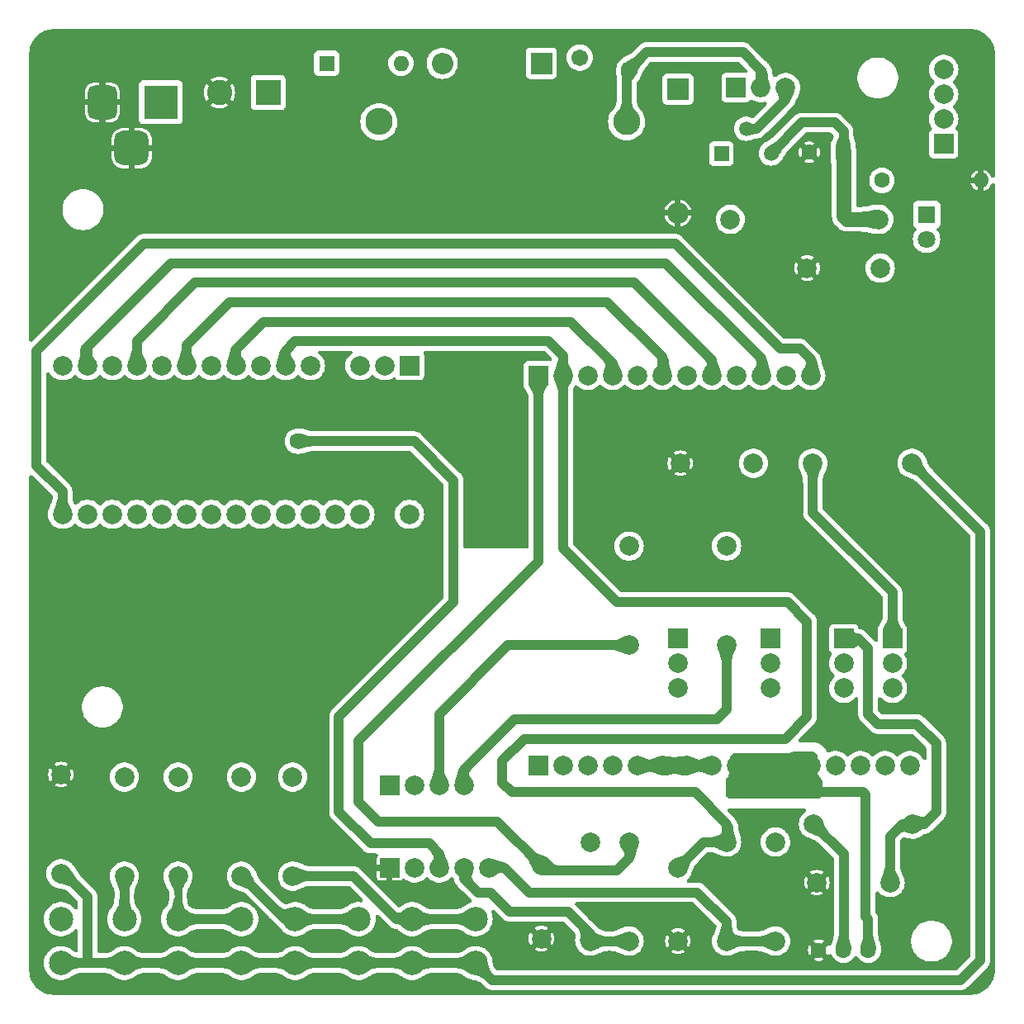
<source format=gbr>
%TF.GenerationSoftware,KiCad,Pcbnew,7.0.2*%
%TF.CreationDate,2023-05-10T16:09:54-03:00*%
%TF.ProjectId,Placa_base,506c6163-615f-4626-9173-652e6b696361,Rev. 2.0*%
%TF.SameCoordinates,PX6f94740PY8583b00*%
%TF.FileFunction,Copper,L1,Top*%
%TF.FilePolarity,Positive*%
%FSLAX46Y46*%
G04 Gerber Fmt 4.6, Leading zero omitted, Abs format (unit mm)*
G04 Created by KiCad (PCBNEW 7.0.2) date 2023-05-10 16:09:54*
%MOMM*%
%LPD*%
G01*
G04 APERTURE LIST*
G04 Aperture macros list*
%AMRoundRect*
0 Rectangle with rounded corners*
0 $1 Rounding radius*
0 $2 $3 $4 $5 $6 $7 $8 $9 X,Y pos of 4 corners*
0 Add a 4 corners polygon primitive as box body*
4,1,4,$2,$3,$4,$5,$6,$7,$8,$9,$2,$3,0*
0 Add four circle primitives for the rounded corners*
1,1,$1+$1,$2,$3*
1,1,$1+$1,$4,$5*
1,1,$1+$1,$6,$7*
1,1,$1+$1,$8,$9*
0 Add four rect primitives between the rounded corners*
20,1,$1+$1,$2,$3,$4,$5,0*
20,1,$1+$1,$4,$5,$6,$7,0*
20,1,$1+$1,$6,$7,$8,$9,0*
20,1,$1+$1,$8,$9,$2,$3,0*%
G04 Aperture macros list end*
%TA.AperFunction,ComponentPad*%
%ADD10C,2.500000*%
%TD*%
%TA.AperFunction,ComponentPad*%
%ADD11R,1.800000X1.800000*%
%TD*%
%TA.AperFunction,ComponentPad*%
%ADD12C,1.800000*%
%TD*%
%TA.AperFunction,ComponentPad*%
%ADD13C,2.800000*%
%TD*%
%TA.AperFunction,ComponentPad*%
%ADD14O,2.800000X2.800000*%
%TD*%
%TA.AperFunction,ComponentPad*%
%ADD15R,2.000000X2.000000*%
%TD*%
%TA.AperFunction,ComponentPad*%
%ADD16C,2.000000*%
%TD*%
%TA.AperFunction,ComponentPad*%
%ADD17R,1.500000X1.500000*%
%TD*%
%TA.AperFunction,ComponentPad*%
%ADD18C,1.500000*%
%TD*%
%TA.AperFunction,ComponentPad*%
%ADD19R,2.600000X2.600000*%
%TD*%
%TA.AperFunction,ComponentPad*%
%ADD20C,2.600000*%
%TD*%
%TA.AperFunction,ComponentPad*%
%ADD21R,1.600000X1.600000*%
%TD*%
%TA.AperFunction,ComponentPad*%
%ADD22O,1.600000X1.600000*%
%TD*%
%TA.AperFunction,ComponentPad*%
%ADD23R,3.500000X3.500000*%
%TD*%
%TA.AperFunction,ComponentPad*%
%ADD24RoundRect,0.750000X-0.750000X-1.000000X0.750000X-1.000000X0.750000X1.000000X-0.750000X1.000000X0*%
%TD*%
%TA.AperFunction,ComponentPad*%
%ADD25RoundRect,0.875000X-0.875000X-0.875000X0.875000X-0.875000X0.875000X0.875000X-0.875000X0.875000X0*%
%TD*%
%TA.AperFunction,ComponentPad*%
%ADD26C,1.710000*%
%TD*%
%TA.AperFunction,ComponentPad*%
%ADD27O,2.000000X2.000000*%
%TD*%
%TA.AperFunction,ComponentPad*%
%ADD28R,2.200000X2.200000*%
%TD*%
%TA.AperFunction,ComponentPad*%
%ADD29O,2.200000X2.200000*%
%TD*%
%TA.AperFunction,ComponentPad*%
%ADD30C,1.600000*%
%TD*%
%TA.AperFunction,ViaPad*%
%ADD31C,1.500000*%
%TD*%
%TA.AperFunction,ViaPad*%
%ADD32C,1.600000*%
%TD*%
%TA.AperFunction,Conductor*%
%ADD33C,1.000000*%
%TD*%
%TA.AperFunction,Conductor*%
%ADD34C,1.500000*%
%TD*%
%TA.AperFunction,Conductor*%
%ADD35C,0.800000*%
%TD*%
G04 APERTURE END LIST*
D10*
%TO.P,SW1,1,1*%
%TO.N,/pulsadores*%
X10250000Y3750000D03*
X3750000Y3750000D03*
%TO.P,SW1,2,2*%
%TO.N,Net-(R1-Pad2)*%
X10250000Y8250000D03*
X3750000Y8250000D03*
%TD*%
D11*
%TO.P,D3,1,K*%
%TO.N,Net-(D3-K)*%
X92500000Y80500000D03*
D12*
%TO.P,D3,2,A*%
%TO.N,Vin*%
X92500000Y77960000D03*
%TD*%
D13*
%TO.P,R14,1*%
%TO.N,Net-(Q1-C)*%
X61750000Y90000000D03*
D14*
%TO.P,R14,2*%
%TO.N,Net-(D2-K)*%
X36350000Y90000000D03*
%TD*%
D15*
%TO.P,J6,1,Pin_1*%
%TO.N,/SDA*%
X76500000Y37000000D03*
D16*
%TO.P,J6,2,Pin_2*%
%TO.N,/PC5*%
X76500000Y34460000D03*
%TO.P,J6,3,Pin_3*%
%TO.N,/EAE1*%
X76500000Y31920000D03*
%TD*%
D17*
%TO.P,Q2,1,C*%
%TO.N,Net-(D2-K)*%
X71460000Y86750000D03*
D18*
%TO.P,Q2,2,B*%
%TO.N,Net-(Q1-E)*%
X74000000Y89290000D03*
%TO.P,Q2,3,E*%
%TO.N,Vin*%
X76540000Y86750000D03*
%TD*%
D16*
%TO.P,C3,1*%
%TO.N,/PD2*%
X53000000Y13750000D03*
%TO.P,C3,2*%
%TO.N,GND*%
X53000000Y6250000D03*
%TD*%
%TO.P,R6,1*%
%TO.N,+5V*%
X27500000Y22830000D03*
%TO.P,R6,2*%
%TO.N,Net-(R6-Pad2)*%
X27500000Y12670000D03*
%TD*%
D19*
%TO.P,J9,1,Pin_1*%
%TO.N,/Vcc*%
X25000000Y93000000D03*
D20*
%TO.P,J9,2,Pin_2*%
%TO.N,GND*%
X20000000Y93000000D03*
%TD*%
D16*
%TO.P,R5,1*%
%TO.N,/pote*%
X80920000Y18000000D03*
%TO.P,R5,2*%
%TO.N,/pote_filtrado*%
X91080000Y18000000D03*
%TD*%
D21*
%TO.P,SW5,1,A*%
%TO.N,/Vcc*%
X31000000Y96000000D03*
D22*
%TO.P,SW5,2,B*%
%TO.N,Net-(D1-A)*%
X38620000Y96000000D03*
%TD*%
D16*
%TO.P,C5,1*%
%TO.N,Vin*%
X87750000Y75000000D03*
%TO.P,C5,2*%
%TO.N,GND*%
X80250000Y75000000D03*
%TD*%
%TO.P,R7,1*%
%TO.N,/pulsadores*%
X91000000Y55000000D03*
%TO.P,R7,2*%
%TO.N,/puls_filtrado*%
X80840000Y55000000D03*
%TD*%
%TO.P,R3,1*%
%TO.N,+5V*%
X15750000Y22830000D03*
%TO.P,R3,2*%
%TO.N,Net-(R3-Pad2)*%
X15750000Y12670000D03*
%TD*%
D15*
%TO.P,J11,1,Pin_1*%
%TO.N,Vin*%
X94250000Y87750000D03*
D16*
%TO.P,J11,2,Pin_2*%
X94250000Y90290000D03*
%TO.P,J11,3,Pin_3*%
X94250000Y92830000D03*
%TO.P,J11,4,Pin_4*%
X94250000Y95370000D03*
%TD*%
D15*
%TO.P,J3,1,Pin_1*%
%TO.N,/pote_filtrado*%
X84000000Y37000000D03*
D16*
%TO.P,J3,2,Pin_2*%
%TO.N,/AC6*%
X84000000Y34460000D03*
%TO.P,J3,3,Pin_3*%
%TO.N,/EAE2*%
X84000000Y31920000D03*
%TD*%
D23*
%TO.P,J10,1*%
%TO.N,/Vcc*%
X14000000Y92000000D03*
D24*
%TO.P,J10,2*%
%TO.N,GND*%
X8000000Y92000000D03*
D25*
%TO.P,J10,3*%
X11000000Y87300000D03*
%TD*%
D16*
%TO.P,C1,1*%
%TO.N,/pote_filtrado*%
X88750000Y12000000D03*
%TO.P,C1,2*%
%TO.N,GND*%
X81250000Y12000000D03*
%TD*%
D26*
%TO.P,F1,1*%
%TO.N,Net-(D1-K)*%
X56950000Y96600000D03*
%TO.P,F1,2*%
%TO.N,Net-(Q1-C)*%
X62050000Y95400000D03*
%TD*%
D15*
%TO.P,Q1,1,B*%
%TO.N,Net-(D2-K)*%
X72960000Y93501000D03*
D27*
%TO.P,Q1,2,C*%
%TO.N,Net-(Q1-C)*%
X75500000Y93501000D03*
D16*
%TO.P,Q1,3,E*%
%TO.N,Net-(Q1-E)*%
X78040000Y93501000D03*
%TD*%
D15*
%TO.P,J7,1,Pin_1*%
%TO.N,/SCL*%
X67000000Y37000000D03*
D16*
%TO.P,J7,2,Pin_2*%
%TO.N,/PC4*%
X67000000Y34460000D03*
%TO.P,J7,3,Pin_3*%
%TO.N,/EAE0*%
X67000000Y31920000D03*
%TD*%
%TO.P,R15,1*%
%TO.N,Net-(Q1-E)*%
X72380000Y80000000D03*
%TO.P,R15,2*%
%TO.N,Vin*%
X87620000Y80000000D03*
%TD*%
%TO.P,R4,1*%
%TO.N,+5V*%
X22250000Y22830000D03*
%TO.P,R4,2*%
%TO.N,Net-(R4-Pad2)*%
X22250000Y12670000D03*
%TD*%
D15*
%TO.P,J2,1,Pin_1*%
%TO.N,/PC0*%
X52680000Y24000000D03*
D16*
%TO.P,J2,2,Pin_2*%
%TO.N,/PC1*%
X55220000Y24000000D03*
%TO.P,J2,3,Pin_3*%
%TO.N,/PC2*%
X57760000Y24000000D03*
%TO.P,J2,4,Pin_4*%
%TO.N,/PC3*%
X60300000Y24000000D03*
%TO.P,J2,5,Pin_5*%
%TO.N,+3.3V*%
X62840000Y24000000D03*
%TO.P,J2,6,Pin_6*%
X65380000Y24000000D03*
%TO.P,J2,7,Pin_7*%
X67920000Y24000000D03*
%TO.P,J2,8,Pin_8*%
X70460000Y24000000D03*
%TO.P,J2,9,Pin_9*%
%TO.N,+5V*%
X73000000Y24000000D03*
%TO.P,J2,10,Pin_10*%
X75540000Y24000000D03*
%TO.P,J2,11,Pin_11*%
X78080000Y24000000D03*
%TO.P,J2,12,Pin_12*%
X80620000Y24000000D03*
%TO.P,J2,13,Pin_13*%
%TO.N,/EAE0*%
X83160000Y24000000D03*
%TO.P,J2,14,Pin_14*%
%TO.N,/EAE1*%
X85700000Y24000000D03*
%TO.P,J2,15,Pin_15*%
%TO.N,/EAE2*%
X88240000Y24000000D03*
%TO.P,J2,16,Pin_16*%
%TO.N,/EAE3*%
X90780000Y24000000D03*
%TD*%
%TO.P,R13,1*%
%TO.N,+5V*%
X62000000Y46500000D03*
%TO.P,R13,2*%
%TO.N,/SCL*%
X62000000Y36340000D03*
%TD*%
%TO.P,R9,1*%
%TO.N,/Enc_A*%
X62000000Y6000000D03*
%TO.P,R9,2*%
%TO.N,/PD2*%
X62000000Y16160000D03*
%TD*%
%TO.P,R12,1*%
%TO.N,+5V*%
X72000000Y46500000D03*
%TO.P,R12,2*%
%TO.N,/SDA*%
X72000000Y36340000D03*
%TD*%
D28*
%TO.P,D2,1,K*%
%TO.N,Net-(D2-K)*%
X67000000Y93350000D03*
D29*
%TO.P,D2,2,A*%
%TO.N,GND*%
X67000000Y80650000D03*
%TD*%
D16*
%TO.P,R8,1*%
%TO.N,+5V*%
X58000000Y16160000D03*
%TO.P,R8,2*%
%TO.N,/Enc_A*%
X58000000Y6000000D03*
%TD*%
D15*
%TO.P,J1,1,Pin_1*%
%TO.N,/PD2*%
X52680000Y64000000D03*
D16*
%TO.P,J1,2,Pin_2*%
%TO.N,/PD3*%
X55220000Y64000000D03*
%TO.P,J1,3,Pin_3*%
%TO.N,/PD4*%
X57760000Y64000000D03*
%TO.P,J1,4,Pin_4*%
%TO.N,/PD5*%
X60300000Y64000000D03*
%TO.P,J1,5,Pin_5*%
%TO.N,/PD6*%
X62840000Y64000000D03*
%TO.P,J1,6,Pin_6*%
%TO.N,/PD7*%
X65380000Y64000000D03*
%TO.P,J1,7,Pin_7*%
%TO.N,/PB0*%
X67920000Y64000000D03*
%TO.P,J1,8,Pin_8*%
%TO.N,/PB1*%
X70460000Y64000000D03*
%TO.P,J1,9,Pin_9*%
%TO.N,/PB2*%
X73000000Y64000000D03*
%TO.P,J1,10,Pin_10*%
%TO.N,/PB3*%
X75540000Y64000000D03*
%TO.P,J1,11,Pin_11*%
%TO.N,/PB4*%
X78080000Y64000000D03*
%TO.P,J1,12,Pin_12*%
%TO.N,/PB5*%
X80620000Y64000000D03*
%TO.P,J1,13,Pin_13*%
%TO.N,GND*%
X83160000Y64000000D03*
%TO.P,J1,14,Pin_14*%
X85700000Y64000000D03*
%TO.P,J1,15,Pin_15*%
X88240000Y64000000D03*
%TO.P,J1,16,Pin_16*%
X90780000Y64000000D03*
%TD*%
D21*
%TO.P,C6,1*%
%TO.N,Vin*%
X83948651Y86868000D03*
D30*
%TO.P,C6,2*%
%TO.N,GND*%
X80448651Y86868000D03*
%TD*%
D15*
%TO.P,J5,1,Pin_1*%
%TO.N,GND*%
X37450000Y13500000D03*
D16*
%TO.P,J5,2,Pin_2*%
%TO.N,+5V*%
X39990000Y13500000D03*
%TO.P,J5,3,Pin_3*%
%TO.N,/PD4*%
X42530000Y13500000D03*
%TO.P,J5,4,Pin_4*%
%TO.N,/Enc_A*%
X45070000Y13500000D03*
%TO.P,J5,5,Pin_5*%
%TO.N,/Enc_B*%
X47610000Y13500000D03*
%TD*%
%TO.P,C4,1*%
%TO.N,/PD3*%
X67000000Y13500000D03*
%TO.P,C4,2*%
%TO.N,GND*%
X67000000Y6000000D03*
%TD*%
D10*
%TO.P,SW3,1,1*%
%TO.N,/pulsadores*%
X34250000Y3750000D03*
X27750000Y3750000D03*
%TO.P,SW3,2,2*%
%TO.N,Net-(R4-Pad2)*%
X34250000Y8250000D03*
X27750000Y8250000D03*
%TD*%
D16*
%TO.P,R11,1*%
%TO.N,/Enc_B*%
X72000000Y6000000D03*
%TO.P,R11,2*%
%TO.N,/PD3*%
X72000000Y16160000D03*
%TD*%
%TO.P,C2,1*%
%TO.N,/puls_filtrado*%
X74750000Y55000000D03*
%TO.P,C2,2*%
%TO.N,GND*%
X67250000Y55000000D03*
%TD*%
D30*
%TO.P,RV1,1,1*%
%TO.N,+5V*%
X86525000Y5075000D03*
%TO.P,RV1,2,2*%
%TO.N,/pote*%
X83985000Y5075000D03*
%TO.P,RV1,3,3*%
%TO.N,GND*%
X81445000Y5075000D03*
%TD*%
D16*
%TO.P,R2,1*%
%TO.N,/pulsadores*%
X3750000Y12920000D03*
%TO.P,R2,2*%
%TO.N,GND*%
X3750000Y23080000D03*
%TD*%
D10*
%TO.P,SW2,1,1*%
%TO.N,/pulsadores*%
X22250000Y3750000D03*
X15750000Y3750000D03*
%TO.P,SW2,2,2*%
%TO.N,Net-(R3-Pad2)*%
X22250000Y8250000D03*
X15750000Y8250000D03*
%TD*%
%TO.P,SW4,1,1*%
%TO.N,/pulsadores*%
X46250000Y3750000D03*
X39750000Y3750000D03*
%TO.P,SW4,2,2*%
%TO.N,Net-(R6-Pad2)*%
X46250000Y8250000D03*
X39750000Y8250000D03*
%TD*%
D15*
%TO.P,J4,1,Pin_1*%
%TO.N,/puls_filtrado*%
X89000000Y37000000D03*
D16*
%TO.P,J4,2,Pin_2*%
%TO.N,/AC7*%
X89000000Y34460000D03*
%TO.P,J4,3,Pin_3*%
%TO.N,/EAE3*%
X89000000Y31920000D03*
%TD*%
D30*
%TO.P,R16,1*%
%TO.N,Net-(D3-K)*%
X87920000Y84000000D03*
D22*
%TO.P,R16,2*%
%TO.N,GND*%
X98080000Y84000000D03*
%TD*%
D15*
%TO.P,A1,1,D1/TX*%
%TO.N,unconnected-(A1-D1{slash}TX-Pad1)*%
X39480000Y65000000D03*
D16*
%TO.P,A1,2,D0/RX*%
%TO.N,unconnected-(A1-D0{slash}RX-Pad2)*%
X36940000Y65000000D03*
%TO.P,A1,3,~{RESET}*%
%TO.N,unconnected-(A1-~{RESET}-Pad3)*%
X34400000Y65000000D03*
%TO.P,A1,4,GND*%
%TO.N,GND*%
X31860000Y65000000D03*
%TO.P,A1,5,D2*%
%TO.N,/PD2*%
X29320000Y65000000D03*
%TO.P,A1,6,D3*%
%TO.N,/PD3*%
X26780000Y65000000D03*
%TO.P,A1,7,D4*%
%TO.N,/PD4*%
X24240000Y65000000D03*
%TO.P,A1,8,D5*%
%TO.N,/PD5*%
X21700000Y65000000D03*
%TO.P,A1,9,D6*%
%TO.N,/PD6*%
X19160000Y65000000D03*
D27*
%TO.P,A1,10,D7*%
%TO.N,/PD7*%
X16620000Y65000000D03*
D16*
%TO.P,A1,11,D8*%
%TO.N,/PB0*%
X14080000Y65000000D03*
%TO.P,A1,12,D9*%
%TO.N,/PB1*%
X11540000Y65000000D03*
%TO.P,A1,13,D10*%
%TO.N,/PB2*%
X9000000Y65000000D03*
%TO.P,A1,14,D11*%
%TO.N,/PB3*%
X6460000Y65000000D03*
%TO.P,A1,15,D12*%
%TO.N,/PB4*%
X3920000Y65000000D03*
%TO.P,A1,16,D13*%
%TO.N,/PB5*%
X3920000Y49760000D03*
%TO.P,A1,17,3V3*%
%TO.N,+3.3V*%
X6460000Y49760000D03*
%TO.P,A1,18,AREF*%
%TO.N,unconnected-(A1-AREF-Pad18)*%
X9000000Y49760000D03*
%TO.P,A1,19,A0*%
%TO.N,/PC0*%
X11540000Y49760000D03*
%TO.P,A1,20,A1*%
%TO.N,/PC1*%
X14080000Y49760000D03*
%TO.P,A1,21,A2*%
%TO.N,/PC2*%
X16620000Y49760000D03*
%TO.P,A1,22,A3*%
%TO.N,/PC3*%
X19160000Y49760000D03*
%TO.P,A1,23,A4*%
%TO.N,/PC4*%
X21700000Y49760000D03*
%TO.P,A1,24,A5*%
%TO.N,/PC5*%
X24240000Y49760000D03*
%TO.P,A1,25,A6*%
%TO.N,/AC6*%
X26780000Y49760000D03*
%TO.P,A1,26,A7*%
%TO.N,/AC7*%
X29320000Y49760000D03*
%TO.P,A1,27,+5V*%
%TO.N,+5V*%
X31860000Y49760000D03*
%TO.P,A1,28,~{RESET}*%
%TO.N,unconnected-(A1-~{RESET}-Pad28)*%
X34400000Y49760000D03*
%TO.P,A1,29,GND*%
%TO.N,GND*%
X36940000Y49760000D03*
%TO.P,A1,30,VIN*%
%TO.N,Vin*%
X39480000Y49760000D03*
%TD*%
%TO.P,R10,1*%
%TO.N,+5V*%
X77000000Y16160000D03*
%TO.P,R10,2*%
%TO.N,/Enc_B*%
X77000000Y6000000D03*
%TD*%
D15*
%TO.P,J8,1,Pin_1*%
%TO.N,GND*%
X37460000Y22000000D03*
D16*
%TO.P,J8,2,Pin_2*%
%TO.N,+5V*%
X40000000Y22000000D03*
%TO.P,J8,3,Pin_3*%
%TO.N,/SCL*%
X42540000Y22000000D03*
%TO.P,J8,4,Pin_4*%
%TO.N,/SDA*%
X45080000Y22000000D03*
%TD*%
D28*
%TO.P,D1,1,K*%
%TO.N,Net-(D1-K)*%
X53000000Y96000000D03*
D29*
%TO.P,D1,2,A*%
%TO.N,Net-(D1-A)*%
X42840000Y96000000D03*
%TD*%
D16*
%TO.P,R1,1*%
%TO.N,+5V*%
X10250000Y22830000D03*
%TO.P,R1,2*%
%TO.N,Net-(R1-Pad2)*%
X10250000Y12670000D03*
%TD*%
D31*
%TO.N,GND*%
X49000000Y58000000D03*
X98000000Y54000000D03*
X82000000Y97000000D03*
X95000000Y46500000D03*
X31000000Y90000000D03*
X98000000Y97000000D03*
X49000000Y48500000D03*
X95000000Y16000000D03*
X17000000Y81000000D03*
X37000000Y1500000D03*
X13000000Y1500000D03*
X89000000Y8000000D03*
X59000000Y49500000D03*
X13000000Y10500000D03*
X49000000Y58000000D03*
X49000000Y81000000D03*
X6000000Y39500000D03*
X31000000Y81000000D03*
X98000000Y71000000D03*
X6000000Y57500000D03*
X59000000Y58000000D03*
X19000000Y26000000D03*
D32*
%TO.N,/PD4*%
X28000000Y57250000D03*
%TD*%
D33*
%TO.N,GND*%
X85700000Y64000000D02*
X88240000Y64000000D01*
X83160000Y64000000D02*
X85700000Y64000000D01*
X88240000Y64000000D02*
X90780000Y64000000D01*
%TO.N,/PD2*%
X52680000Y44930000D02*
X52680000Y64000000D01*
X53000000Y13750000D02*
X53500000Y13250000D01*
X60750000Y13250000D02*
X62000000Y14500000D01*
X48500000Y18250000D02*
X36250000Y18250000D01*
X34250000Y20250000D02*
X34250000Y26500000D01*
X53000000Y13750000D02*
X48500000Y18250000D01*
X62000000Y14500000D02*
X62000000Y16160000D01*
X53500000Y13250000D02*
X60750000Y13250000D01*
X36250000Y18250000D02*
X34250000Y20250000D01*
X34250000Y26500000D02*
X52680000Y44930000D01*
%TO.N,/PD3*%
X53750000Y67500000D02*
X27750000Y67500000D01*
X55220000Y64000000D02*
X55220000Y66030000D01*
X27750000Y67500000D02*
X26780000Y66530000D01*
X78000000Y26750000D02*
X51250000Y26750000D01*
X60750000Y40750000D02*
X78250000Y40750000D01*
X78250000Y40750000D02*
X80250000Y38750000D01*
X49000000Y24500000D02*
X49000000Y22250000D01*
X51250000Y26750000D02*
X49000000Y24500000D01*
X68750000Y21250000D02*
X72000000Y18000000D01*
X55220000Y46280000D02*
X60750000Y40750000D01*
X50000000Y21250000D02*
X68750000Y21250000D01*
X55220000Y66030000D02*
X53750000Y67500000D01*
X69660000Y16160000D02*
X67000000Y13500000D01*
X80250000Y38750000D02*
X80250000Y29000000D01*
X72000000Y16160000D02*
X69660000Y16160000D01*
X26780000Y66530000D02*
X26780000Y65000000D01*
X80250000Y29000000D02*
X78000000Y26750000D01*
X49000000Y22250000D02*
X50000000Y21250000D01*
X55220000Y64000000D02*
X55220000Y46280000D01*
X72000000Y18000000D02*
X72000000Y16160000D01*
%TO.N,/PD4*%
X32250000Y19250000D02*
X35500000Y16000000D01*
X32250000Y29000000D02*
X32250000Y19250000D01*
X41500000Y16000000D02*
X42530000Y14970000D01*
X42530000Y14970000D02*
X42530000Y13500000D01*
X28000000Y57250000D02*
X40000000Y57250000D01*
X44000000Y53250000D02*
X44000000Y40750000D01*
X35500000Y16000000D02*
X41500000Y16000000D01*
X40000000Y57250000D02*
X44000000Y53250000D01*
X44000000Y40750000D02*
X32250000Y29000000D01*
%TO.N,/PD5*%
X60300000Y64000000D02*
X60300000Y65200000D01*
X60300000Y65200000D02*
X56000000Y69500000D01*
X21700000Y66700000D02*
X21700000Y65000000D01*
X56000000Y69500000D02*
X24500000Y69500000D01*
X24500000Y69500000D02*
X21700000Y66700000D01*
%TO.N,/PD7*%
X21000000Y71500000D02*
X16620000Y67120000D01*
X59750000Y71500000D02*
X21000000Y71500000D01*
X65380000Y65870000D02*
X59750000Y71500000D01*
X16620000Y67120000D02*
X16620000Y65000000D01*
X65380000Y64000000D02*
X65380000Y65870000D01*
%TO.N,/PB1*%
X11540000Y67540000D02*
X11540000Y65000000D01*
X70460000Y65540000D02*
X62500000Y73500000D01*
X17500000Y73500000D02*
X11540000Y67540000D01*
X62500000Y73500000D02*
X17500000Y73500000D01*
X70460000Y64000000D02*
X70460000Y65540000D01*
%TO.N,/PB3*%
X65750000Y75500000D02*
X15000000Y75500000D01*
X75540000Y64000000D02*
X75540000Y65710000D01*
X15000000Y75500000D02*
X6460000Y66960000D01*
X6460000Y66960000D02*
X6460000Y65000000D01*
X75540000Y65710000D02*
X65750000Y75500000D01*
%TO.N,/PB5*%
X12250000Y77500000D02*
X1250000Y66500000D01*
X80620000Y64000000D02*
X80620000Y65630000D01*
X1250000Y54750000D02*
X3920000Y52080000D01*
X77500000Y66750000D02*
X66750000Y77500000D01*
X1250000Y66500000D02*
X1250000Y54750000D01*
X66750000Y77500000D02*
X12250000Y77500000D01*
X79500000Y66750000D02*
X77500000Y66750000D01*
X80620000Y65630000D02*
X79500000Y66750000D01*
X3920000Y52080000D02*
X3920000Y49760000D01*
%TO.N,+3.3V*%
X70460000Y24000000D02*
X67920000Y24000000D01*
X62840000Y24000000D02*
X65380000Y24000000D01*
D34*
X67920000Y24000000D02*
X65380000Y24000000D01*
D33*
%TO.N,+5V*%
X79000000Y21250000D02*
X78080000Y22170000D01*
X86525000Y5075000D02*
X86525000Y8225000D01*
X86250000Y8500000D02*
X86250000Y21000000D01*
X78080000Y22170000D02*
X78080000Y24000000D01*
X86250000Y21000000D02*
X86000000Y21250000D01*
X86000000Y21250000D02*
X79000000Y21250000D01*
X86525000Y8225000D02*
X86250000Y8500000D01*
%TO.N,Vin*%
X76540000Y86750000D02*
X79706000Y89916000D01*
X83084000Y89916000D02*
X84000000Y89000000D01*
D34*
X84050000Y80300000D02*
X84050000Y87000000D01*
D33*
X84000000Y89000000D02*
X84000000Y87000000D01*
D34*
X84350000Y80000000D02*
X84050000Y80300000D01*
D33*
X79706000Y89916000D02*
X83084000Y89916000D01*
D34*
X87620000Y80000000D02*
X84350000Y80000000D01*
D33*
%TO.N,/pote_filtrado*%
X91080000Y18000000D02*
X92250000Y18000000D01*
X93500000Y26250000D02*
X91500000Y28250000D01*
X85500000Y37000000D02*
X84000000Y37000000D01*
X91500000Y28250000D02*
X87500000Y28250000D01*
X90000000Y18000000D02*
X91080000Y18000000D01*
X93500000Y19250000D02*
X93500000Y26250000D01*
X86500000Y29250000D02*
X86500000Y36000000D01*
X92250000Y18000000D02*
X93500000Y19250000D01*
X88750000Y16750000D02*
X90000000Y18000000D01*
X88750000Y12000000D02*
X88750000Y16750000D01*
X86500000Y36000000D02*
X85500000Y37000000D01*
X87500000Y28250000D02*
X86500000Y29250000D01*
%TO.N,/puls_filtrado*%
X80840000Y55000000D02*
X80840000Y49910000D01*
X89000000Y41750000D02*
X89000000Y37000000D01*
X80840000Y49910000D02*
X89000000Y41750000D01*
%TO.N,Net-(Q1-E)*%
X78040000Y92269340D02*
X78040000Y93501000D01*
X75060660Y89290000D02*
X78040000Y92269340D01*
X74000000Y89290000D02*
X75060660Y89290000D01*
%TO.N,/Enc_A*%
X55750000Y9000000D02*
X58000000Y6750000D01*
X46500000Y11000000D02*
X47750000Y11000000D01*
X47750000Y11000000D02*
X49750000Y9000000D01*
X45070000Y12430000D02*
X46500000Y11000000D01*
X58000000Y6750000D02*
X58000000Y6000000D01*
X49750000Y9000000D02*
X55750000Y9000000D01*
X62000000Y6000000D02*
X58000000Y6000000D01*
X45070000Y13500000D02*
X45070000Y12430000D01*
%TO.N,/Enc_B*%
X47610000Y13500000D02*
X49250000Y13500000D01*
X69000000Y11000000D02*
X72000000Y8000000D01*
X51750000Y11000000D02*
X69000000Y11000000D01*
X72000000Y8000000D02*
X72000000Y6000000D01*
X77000000Y6000000D02*
X72000000Y6000000D01*
X49250000Y13500000D02*
X51750000Y11000000D01*
%TO.N,/SDA*%
X45080000Y23580000D02*
X50250000Y28750000D01*
X71000000Y28750000D02*
X72000000Y29750000D01*
X50250000Y28750000D02*
X71000000Y28750000D01*
X72000000Y29750000D02*
X72000000Y36340000D01*
X45080000Y22000000D02*
X45080000Y23580000D01*
%TO.N,/SCL*%
X42530000Y29280000D02*
X49590000Y36340000D01*
X49590000Y36340000D02*
X62000000Y36340000D01*
X42530000Y22010000D02*
X42530000Y29280000D01*
X42540000Y22000000D02*
X42530000Y22010000D01*
%TO.N,Net-(Q1-C)*%
X61750000Y90000000D02*
X61750000Y95100000D01*
X75500000Y95315000D02*
X75500000Y93501000D01*
X73660000Y97155000D02*
X75500000Y95315000D01*
X62050000Y95400000D02*
X63805000Y97155000D01*
X63805000Y97155000D02*
X73660000Y97155000D01*
X61750000Y95100000D02*
X62050000Y95400000D01*
%TO.N,Net-(R1-Pad2)*%
X10250000Y12670000D02*
X10250000Y8250000D01*
%TO.N,/pulsadores*%
X46250000Y3750000D02*
X39750000Y3750000D01*
X34250000Y3750000D02*
X27750000Y3750000D01*
X3750000Y12920000D02*
X4080000Y12920000D01*
X22250000Y3750000D02*
X27750000Y3750000D01*
X96000000Y2000000D02*
X98000000Y4000000D01*
X98000000Y48000000D02*
X91000000Y55000000D01*
X98000000Y4000000D02*
X98000000Y48000000D01*
X48000000Y2000000D02*
X96000000Y2000000D01*
X6500000Y10500000D02*
X6500000Y3750000D01*
X3750000Y3750000D02*
X6500000Y3750000D01*
X4080000Y12920000D02*
X6500000Y10500000D01*
X39750000Y3750000D02*
X34250000Y3750000D01*
X10250000Y3750000D02*
X15750000Y3750000D01*
X6500000Y3750000D02*
X10250000Y3750000D01*
X46250000Y3750000D02*
X48000000Y2000000D01*
X15750000Y3750000D02*
X22250000Y3750000D01*
D35*
%TO.N,Net-(R3-Pad2)*%
X15750000Y12670000D02*
X15750000Y8250000D01*
D33*
X15750000Y8250000D02*
X22250000Y8250000D01*
%TO.N,Net-(R4-Pad2)*%
X27750000Y8250000D02*
X34250000Y8250000D01*
X26750000Y8250000D02*
X22330000Y12670000D01*
X22330000Y12670000D02*
X22250000Y12670000D01*
X27750000Y8250000D02*
X26750000Y8250000D01*
%TO.N,/pote*%
X83985000Y5075000D02*
X84000000Y5090000D01*
X84000000Y5090000D02*
X84000000Y14920000D01*
X84000000Y14920000D02*
X80920000Y18000000D01*
%TO.N,Net-(R6-Pad2)*%
X38139088Y8250000D02*
X39750000Y8250000D01*
X39750000Y8250000D02*
X46250000Y8250000D01*
X33719088Y12670000D02*
X38139088Y8250000D01*
X27500000Y12670000D02*
X33719088Y12670000D01*
%TD*%
%TA.AperFunction,Conductor*%
%TO.N,Net-(Q1-E)*%
G36*
X78042863Y93500812D02*
G01*
X78937376Y93129324D01*
X78953095Y93122796D01*
X78959422Y93116458D01*
X78959422Y93107524D01*
X78766276Y92639906D01*
X78766103Y92639509D01*
X78611858Y92302038D01*
X78611201Y92300802D01*
X78444852Y92028522D01*
X78443884Y92027165D01*
X78209458Y91743711D01*
X78208850Y91743032D01*
X77858526Y91381036D01*
X77850310Y91377474D01*
X77841982Y91380764D01*
X77841845Y91380899D01*
X77149945Y92072799D01*
X77146518Y92081072D01*
X77148496Y92087581D01*
X77325904Y92352499D01*
X77324509Y92592379D01*
X77221420Y92837948D01*
X77099650Y93126608D01*
X77098875Y93129324D01*
X77042141Y93487481D01*
X77044231Y93496187D01*
X77051866Y93500866D01*
X77053684Y93501010D01*
X78038374Y93501706D01*
X78042863Y93500812D01*
G37*
%TD.AperFunction*%
%TD*%
%TA.AperFunction,Conductor*%
%TO.N,/pote*%
G36*
X81841847Y18378136D02*
G01*
X81848174Y18371798D01*
X81848243Y18371625D01*
X81997742Y17992747D01*
X82108886Y17711221D01*
X82109017Y17710965D01*
X82109018Y17710964D01*
X82227487Y17480329D01*
X82403514Y17242576D01*
X82403723Y17242294D01*
X82549223Y17087107D01*
X82680018Y16947605D01*
X82683177Y16939226D01*
X82679756Y16931330D01*
X81988670Y16240244D01*
X81980397Y16236817D01*
X81972395Y16239982D01*
X81677963Y16516036D01*
X81677706Y16516277D01*
X81677424Y16516486D01*
X81439671Y16692513D01*
X81209036Y16810982D01*
X81209035Y16810983D01*
X81208779Y16811114D01*
X80927253Y16922258D01*
X80863016Y16947605D01*
X80548375Y17071757D01*
X80541937Y17077981D01*
X80541786Y17086934D01*
X80541824Y17087032D01*
X80917438Y17996218D01*
X80923764Y18002554D01*
X80923767Y18002556D01*
X81832895Y18378145D01*
X81841847Y18378136D01*
G37*
%TD.AperFunction*%
%TD*%
%TA.AperFunction,Conductor*%
%TO.N,/PD7*%
G36*
X17116944Y66996573D02*
G01*
X17120364Y66988678D01*
X17133371Y66584931D01*
X17133417Y66584618D01*
X17133419Y66584604D01*
X17177070Y66292000D01*
X17177071Y66291999D01*
X17256472Y66044869D01*
X17256584Y66044611D01*
X17256587Y66044603D01*
X17376950Y65767209D01*
X17539146Y65393588D01*
X17539297Y65384635D01*
X17533073Y65378197D01*
X17532901Y65378124D01*
X16624487Y65000864D01*
X16615533Y65000855D01*
X16615513Y65000864D01*
X15707098Y65378124D01*
X15700771Y65384462D01*
X15700780Y65393416D01*
X15700807Y65393481D01*
X15863049Y65767209D01*
X15983527Y66044869D01*
X16062928Y66291999D01*
X16106627Y66584931D01*
X16119635Y66988678D01*
X16123327Y66996835D01*
X16131329Y67000000D01*
X17108671Y67000000D01*
X17116944Y66996573D01*
G37*
%TD.AperFunction*%
%TD*%
%TA.AperFunction,Conductor*%
%TO.N,/PD7*%
G36*
X65648910Y66306213D02*
G01*
X65649782Y66305235D01*
X65810437Y66103438D01*
X65949191Y65929150D01*
X65951003Y65925944D01*
X66073694Y65596268D01*
X66074362Y65593438D01*
X66109920Y65262709D01*
X66154233Y64876766D01*
X66300810Y64392819D01*
X66299928Y64383907D01*
X66294099Y64378622D01*
X65385191Y64001156D01*
X65376237Y64001147D01*
X65376222Y64001153D01*
X64468690Y64377471D01*
X64462361Y64383806D01*
X64462364Y64392761D01*
X64463158Y64394330D01*
X64646629Y64697939D01*
X64647949Y64699717D01*
X64867249Y64942720D01*
X65039590Y65151014D01*
X65087568Y65360617D01*
X64942849Y65594893D01*
X64939388Y65600496D01*
X64937956Y65609336D01*
X64941067Y65614916D01*
X65632365Y66306214D01*
X65640637Y66309640D01*
X65648910Y66306213D01*
G37*
%TD.AperFunction*%
%TD*%
%TA.AperFunction,Conductor*%
%TO.N,/pulsadores*%
G36*
X34982778Y4743457D02*
G01*
X35219518Y4579009D01*
X35464470Y4440135D01*
X35739005Y4336757D01*
X36073918Y4272253D01*
X36488911Y4250580D01*
X36496993Y4246726D01*
X36500000Y4238896D01*
X36500000Y3261105D01*
X36496573Y3252832D01*
X36488910Y3249421D01*
X36074316Y3227769D01*
X36074312Y3227769D01*
X36073918Y3227748D01*
X36073531Y3227674D01*
X36073527Y3227673D01*
X35882321Y3190847D01*
X35739005Y3163244D01*
X35739003Y3163244D01*
X35739001Y3163243D01*
X35464470Y3059867D01*
X35219760Y2921130D01*
X35219747Y2921122D01*
X35219518Y2920992D01*
X35219301Y2920842D01*
X35219291Y2920835D01*
X34982779Y2756545D01*
X34974029Y2754639D01*
X34966629Y2759290D01*
X34674021Y3163244D01*
X34253970Y3743139D01*
X34251893Y3751847D01*
X34253969Y3756861D01*
X34966629Y4740712D01*
X34974257Y4745400D01*
X34982778Y4743457D01*
G37*
%TD.AperFunction*%
%TD*%
%TA.AperFunction,Conductor*%
%TO.N,Net-(R3-Pad2)*%
G36*
X21533370Y9240711D02*
G01*
X21650600Y9078872D01*
X22246028Y8256864D01*
X22248106Y8248154D01*
X22246028Y8243137D01*
X21533370Y7259290D01*
X21525742Y7254601D01*
X21517220Y7256545D01*
X21280706Y7420835D01*
X21280480Y7420992D01*
X21280237Y7421130D01*
X21035528Y7559867D01*
X20760996Y7663243D01*
X20760995Y7663244D01*
X20760993Y7663244D01*
X20497564Y7713981D01*
X20426471Y7727673D01*
X20426469Y7727674D01*
X20426081Y7727748D01*
X20425684Y7727769D01*
X20425682Y7727769D01*
X20011090Y7749421D01*
X20003007Y7753275D01*
X20000000Y7761105D01*
X20000000Y8738896D01*
X20003427Y8747169D01*
X20011087Y8750580D01*
X20426081Y8772253D01*
X20760993Y8836757D01*
X21035529Y8940135D01*
X21280480Y9079009D01*
X21517221Y9243457D01*
X21525970Y9245362D01*
X21533370Y9240711D01*
G37*
%TD.AperFunction*%
%TD*%
%TA.AperFunction,Conductor*%
%TO.N,/Enc_B*%
G36*
X72393415Y6919220D02*
G01*
X72393522Y6919175D01*
X72767207Y6756951D01*
X73044868Y6636473D01*
X73291997Y6557072D01*
X73584930Y6513373D01*
X73988677Y6500365D01*
X73996835Y6496673D01*
X74000000Y6488671D01*
X74000000Y5511330D01*
X73996573Y5503057D01*
X73988677Y5499636D01*
X73585260Y5486640D01*
X73585253Y5486640D01*
X73584930Y5486629D01*
X73584617Y5486583D01*
X73584602Y5486581D01*
X73291996Y5442929D01*
X73045143Y5363617D01*
X73045131Y5363613D01*
X73044868Y5363528D01*
X73044615Y5363419D01*
X73044601Y5363413D01*
X72767207Y5243050D01*
X72393587Y5080854D01*
X72384634Y5080703D01*
X72378196Y5086927D01*
X72378123Y5087099D01*
X72313357Y5243050D01*
X72000862Y5995515D01*
X72000854Y6004465D01*
X72378124Y6912904D01*
X72384461Y6919229D01*
X72393415Y6919220D01*
G37*
%TD.AperFunction*%
%TD*%
%TA.AperFunction,Conductor*%
%TO.N,/PD4*%
G36*
X28012587Y58049021D02*
G01*
X28399754Y58018883D01*
X28401840Y58018528D01*
X28665331Y57948412D01*
X28679877Y57944541D01*
X28680942Y57944202D01*
X28919592Y57855600D01*
X29199184Y57781200D01*
X29589210Y57750840D01*
X29597190Y57746782D01*
X29600000Y57739176D01*
X29600000Y56760825D01*
X29596573Y56752552D01*
X29589208Y56749160D01*
X29199185Y56718801D01*
X28919859Y56644472D01*
X28919841Y56644467D01*
X28919592Y56644400D01*
X28919326Y56644302D01*
X28919322Y56644300D01*
X28680940Y56555799D01*
X28679877Y56555460D01*
X28401847Y56481475D01*
X28399746Y56481117D01*
X28012592Y56450981D01*
X28004078Y56453756D01*
X28000019Y56461738D01*
X27999984Y56462631D01*
X27999960Y56481475D01*
X27999000Y57250000D01*
X27999984Y58037371D01*
X28003421Y58045638D01*
X28011699Y58049055D01*
X28012587Y58049021D01*
G37*
%TD.AperFunction*%
%TD*%
%TA.AperFunction,Conductor*%
%TO.N,Net-(R4-Pad2)*%
G36*
X26191960Y9517561D02*
G01*
X26460670Y9329541D01*
X26729177Y9278322D01*
X26992024Y9318914D01*
X27251656Y9400653D01*
X27251945Y9400738D01*
X27498882Y9469650D01*
X27507770Y9468573D01*
X27513294Y9461526D01*
X27513507Y9460629D01*
X27749061Y8257696D01*
X27747288Y8248919D01*
X27743194Y8245184D01*
X26679540Y7663312D01*
X26670637Y7662347D01*
X26664249Y7666999D01*
X26501779Y7906048D01*
X26306093Y8103307D01*
X26075286Y8292435D01*
X25801769Y8515646D01*
X25801223Y8516120D01*
X25485747Y8807819D01*
X25481999Y8815952D01*
X25485099Y8824353D01*
X25485390Y8824656D01*
X26176982Y9516248D01*
X26185254Y9519674D01*
X26191960Y9517561D01*
G37*
%TD.AperFunction*%
%TD*%
%TA.AperFunction,Conductor*%
%TO.N,/pulsadores*%
G36*
X40482778Y4743457D02*
G01*
X40719518Y4579009D01*
X40964470Y4440135D01*
X41239005Y4336757D01*
X41573918Y4272253D01*
X41988911Y4250580D01*
X41996993Y4246726D01*
X42000000Y4238896D01*
X42000000Y3261105D01*
X41996573Y3252832D01*
X41988910Y3249421D01*
X41574316Y3227769D01*
X41574312Y3227769D01*
X41573918Y3227748D01*
X41573531Y3227674D01*
X41573527Y3227673D01*
X41382321Y3190847D01*
X41239005Y3163244D01*
X41239003Y3163244D01*
X41239001Y3163243D01*
X40964470Y3059867D01*
X40719760Y2921130D01*
X40719747Y2921122D01*
X40719518Y2920992D01*
X40719301Y2920842D01*
X40719291Y2920835D01*
X40482779Y2756545D01*
X40474029Y2754639D01*
X40466629Y2759290D01*
X40174021Y3163244D01*
X39753970Y3743139D01*
X39751893Y3751847D01*
X39753969Y3756861D01*
X40466629Y4740712D01*
X40474257Y4745400D01*
X40482778Y4743457D01*
G37*
%TD.AperFunction*%
%TD*%
%TA.AperFunction,Conductor*%
%TO.N,Vin*%
G36*
X87616143Y80996368D02*
G01*
X87619996Y80988285D01*
X87620012Y80987687D01*
X87621000Y80000000D01*
X87620012Y79012314D01*
X87616577Y79004045D01*
X87608300Y79000626D01*
X87607702Y79000642D01*
X87122480Y79025963D01*
X87121054Y79026125D01*
X86771246Y79087936D01*
X86770495Y79088095D01*
X86469297Y79161957D01*
X86469285Y79161960D01*
X86469120Y79162000D01*
X86455340Y79164435D01*
X86118586Y79223940D01*
X86118570Y79223942D01*
X86118241Y79224000D01*
X86117893Y79224019D01*
X86117886Y79224019D01*
X85631090Y79249422D01*
X85623007Y79253275D01*
X85620000Y79261106D01*
X85620000Y80738895D01*
X85623427Y80747168D01*
X85631089Y80750579D01*
X86118241Y80776000D01*
X86469120Y80838000D01*
X86770500Y80911908D01*
X86771241Y80912065D01*
X87121060Y80973877D01*
X87122474Y80974038D01*
X87607703Y80999359D01*
X87616143Y80996368D01*
G37*
%TD.AperFunction*%
%TD*%
%TA.AperFunction,Conductor*%
%TO.N,/pulsadores*%
G36*
X91921847Y55378136D02*
G01*
X91928174Y55371798D01*
X91928243Y55371625D01*
X92077742Y54992747D01*
X92188886Y54711221D01*
X92189017Y54710965D01*
X92189018Y54710964D01*
X92307487Y54480329D01*
X92483514Y54242576D01*
X92483723Y54242294D01*
X92629223Y54087107D01*
X92760018Y53947605D01*
X92763177Y53939226D01*
X92759756Y53931330D01*
X92068670Y53240244D01*
X92060397Y53236817D01*
X92052395Y53239982D01*
X91757963Y53516036D01*
X91757706Y53516277D01*
X91757424Y53516486D01*
X91519671Y53692513D01*
X91289036Y53810982D01*
X91289035Y53810983D01*
X91288779Y53811114D01*
X91007253Y53922258D01*
X90943016Y53947605D01*
X90628375Y54071757D01*
X90621937Y54077981D01*
X90621786Y54086934D01*
X90621824Y54087032D01*
X90997438Y54996218D01*
X91003764Y55002554D01*
X91003767Y55002556D01*
X91912895Y55378145D01*
X91921847Y55378136D01*
G37*
%TD.AperFunction*%
%TD*%
%TA.AperFunction,Conductor*%
%TO.N,/puls_filtrado*%
G36*
X81752901Y54621877D02*
G01*
X81759228Y54615539D01*
X81759219Y54606585D01*
X81759146Y54606413D01*
X81596950Y54232793D01*
X81476587Y53955399D01*
X81476581Y53955385D01*
X81476472Y53955132D01*
X81476387Y53954869D01*
X81476383Y53954857D01*
X81397071Y53708004D01*
X81353419Y53415398D01*
X81353417Y53415383D01*
X81353371Y53415070D01*
X81353360Y53414747D01*
X81353360Y53414740D01*
X81340365Y53011323D01*
X81336673Y53003165D01*
X81328671Y53000000D01*
X80351329Y53000000D01*
X80343056Y53003427D01*
X80339635Y53011323D01*
X80326627Y53415070D01*
X80282928Y53708003D01*
X80203527Y53955132D01*
X80083049Y54232793D01*
X79920852Y54606415D01*
X79920702Y54615366D01*
X79926926Y54621804D01*
X79927000Y54621836D01*
X80835514Y54999138D01*
X80844464Y54999146D01*
X81752901Y54621877D01*
G37*
%TD.AperFunction*%
%TD*%
%TA.AperFunction,Conductor*%
%TO.N,+3.3V*%
G36*
X65392269Y24999360D02*
G01*
X65877522Y24974038D01*
X65878940Y24973877D01*
X66192638Y24918447D01*
X66228752Y24912065D01*
X66229505Y24911906D01*
X66530879Y24838000D01*
X66833103Y24784598D01*
X66881412Y24776061D01*
X66881414Y24776061D01*
X66881758Y24776000D01*
X67368910Y24750579D01*
X67376993Y24746726D01*
X67380000Y24738895D01*
X67380000Y23261106D01*
X67376573Y23252833D01*
X67368910Y23249422D01*
X66882112Y23224019D01*
X66882103Y23224019D01*
X66881758Y23224000D01*
X66881429Y23223943D01*
X66881412Y23223940D01*
X66531048Y23162030D01*
X66531043Y23162030D01*
X66530879Y23162000D01*
X66530719Y23161961D01*
X66530701Y23161957D01*
X66229503Y23088095D01*
X66228752Y23087936D01*
X65878944Y23026125D01*
X65877518Y23025963D01*
X65392297Y23000642D01*
X65383856Y23003633D01*
X65380003Y23011716D01*
X65379987Y23012288D01*
X65379000Y24000000D01*
X65379987Y24987689D01*
X65383422Y24995956D01*
X65391699Y24999375D01*
X65392269Y24999360D01*
G37*
%TD.AperFunction*%
%TD*%
%TA.AperFunction,Conductor*%
%TO.N,/PB3*%
G36*
X6143013Y67333423D02*
G01*
X6144123Y67332445D01*
X6835359Y66641209D01*
X6838786Y66632936D01*
X6837102Y66626889D01*
X6687918Y66379794D01*
X6687918Y66379792D01*
X6749067Y66167139D01*
X6941382Y65956749D01*
X6941473Y65956654D01*
X7180092Y65709497D01*
X7181607Y65707555D01*
X7376589Y65394393D01*
X7378053Y65385559D01*
X7372841Y65378277D01*
X7371139Y65377401D01*
X6463777Y65001153D01*
X6454822Y65001150D01*
X6454808Y65001156D01*
X5545765Y65378678D01*
X5539438Y65385016D01*
X5539009Y65392720D01*
X5539491Y65394393D01*
X5679363Y65880290D01*
X5707572Y66272522D01*
X5723946Y66610346D01*
X5724481Y66613316D01*
X5831354Y66948839D01*
X5833247Y66952445D01*
X6126600Y67331336D01*
X6134373Y67335778D01*
X6143013Y67333423D01*
G37*
%TD.AperFunction*%
%TD*%
%TA.AperFunction,Conductor*%
%TO.N,Net-(Q1-C)*%
G36*
X62913773Y96954530D02*
G01*
X63604529Y96263774D01*
X63607956Y96255501D01*
X63604627Y96247327D01*
X63366611Y96003572D01*
X63366589Y96003549D01*
X63366470Y96003426D01*
X63366354Y96003291D01*
X63366344Y96003279D01*
X63203001Y95811727D01*
X63202995Y95811720D01*
X63202746Y95811427D01*
X63202536Y95811101D01*
X63202533Y95811095D01*
X63085060Y95627545D01*
X63084862Y95627235D01*
X63084706Y95626909D01*
X63084701Y95626898D01*
X62976213Y95398633D01*
X62976199Y95398604D01*
X62976143Y95398484D01*
X62976096Y95398374D01*
X62976084Y95398345D01*
X62844411Y95083551D01*
X62838057Y95077241D01*
X62829151Y95077252D01*
X62053785Y95397438D01*
X62047447Y95403762D01*
X61727251Y96179153D01*
X61727260Y96188107D01*
X61733548Y96194411D01*
X62048483Y96326144D01*
X62277234Y96434863D01*
X62461426Y96552748D01*
X62653425Y96716471D01*
X62897326Y96954629D01*
X62905639Y96957956D01*
X62913773Y96954530D01*
G37*
%TD.AperFunction*%
%TD*%
%TA.AperFunction,Conductor*%
%TO.N,/PD5*%
G36*
X21566855Y67257347D02*
G01*
X21567607Y67256657D01*
X22258989Y66565275D01*
X22262416Y66557002D01*
X22260532Y66550635D01*
X22113470Y66323911D01*
X22113470Y66323910D01*
X22136282Y66120453D01*
X22270890Y65916936D01*
X22270898Y65916925D01*
X22271021Y65916739D01*
X22271165Y65916554D01*
X22271166Y65916553D01*
X22454060Y65681980D01*
X22455011Y65680556D01*
X22617354Y65394194D01*
X22618453Y65385307D01*
X22612946Y65378246D01*
X22611658Y65377616D01*
X21703777Y65001153D01*
X21694822Y65001150D01*
X21694808Y65001156D01*
X20786161Y65378514D01*
X20779834Y65384852D01*
X20779543Y65393003D01*
X20779938Y65394194D01*
X20938109Y65871012D01*
X21012450Y66244703D01*
X21012487Y66244876D01*
X21083788Y66561420D01*
X21084646Y66563893D01*
X21237185Y66882116D01*
X21238765Y66884568D01*
X21550373Y67255907D01*
X21558315Y67260040D01*
X21566855Y67257347D01*
G37*
%TD.AperFunction*%
%TD*%
%TA.AperFunction,Conductor*%
%TO.N,Net-(R6-Pad2)*%
G36*
X39262950Y9370175D02*
G01*
X39263689Y9368752D01*
X39747283Y8257164D01*
X39747441Y8248211D01*
X39744228Y8243665D01*
X38817467Y7438466D01*
X38808974Y7435627D01*
X38802226Y7438374D01*
X38802118Y7438466D01*
X38569763Y7635491D01*
X38303408Y7765733D01*
X38303247Y7765799D01*
X38303231Y7765806D01*
X38010057Y7885585D01*
X38008952Y7886105D01*
X37687675Y8058415D01*
X37685788Y8059678D01*
X37444871Y8257164D01*
X37343619Y8340164D01*
X37339394Y8348057D01*
X37341989Y8356627D01*
X37342754Y8357473D01*
X38034347Y9049066D01*
X38042619Y9052492D01*
X38048535Y9050886D01*
X38301986Y8902342D01*
X38301988Y8902341D01*
X38301989Y8902342D01*
X38301991Y8902341D01*
X38489760Y8923066D01*
X38552351Y8929974D01*
X38793850Y9066726D01*
X39028097Y9240663D01*
X39028944Y9241234D01*
X39246872Y9374076D01*
X39255718Y9375455D01*
X39262950Y9370175D01*
G37*
%TD.AperFunction*%
%TD*%
%TA.AperFunction,Conductor*%
%TO.N,/PD2*%
G36*
X51947603Y15510020D02*
G01*
X52242293Y15233725D01*
X52242574Y15233517D01*
X52480326Y15057490D01*
X52600339Y14995844D01*
X52711219Y14938888D01*
X52992745Y14827743D01*
X53371624Y14678244D01*
X53378062Y14672020D01*
X53378213Y14663067D01*
X53378144Y14662894D01*
X53002562Y13753785D01*
X52996235Y13747447D01*
X52996215Y13747438D01*
X52087106Y13371856D01*
X52078152Y13371865D01*
X52071825Y13378203D01*
X52071756Y13378376D01*
X51922257Y13757255D01*
X51922256Y13757255D01*
X51811112Y14038781D01*
X51754156Y14149661D01*
X51692510Y14269674D01*
X51516483Y14507426D01*
X51516275Y14507707D01*
X51239980Y14802397D01*
X51236822Y14810775D01*
X51240242Y14818670D01*
X51931330Y15509758D01*
X51939602Y15513184D01*
X51947603Y15510020D01*
G37*
%TD.AperFunction*%
%TD*%
%TA.AperFunction,Conductor*%
%TO.N,/pulsadores*%
G36*
X16482778Y4743457D02*
G01*
X16719518Y4579009D01*
X16964470Y4440135D01*
X17239005Y4336757D01*
X17573918Y4272253D01*
X17988911Y4250580D01*
X17996993Y4246726D01*
X18000000Y4238896D01*
X18000000Y3261105D01*
X17996573Y3252832D01*
X17988910Y3249421D01*
X17574316Y3227769D01*
X17574312Y3227769D01*
X17573918Y3227748D01*
X17573531Y3227674D01*
X17573527Y3227673D01*
X17382321Y3190847D01*
X17239005Y3163244D01*
X17239003Y3163244D01*
X17239001Y3163243D01*
X16964470Y3059867D01*
X16719760Y2921130D01*
X16719747Y2921122D01*
X16719518Y2920992D01*
X16719301Y2920842D01*
X16719291Y2920835D01*
X16482779Y2756545D01*
X16474029Y2754639D01*
X16466629Y2759290D01*
X16174021Y3163244D01*
X15753970Y3743139D01*
X15751893Y3751847D01*
X15753969Y3756861D01*
X16466629Y4740712D01*
X16474257Y4745400D01*
X16482778Y4743457D01*
G37*
%TD.AperFunction*%
%TD*%
%TA.AperFunction,Conductor*%
%TO.N,Net-(R3-Pad2)*%
G36*
X16482778Y9243457D02*
G01*
X16719518Y9079009D01*
X16964470Y8940135D01*
X17239005Y8836757D01*
X17573918Y8772253D01*
X17988911Y8750580D01*
X17996993Y8746726D01*
X18000000Y8738896D01*
X18000000Y7761105D01*
X17996573Y7752832D01*
X17988910Y7749421D01*
X17574316Y7727769D01*
X17574312Y7727769D01*
X17573918Y7727748D01*
X17573531Y7727674D01*
X17573527Y7727673D01*
X17382321Y7690847D01*
X17239005Y7663244D01*
X17239003Y7663244D01*
X17239001Y7663243D01*
X16964470Y7559867D01*
X16719760Y7421130D01*
X16719747Y7421122D01*
X16719518Y7420992D01*
X16719301Y7420842D01*
X16719291Y7420835D01*
X16482779Y7256545D01*
X16474029Y7254639D01*
X16466629Y7259290D01*
X16174021Y7663244D01*
X15753970Y8243139D01*
X15751893Y8251847D01*
X15753969Y8256861D01*
X16466629Y9240712D01*
X16474257Y9245400D01*
X16482778Y9243457D01*
G37*
%TD.AperFunction*%
%TD*%
%TA.AperFunction,Conductor*%
%TO.N,Net-(Q1-C)*%
G36*
X62247236Y92396573D02*
G01*
X62250643Y92388981D01*
X62274178Y91985407D01*
X62342538Y91648720D01*
X62448804Y91374890D01*
X62586718Y91148839D01*
X62742902Y90963926D01*
X62745623Y90955394D01*
X62742051Y90947921D01*
X61758087Y90006736D01*
X61749740Y90003494D01*
X61741913Y90006736D01*
X60757948Y90947921D01*
X60754338Y90956116D01*
X60757097Y90963926D01*
X60913282Y91148840D01*
X61051192Y91374886D01*
X61157461Y91648721D01*
X61225820Y91985406D01*
X61249357Y92388982D01*
X61253260Y92397041D01*
X61261037Y92400000D01*
X62238963Y92400000D01*
X62247236Y92396573D01*
G37*
%TD.AperFunction*%
%TD*%
%TA.AperFunction,Conductor*%
%TO.N,/SDA*%
G36*
X45031706Y24222225D02*
G01*
X45032296Y24221674D01*
X45723717Y23530253D01*
X45727144Y23521980D01*
X45725143Y23515437D01*
X45578161Y23297562D01*
X45578160Y23297560D01*
X45582947Y23098783D01*
X45691110Y22899144D01*
X45691115Y22899135D01*
X45691257Y22898874D01*
X45712939Y22867448D01*
X45849082Y22670118D01*
X45849754Y22669019D01*
X45997745Y22394080D01*
X45998649Y22385171D01*
X45992988Y22378233D01*
X45991925Y22377727D01*
X45083777Y22001153D01*
X45074822Y22001150D01*
X45074808Y22001156D01*
X44593601Y22200999D01*
X44166347Y22378436D01*
X44160021Y22384773D01*
X44159800Y22393127D01*
X44327020Y22867669D01*
X44422229Y23232381D01*
X44422373Y23232881D01*
X44518490Y23538741D01*
X44519440Y23540940D01*
X44693007Y23850706D01*
X44694380Y23852656D01*
X45015200Y24221085D01*
X45023217Y24225073D01*
X45031706Y24222225D01*
G37*
%TD.AperFunction*%
%TD*%
%TA.AperFunction,Conductor*%
%TO.N,/PD3*%
G36*
X72247738Y18457467D02*
G01*
X72248585Y18456523D01*
X72550067Y18081339D01*
X72551846Y18078266D01*
X72679807Y17750567D01*
X72680514Y17747793D01*
X72722429Y17419488D01*
X72772078Y17035666D01*
X72920749Y16552851D01*
X72919908Y16543936D01*
X72914054Y16538603D01*
X72005191Y16161156D01*
X71996237Y16161147D01*
X71996222Y16161153D01*
X71088631Y16537495D01*
X71082302Y16543830D01*
X71082305Y16552785D01*
X71083071Y16554308D01*
X71262753Y16854792D01*
X71264014Y16856518D01*
X71476869Y17098083D01*
X71642562Y17305631D01*
X71686127Y17514188D01*
X71538220Y17751699D01*
X71536757Y17760531D01*
X71539878Y17766153D01*
X72231193Y18457468D01*
X72239465Y18460894D01*
X72247738Y18457467D01*
G37*
%TD.AperFunction*%
%TD*%
%TA.AperFunction,Conductor*%
%TO.N,Vin*%
G36*
X84499171Y88464573D02*
G01*
X84502239Y88459177D01*
X84549730Y88272000D01*
X84549759Y88271895D01*
X84599460Y88094000D01*
X84599517Y88093810D01*
X84649190Y87934001D01*
X84649250Y87933825D01*
X84698869Y87792146D01*
X84698920Y87792001D01*
X84698961Y87791898D01*
X84698971Y87791872D01*
X84745778Y87675163D01*
X84745677Y87666209D01*
X84743197Y87662540D01*
X83957063Y86875423D01*
X83948792Y86871991D01*
X83940517Y86875413D01*
X83940375Y86875557D01*
X83179816Y87661915D01*
X83176528Y87670244D01*
X83177870Y87675493D01*
X83239144Y87792001D01*
X83304358Y87934001D01*
X83369572Y88094000D01*
X83369644Y88094190D01*
X83434786Y88272000D01*
X83434846Y88272176D01*
X83497336Y88459994D01*
X83503200Y88466762D01*
X83508438Y88468000D01*
X84490898Y88468000D01*
X84499171Y88464573D01*
G37*
%TD.AperFunction*%
%TD*%
%TA.AperFunction,Conductor*%
%TO.N,/pulsadores*%
G36*
X9533370Y4740711D02*
G01*
X10246028Y3756864D01*
X10248106Y3748153D01*
X10246028Y3743136D01*
X9533370Y2759290D01*
X9525742Y2754601D01*
X9517220Y2756545D01*
X9280706Y2920835D01*
X9280480Y2920992D01*
X9280237Y2921130D01*
X9035528Y3059867D01*
X8760996Y3163243D01*
X8760995Y3163244D01*
X8760993Y3163244D01*
X8497564Y3213981D01*
X8426471Y3227673D01*
X8426469Y3227674D01*
X8426081Y3227748D01*
X8425684Y3227769D01*
X8425682Y3227769D01*
X8011090Y3249421D01*
X8003007Y3253275D01*
X8000000Y3261105D01*
X8000000Y4238896D01*
X8003427Y4247169D01*
X8011087Y4250580D01*
X8426081Y4272253D01*
X8760993Y4336757D01*
X9035529Y4440135D01*
X9280480Y4579009D01*
X9517221Y4743457D01*
X9525970Y4745362D01*
X9533370Y4740711D01*
G37*
%TD.AperFunction*%
%TD*%
%TA.AperFunction,Conductor*%
%TO.N,/pote_filtrado*%
G36*
X90380643Y18699373D02*
G01*
X90813855Y18267026D01*
X91077268Y18004139D01*
X91080703Y17995870D01*
X91080703Y17995850D01*
X91080009Y17013289D01*
X91076576Y17005018D01*
X91068301Y17001597D01*
X91066820Y17001692D01*
X90720253Y17046171D01*
X90718086Y17046662D01*
X90438081Y17138770D01*
X90437870Y17138833D01*
X90229699Y17199005D01*
X90199742Y17207664D01*
X90199741Y17207664D01*
X89967073Y17183283D01*
X89711073Y17001627D01*
X89702343Y16999634D01*
X89696029Y17002896D01*
X89004739Y17694186D01*
X89001312Y17702459D01*
X89004739Y17710732D01*
X89005295Y17711253D01*
X89311974Y17980385D01*
X89313386Y17981444D01*
X89566979Y18142972D01*
X89567774Y18143434D01*
X89801430Y18266904D01*
X90056159Y18429155D01*
X90364664Y18699886D01*
X90373140Y18702766D01*
X90380643Y18699373D01*
G37*
%TD.AperFunction*%
%TD*%
%TA.AperFunction,Conductor*%
%TO.N,Net-(R4-Pad2)*%
G36*
X23171988Y13048194D02*
G01*
X23178313Y13041858D01*
X23178328Y13041823D01*
X23330109Y12671235D01*
X23330184Y12671062D01*
X23450492Y12400802D01*
X23450497Y12400792D01*
X23450633Y12400487D01*
X23580636Y12180924D01*
X23765300Y11953032D01*
X23765456Y11952870D01*
X24041853Y11665567D01*
X24045119Y11657229D01*
X24041694Y11649182D01*
X23350602Y10958090D01*
X23342329Y10954663D01*
X23334447Y10957716D01*
X23036007Y11229771D01*
X22790348Y11394021D01*
X22550697Y11497991D01*
X22550686Y11497996D01*
X22550493Y11498079D01*
X22261401Y11597010D01*
X22261052Y11597135D01*
X21878593Y11741854D01*
X21872068Y11747987D01*
X21871791Y11756938D01*
X21871898Y11757211D01*
X22247438Y12666218D01*
X22253764Y12672554D01*
X22253767Y12672556D01*
X23163035Y13048203D01*
X23171988Y13048194D01*
G37*
%TD.AperFunction*%
%TD*%
%TA.AperFunction,Conductor*%
%TO.N,/pulsadores*%
G36*
X4482778Y4743457D02*
G01*
X4719518Y4579009D01*
X4964470Y4440135D01*
X5239005Y4336757D01*
X5573918Y4272253D01*
X5988911Y4250580D01*
X5996993Y4246726D01*
X6000000Y4238896D01*
X6000000Y3261105D01*
X5996573Y3252832D01*
X5988910Y3249421D01*
X5574316Y3227769D01*
X5574312Y3227769D01*
X5573918Y3227748D01*
X5573531Y3227674D01*
X5573527Y3227673D01*
X5382321Y3190847D01*
X5239005Y3163244D01*
X5239003Y3163244D01*
X5239001Y3163243D01*
X4964470Y3059867D01*
X4719760Y2921130D01*
X4719747Y2921122D01*
X4719518Y2920992D01*
X4719301Y2920842D01*
X4719291Y2920835D01*
X4482779Y2756545D01*
X4474029Y2754639D01*
X4466629Y2759290D01*
X4174021Y3163244D01*
X3753970Y3743139D01*
X3751893Y3751847D01*
X3753969Y3756861D01*
X4466629Y4740712D01*
X4474257Y4745400D01*
X4482778Y4743457D01*
G37*
%TD.AperFunction*%
%TD*%
%TA.AperFunction,Conductor*%
%TO.N,/PB3*%
G36*
X75695995Y66259572D02*
G01*
X75696696Y66258806D01*
X76007552Y65887216D01*
X76009155Y65884710D01*
X76159933Y65565810D01*
X76160787Y65563302D01*
X76229989Y65245965D01*
X76230044Y65245699D01*
X76302625Y64871318D01*
X76302734Y64870986D01*
X76302738Y64870973D01*
X76460478Y64392992D01*
X76459816Y64384061D01*
X76453854Y64378520D01*
X75545191Y64001156D01*
X75536237Y64001147D01*
X75536222Y64001153D01*
X74628362Y64377607D01*
X74622033Y64383942D01*
X74622036Y64392897D01*
X74622667Y64394186D01*
X74786240Y64681552D01*
X74787212Y64682996D01*
X74935160Y64870973D01*
X74972366Y64918246D01*
X75109312Y65122255D01*
X75133616Y65326090D01*
X74986520Y65553569D01*
X74984905Y65562377D01*
X74988070Y65568193D01*
X75679450Y66259573D01*
X75687722Y66262999D01*
X75695995Y66259572D01*
G37*
%TD.AperFunction*%
%TD*%
%TA.AperFunction,Conductor*%
%TO.N,Net-(R6-Pad2)*%
G36*
X40482778Y9243457D02*
G01*
X40719518Y9079009D01*
X40964470Y8940135D01*
X41239005Y8836757D01*
X41573918Y8772253D01*
X41988911Y8750580D01*
X41996993Y8746726D01*
X42000000Y8738896D01*
X42000000Y7761105D01*
X41996573Y7752832D01*
X41988910Y7749421D01*
X41574316Y7727769D01*
X41574312Y7727769D01*
X41573918Y7727748D01*
X41573531Y7727674D01*
X41573527Y7727673D01*
X41382321Y7690847D01*
X41239005Y7663244D01*
X41239003Y7663244D01*
X41239001Y7663243D01*
X40964470Y7559867D01*
X40719760Y7421130D01*
X40719747Y7421122D01*
X40719518Y7420992D01*
X40719301Y7420842D01*
X40719291Y7420835D01*
X40482779Y7256545D01*
X40474029Y7254639D01*
X40466629Y7259290D01*
X40174021Y7663244D01*
X39753970Y8243139D01*
X39751893Y8251847D01*
X39753969Y8256861D01*
X40466629Y9240712D01*
X40474257Y9245400D01*
X40482778Y9243457D01*
G37*
%TD.AperFunction*%
%TD*%
%TA.AperFunction,Conductor*%
%TO.N,/pote_filtrado*%
G36*
X89246944Y13996573D02*
G01*
X89250364Y13988678D01*
X89263371Y13584931D01*
X89263417Y13584618D01*
X89263419Y13584604D01*
X89307070Y13291999D01*
X89307071Y13291999D01*
X89386472Y13044869D01*
X89386584Y13044611D01*
X89386587Y13044603D01*
X89506950Y12767209D01*
X89669146Y12393588D01*
X89669297Y12384635D01*
X89663073Y12378197D01*
X89662901Y12378124D01*
X88754486Y12000864D01*
X88745533Y12000856D01*
X87837098Y12378124D01*
X87830771Y12384462D01*
X87830780Y12393416D01*
X87830807Y12393481D01*
X87993049Y12767209D01*
X88113527Y13044869D01*
X88192928Y13291999D01*
X88236627Y13584931D01*
X88249635Y13988678D01*
X88253327Y13996835D01*
X88261329Y14000000D01*
X89238671Y14000000D01*
X89246944Y13996573D01*
G37*
%TD.AperFunction*%
%TD*%
%TA.AperFunction,Conductor*%
%TO.N,/PB5*%
G36*
X80719536Y66236250D02*
G01*
X80720145Y66235593D01*
X81037057Y65866004D01*
X81038530Y65863835D01*
X81203333Y65550520D01*
X81204255Y65548191D01*
X81290062Y65237864D01*
X81290175Y65237421D01*
X81368011Y64906029D01*
X81376711Y64868990D01*
X81376803Y64868723D01*
X81376806Y64868712D01*
X81540307Y64393076D01*
X81539755Y64384139D01*
X81533729Y64378468D01*
X80625191Y64001156D01*
X80616237Y64001147D01*
X80616222Y64001153D01*
X79708188Y64377679D01*
X79701859Y64384014D01*
X79701862Y64392969D01*
X79702420Y64394129D01*
X79856334Y64673756D01*
X79857118Y64674987D01*
X80025236Y64906029D01*
X80025240Y64906036D01*
X80025408Y64906266D01*
X80144718Y65107824D01*
X80157044Y65308588D01*
X80010107Y65530104D01*
X80008390Y65538892D01*
X80011582Y65544842D01*
X80702991Y66236251D01*
X80711263Y66239677D01*
X80719536Y66236250D01*
G37*
%TD.AperFunction*%
%TD*%
%TA.AperFunction,Conductor*%
%TO.N,Net-(R3-Pad2)*%
G36*
X16662641Y12291985D02*
G01*
X16668968Y12285647D01*
X16668959Y12276693D01*
X16668775Y12276272D01*
X16494615Y11899439D01*
X16494340Y11898883D01*
X16349041Y11623748D01*
X16348948Y11623571D01*
X16348877Y11623414D01*
X16348866Y11623389D01*
X16240722Y11380334D01*
X16173254Y11089219D01*
X16150613Y10681052D01*
X16146733Y10672981D01*
X16138931Y10670000D01*
X15361069Y10670000D01*
X15352796Y10673427D01*
X15349387Y10681052D01*
X15326744Y11089219D01*
X15326744Y11089220D01*
X15259277Y11380334D01*
X15151050Y11623571D01*
X15005655Y11898889D01*
X15005383Y11899439D01*
X14831223Y12276274D01*
X14830864Y12285219D01*
X14836937Y12291801D01*
X14837316Y12291967D01*
X15745514Y12669138D01*
X15754464Y12669146D01*
X16662641Y12291985D01*
G37*
%TD.AperFunction*%
%TD*%
%TA.AperFunction,Conductor*%
%TO.N,/pote*%
G36*
X84497408Y6668589D02*
G01*
X84500803Y6661181D01*
X84529639Y6272322D01*
X84600254Y5993324D01*
X84600320Y5993065D01*
X84600404Y5992825D01*
X84600408Y5992814D01*
X84684501Y5754457D01*
X84684810Y5753435D01*
X84755109Y5475685D01*
X84755435Y5473679D01*
X84784069Y5087550D01*
X84781263Y5079046D01*
X84773266Y5075017D01*
X84772416Y5074985D01*
X83985000Y5074000D01*
X83197679Y5074985D01*
X83189411Y5078422D01*
X83185994Y5086700D01*
X83186032Y5087618D01*
X83217669Y5474379D01*
X83218061Y5476569D01*
X83295725Y5753800D01*
X83296084Y5754875D01*
X83389120Y5992667D01*
X83467240Y6271526D01*
X83499120Y6661270D01*
X83503211Y6669236D01*
X83510782Y6672016D01*
X84489135Y6672016D01*
X84497408Y6668589D01*
G37*
%TD.AperFunction*%
%TD*%
%TA.AperFunction,Conductor*%
%TO.N,Net-(R1-Pad2)*%
G36*
X10747182Y10477583D02*
G01*
X10750592Y10469935D01*
X10772411Y10062051D01*
X10772412Y10062040D01*
X10772434Y10061637D01*
X10772514Y10061231D01*
X10837302Y9732415D01*
X10837303Y9732413D01*
X10940954Y9462772D01*
X11079737Y9222146D01*
X11079885Y9221935D01*
X11079886Y9221934D01*
X11243393Y8989367D01*
X11245348Y8980628D01*
X11240726Y8973192D01*
X10256904Y8254047D01*
X10248203Y8251932D01*
X10243096Y8254047D01*
X9259273Y8973192D01*
X9254616Y8980841D01*
X9256605Y8989366D01*
X9420262Y9222146D01*
X9559044Y9462772D01*
X9662696Y9732413D01*
X9727565Y10061637D01*
X9749408Y10469935D01*
X9753272Y10478013D01*
X9761091Y10481010D01*
X10738909Y10481010D01*
X10747182Y10477583D01*
G37*
%TD.AperFunction*%
%TD*%
%TA.AperFunction,Conductor*%
%TO.N,/PD2*%
G36*
X62005191Y16158845D02*
G01*
X62913776Y15781513D01*
X62920103Y15775175D01*
X62920371Y15766956D01*
X62759043Y15290483D01*
X62759038Y15290467D01*
X62758938Y15290170D01*
X62758870Y15289862D01*
X62758866Y15289846D01*
X62677623Y14919505D01*
X62677534Y14919128D01*
X62597934Y14606140D01*
X62597035Y14603743D01*
X62437492Y14288320D01*
X62435969Y14286026D01*
X62121353Y13915703D01*
X62113384Y13911617D01*
X62104861Y13914361D01*
X62104163Y13915005D01*
X61412766Y14606402D01*
X61409339Y14614675D01*
X61411259Y14621097D01*
X61558224Y14844831D01*
X61541394Y15046762D01*
X61415476Y15249265D01*
X61240874Y15482047D01*
X61240026Y15483352D01*
X61082516Y15765845D01*
X61081481Y15774738D01*
X61087038Y15781760D01*
X61088246Y15782346D01*
X61996223Y16158849D01*
X62005176Y16158851D01*
X62005191Y16158845D01*
G37*
%TD.AperFunction*%
%TD*%
%TA.AperFunction,Conductor*%
%TO.N,Net-(R3-Pad2)*%
G36*
X16147384Y10477583D02*
G01*
X16150781Y10470150D01*
X16180414Y10058347D01*
X16265244Y9734929D01*
X16394864Y9472737D01*
X16537942Y9265248D01*
X16559659Y9233754D01*
X16559737Y9233650D01*
X16559796Y9233568D01*
X16742893Y8989446D01*
X16745115Y8980771D01*
X16740553Y8973066D01*
X16740437Y8972980D01*
X15756903Y8254047D01*
X15748202Y8251932D01*
X15743095Y8254047D01*
X14759561Y8972981D01*
X14754905Y8980629D01*
X14757020Y8989330D01*
X14940340Y9233754D01*
X15105132Y9472735D01*
X15234755Y9734929D01*
X15319585Y10058349D01*
X15349218Y10470152D01*
X15353230Y10478156D01*
X15360888Y10481010D01*
X16139111Y10481010D01*
X16147384Y10477583D01*
G37*
%TD.AperFunction*%
%TD*%
%TA.AperFunction,Conductor*%
%TO.N,/PB5*%
G36*
X4416944Y51756573D02*
G01*
X4420364Y51748678D01*
X4433371Y51344931D01*
X4433417Y51344618D01*
X4433419Y51344604D01*
X4477070Y51052000D01*
X4477071Y51051999D01*
X4556472Y50804869D01*
X4556584Y50804611D01*
X4556587Y50804603D01*
X4676950Y50527209D01*
X4839146Y50153588D01*
X4839297Y50144635D01*
X4833073Y50138197D01*
X4832901Y50138124D01*
X3924486Y49760864D01*
X3915533Y49760856D01*
X3007098Y50138124D01*
X3000771Y50144462D01*
X3000780Y50153416D01*
X3000807Y50153481D01*
X3163049Y50527209D01*
X3283527Y50804869D01*
X3362928Y51051999D01*
X3406627Y51344931D01*
X3419635Y51748678D01*
X3423327Y51756835D01*
X3431329Y51760000D01*
X4408671Y51760000D01*
X4416944Y51756573D01*
G37*
%TD.AperFunction*%
%TD*%
%TA.AperFunction,Conductor*%
%TO.N,+3.3V*%
G36*
X65001803Y24913074D02*
G01*
X65001876Y24912902D01*
X65379136Y24004487D01*
X65379145Y23995533D01*
X65379136Y23995513D01*
X65001876Y23087099D01*
X64995538Y23080772D01*
X64986584Y23080781D01*
X64986412Y23080854D01*
X64612791Y23243050D01*
X64335397Y23363413D01*
X64335389Y23363416D01*
X64335131Y23363528D01*
X64334860Y23363615D01*
X64334855Y23363617D01*
X64088001Y23442929D01*
X63795396Y23486581D01*
X63795382Y23486583D01*
X63795069Y23486629D01*
X63794743Y23486640D01*
X63794738Y23486640D01*
X63391322Y23499636D01*
X63383164Y23503328D01*
X63380000Y23511328D01*
X63380000Y24488674D01*
X63383426Y24496944D01*
X63391321Y24500365D01*
X63795069Y24513373D01*
X64088001Y24557072D01*
X64335131Y24636473D01*
X64612791Y24756951D01*
X64986414Y24919148D01*
X64995365Y24919298D01*
X65001803Y24913074D01*
G37*
%TD.AperFunction*%
%TD*%
%TA.AperFunction,Conductor*%
%TO.N,/Enc_A*%
G36*
X46056739Y13500010D02*
G01*
X46065009Y13496577D01*
X46068430Y13488302D01*
X46068338Y13486844D01*
X46024659Y13140997D01*
X46024186Y13138870D01*
X45934043Y12859538D01*
X45934034Y12859512D01*
X45934013Y12859443D01*
X45933987Y12859352D01*
X45933952Y12859233D01*
X45867358Y12621617D01*
X45890515Y12415534D01*
X45893447Y12389445D01*
X46012336Y12222558D01*
X46075418Y12134008D01*
X46077427Y12125281D01*
X46074162Y12118946D01*
X45382869Y11427653D01*
X45374596Y11424226D01*
X45366323Y11427653D01*
X45365816Y11428193D01*
X45214969Y11599453D01*
X45095755Y11734801D01*
X45094715Y11736176D01*
X44931511Y11988988D01*
X44931046Y11989777D01*
X44805787Y12222166D01*
X44805786Y12222167D01*
X44805677Y12222370D01*
X44720023Y12355054D01*
X44641763Y12476284D01*
X44370144Y12784661D01*
X44367247Y12793134D01*
X44370643Y12800659D01*
X44429310Y12859443D01*
X45065862Y13497270D01*
X45074128Y13500704D01*
X46056739Y13500010D01*
G37*
%TD.AperFunction*%
%TD*%
%TA.AperFunction,Conductor*%
%TO.N,/pulsadores*%
G36*
X33533370Y4740711D02*
G01*
X34246028Y3756864D01*
X34248106Y3748153D01*
X34246028Y3743136D01*
X33533370Y2759290D01*
X33525742Y2754601D01*
X33517220Y2756545D01*
X33280706Y2920835D01*
X33280480Y2920992D01*
X33280237Y2921130D01*
X33035528Y3059867D01*
X32760996Y3163243D01*
X32760995Y3163244D01*
X32760993Y3163244D01*
X32497564Y3213981D01*
X32426471Y3227673D01*
X32426469Y3227674D01*
X32426081Y3227748D01*
X32425684Y3227769D01*
X32425682Y3227769D01*
X32011090Y3249421D01*
X32003007Y3253275D01*
X32000000Y3261105D01*
X32000000Y4238896D01*
X32003427Y4247169D01*
X32011087Y4250580D01*
X32426081Y4272253D01*
X32760993Y4336757D01*
X33035529Y4440135D01*
X33280480Y4579009D01*
X33517221Y4743457D01*
X33525970Y4745362D01*
X33533370Y4740711D01*
G37*
%TD.AperFunction*%
%TD*%
%TA.AperFunction,Conductor*%
%TO.N,/Enc_A*%
G36*
X61621803Y6913074D02*
G01*
X61621876Y6912902D01*
X61999136Y6004487D01*
X61999145Y5995533D01*
X61999136Y5995513D01*
X61621876Y5087099D01*
X61615538Y5080772D01*
X61606584Y5080781D01*
X61606412Y5080854D01*
X61232791Y5243050D01*
X60955397Y5363413D01*
X60955389Y5363416D01*
X60955131Y5363528D01*
X60954860Y5363615D01*
X60954855Y5363617D01*
X60708001Y5442929D01*
X60415396Y5486581D01*
X60415382Y5486583D01*
X60415069Y5486629D01*
X60414743Y5486640D01*
X60414738Y5486640D01*
X60011323Y5499636D01*
X60003165Y5503328D01*
X60000000Y5511330D01*
X60000000Y6488671D01*
X60003427Y6496944D01*
X60011322Y6500365D01*
X60415069Y6513373D01*
X60708001Y6557072D01*
X60955131Y6636473D01*
X61232791Y6756951D01*
X61606414Y6919148D01*
X61615365Y6919298D01*
X61621803Y6913074D01*
G37*
%TD.AperFunction*%
%TD*%
%TA.AperFunction,Conductor*%
%TO.N,/Enc_B*%
G36*
X76621803Y6913074D02*
G01*
X76621876Y6912902D01*
X76999136Y6004487D01*
X76999145Y5995533D01*
X76999136Y5995513D01*
X76621876Y5087099D01*
X76615538Y5080772D01*
X76606584Y5080781D01*
X76606412Y5080854D01*
X76232791Y5243050D01*
X75955397Y5363413D01*
X75955389Y5363416D01*
X75955131Y5363528D01*
X75954860Y5363615D01*
X75954855Y5363617D01*
X75708001Y5442929D01*
X75415396Y5486581D01*
X75415382Y5486583D01*
X75415069Y5486629D01*
X75414743Y5486640D01*
X75414738Y5486640D01*
X75011323Y5499636D01*
X75003165Y5503328D01*
X75000000Y5511330D01*
X75000000Y6488671D01*
X75003427Y6496944D01*
X75011322Y6500365D01*
X75415069Y6513373D01*
X75708001Y6557072D01*
X75955131Y6636473D01*
X76232791Y6756951D01*
X76606414Y6919148D01*
X76615365Y6919298D01*
X76621803Y6913074D01*
G37*
%TD.AperFunction*%
%TD*%
%TA.AperFunction,Conductor*%
%TO.N,/pulsadores*%
G36*
X45533370Y4740711D02*
G01*
X46246028Y3756864D01*
X46248106Y3748153D01*
X46246028Y3743136D01*
X45533370Y2759290D01*
X45525742Y2754601D01*
X45517220Y2756545D01*
X45280706Y2920835D01*
X45280480Y2920992D01*
X45280237Y2921130D01*
X45035528Y3059867D01*
X44760996Y3163243D01*
X44760995Y3163244D01*
X44760993Y3163244D01*
X44497564Y3213981D01*
X44426471Y3227673D01*
X44426469Y3227674D01*
X44426081Y3227748D01*
X44425684Y3227769D01*
X44425682Y3227769D01*
X44011090Y3249421D01*
X44003007Y3253275D01*
X44000000Y3261105D01*
X44000000Y4238896D01*
X44003427Y4247169D01*
X44011087Y4250580D01*
X44426081Y4272253D01*
X44760993Y4336757D01*
X45035529Y4440135D01*
X45280480Y4579009D01*
X45517221Y4743457D01*
X45525970Y4745362D01*
X45533370Y4740711D01*
G37*
%TD.AperFunction*%
%TD*%
%TA.AperFunction,Conductor*%
%TO.N,/Enc_B*%
G36*
X48022312Y14413746D02*
G01*
X48479265Y14257456D01*
X48848475Y14172652D01*
X48848843Y14172560D01*
X49160078Y14088815D01*
X49162427Y14087903D01*
X49476460Y13924847D01*
X49478663Y13923360D01*
X49848494Y13607215D01*
X49852556Y13599235D01*
X49849785Y13590720D01*
X49849165Y13590049D01*
X49157762Y12898646D01*
X49149489Y12895219D01*
X49143036Y12897159D01*
X48920782Y13044102D01*
X48920781Y13044102D01*
X48719632Y13030273D01*
X48719627Y13030272D01*
X48517981Y12908899D01*
X48517972Y12908894D01*
X48517751Y12908760D01*
X48517546Y12908610D01*
X48517535Y12908602D01*
X48285970Y12738370D01*
X48284701Y12737558D01*
X48004138Y12582454D01*
X47995239Y12581450D01*
X47988238Y12587032D01*
X47987669Y12588211D01*
X47860365Y12895219D01*
X47611151Y13496224D01*
X47611149Y13505177D01*
X47988474Y14413747D01*
X47994812Y14420073D01*
X48003065Y14420329D01*
X48022312Y14413746D01*
G37*
%TD.AperFunction*%
%TD*%
%TA.AperFunction,Conductor*%
%TO.N,/pulsadores*%
G36*
X47462218Y3945466D02*
G01*
X47466900Y3938059D01*
X47518025Y3656692D01*
X47518070Y3656447D01*
X47518134Y3656213D01*
X47518136Y3656205D01*
X47592137Y3386250D01*
X47711555Y3119833D01*
X47850625Y2912956D01*
X47900819Y2838288D01*
X47901092Y2837984D01*
X47901093Y2837983D01*
X48177027Y2530916D01*
X48180007Y2522472D01*
X48176597Y2514823D01*
X47485180Y1823406D01*
X47476907Y1819979D01*
X47469084Y1822980D01*
X47166317Y2095317D01*
X47165978Y2095545D01*
X46889098Y2281734D01*
X46626334Y2398613D01*
X46358949Y2469691D01*
X46358682Y2469762D01*
X46358417Y2469807D01*
X46358411Y2469808D01*
X46078104Y2517083D01*
X46070516Y2521838D01*
X46068476Y2530333D01*
X46248040Y3742256D01*
X46252643Y3749935D01*
X46257724Y3752086D01*
X47453501Y3947514D01*
X47462218Y3945466D01*
G37*
%TD.AperFunction*%
%TD*%
%TA.AperFunction,Conductor*%
%TO.N,Net-(R6-Pad2)*%
G36*
X45533370Y9240711D02*
G01*
X45650600Y9078872D01*
X46246028Y8256864D01*
X46248106Y8248154D01*
X46246028Y8243137D01*
X45533370Y7259290D01*
X45525742Y7254601D01*
X45517220Y7256545D01*
X45280706Y7420835D01*
X45280480Y7420992D01*
X45280237Y7421130D01*
X45035528Y7559867D01*
X44760996Y7663243D01*
X44760995Y7663244D01*
X44760993Y7663244D01*
X44497564Y7713981D01*
X44426471Y7727673D01*
X44426469Y7727674D01*
X44426081Y7727748D01*
X44425684Y7727769D01*
X44425682Y7727769D01*
X44011090Y7749421D01*
X44003007Y7753275D01*
X44000000Y7761105D01*
X44000000Y8738896D01*
X44003427Y8747169D01*
X44011087Y8750580D01*
X44426081Y8772253D01*
X44760993Y8836757D01*
X45035529Y8940135D01*
X45280480Y9079009D01*
X45517221Y9243457D01*
X45525970Y9245362D01*
X45533370Y9240711D01*
G37*
%TD.AperFunction*%
%TD*%
%TA.AperFunction,Conductor*%
%TO.N,/pulsadores*%
G36*
X21533370Y4740711D02*
G01*
X22246028Y3756864D01*
X22248106Y3748153D01*
X22246028Y3743136D01*
X21533370Y2759290D01*
X21525742Y2754601D01*
X21517220Y2756545D01*
X21280706Y2920835D01*
X21280480Y2920992D01*
X21280237Y2921130D01*
X21035528Y3059867D01*
X20760996Y3163243D01*
X20760995Y3163244D01*
X20760993Y3163244D01*
X20497564Y3213981D01*
X20426471Y3227673D01*
X20426469Y3227674D01*
X20426081Y3227748D01*
X20425684Y3227769D01*
X20425682Y3227769D01*
X20011090Y3249421D01*
X20003007Y3253275D01*
X20000000Y3261105D01*
X20000000Y4238896D01*
X20003427Y4247169D01*
X20011087Y4250580D01*
X20426081Y4272253D01*
X20760993Y4336757D01*
X21035529Y4440135D01*
X21280480Y4579009D01*
X21517221Y4743457D01*
X21525970Y4745362D01*
X21533370Y4740711D01*
G37*
%TD.AperFunction*%
%TD*%
%TA.AperFunction,Conductor*%
%TO.N,Net-(R6-Pad2)*%
G36*
X27893415Y13589220D02*
G01*
X27893522Y13589175D01*
X28267207Y13426951D01*
X28544868Y13306473D01*
X28791997Y13227072D01*
X29084930Y13183373D01*
X29488677Y13170365D01*
X29496835Y13166673D01*
X29500000Y13158671D01*
X29500000Y12181330D01*
X29496573Y12173057D01*
X29488677Y12169636D01*
X29085260Y12156640D01*
X29085253Y12156640D01*
X29084930Y12156629D01*
X29084617Y12156583D01*
X29084602Y12156581D01*
X28791996Y12112929D01*
X28545143Y12033617D01*
X28545131Y12033613D01*
X28544868Y12033528D01*
X28544615Y12033419D01*
X28544601Y12033413D01*
X28267207Y11913050D01*
X27893587Y11750854D01*
X27884634Y11750703D01*
X27878196Y11756927D01*
X27878123Y11757099D01*
X27813357Y11913050D01*
X27500862Y12665515D01*
X27500854Y12674465D01*
X27878124Y13582904D01*
X27884461Y13589229D01*
X27893415Y13589220D01*
G37*
%TD.AperFunction*%
%TD*%
%TA.AperFunction,Conductor*%
%TO.N,+3.3V*%
G36*
X63233415Y24919220D02*
G01*
X63233522Y24919175D01*
X63607207Y24756951D01*
X63884868Y24636473D01*
X64131997Y24557072D01*
X64424930Y24513373D01*
X64828677Y24500365D01*
X64836835Y24496673D01*
X64840000Y24488671D01*
X64840000Y23511330D01*
X64836573Y23503057D01*
X64828677Y23499636D01*
X64425260Y23486640D01*
X64425253Y23486640D01*
X64424930Y23486629D01*
X64424617Y23486583D01*
X64424602Y23486581D01*
X64131996Y23442929D01*
X63885143Y23363617D01*
X63885131Y23363613D01*
X63884868Y23363528D01*
X63884615Y23363419D01*
X63884601Y23363413D01*
X63607207Y23243050D01*
X63233587Y23080854D01*
X63224634Y23080703D01*
X63218196Y23086927D01*
X63218123Y23087099D01*
X63153357Y23243050D01*
X62840862Y23995515D01*
X62840854Y24004465D01*
X63218124Y24912904D01*
X63224461Y24919229D01*
X63233415Y24919220D01*
G37*
%TD.AperFunction*%
%TD*%
%TA.AperFunction,Conductor*%
%TO.N,/PD4*%
G36*
X42516615Y15689602D02*
G01*
X42517036Y15689159D01*
X42667771Y15521791D01*
X42846730Y15323083D01*
X42847891Y15321558D01*
X43040703Y15019825D01*
X43041703Y15017880D01*
X43160274Y14722235D01*
X43160558Y14721448D01*
X43166435Y14703097D01*
X43274668Y14365123D01*
X43274695Y14365051D01*
X43274704Y14365024D01*
X43449957Y13893242D01*
X43449625Y13884294D01*
X43443476Y13878363D01*
X42532866Y13500190D01*
X42528371Y13499295D01*
X41544288Y13499990D01*
X41536017Y13503423D01*
X41532596Y13511698D01*
X41532828Y13514006D01*
X41609337Y13892864D01*
X41610600Y13896269D01*
X41779859Y14197774D01*
X41780078Y14198146D01*
X41937558Y14453067D01*
X41979212Y14703098D01*
X41806530Y14983343D01*
X41805109Y14992182D01*
X41808217Y14997750D01*
X42500070Y15689603D01*
X42508342Y15693029D01*
X42516615Y15689602D01*
G37*
%TD.AperFunction*%
%TD*%
%TA.AperFunction,Conductor*%
%TO.N,/PD3*%
G36*
X71621803Y17073074D02*
G01*
X71621876Y17072902D01*
X71999136Y16164488D01*
X71999145Y16155534D01*
X71999136Y16155514D01*
X71621876Y15247099D01*
X71615538Y15240772D01*
X71606584Y15240781D01*
X71606412Y15240854D01*
X71232791Y15403050D01*
X70955397Y15523413D01*
X70955389Y15523416D01*
X70955131Y15523528D01*
X70954860Y15523615D01*
X70954855Y15523617D01*
X70708001Y15602929D01*
X70415396Y15646581D01*
X70415382Y15646583D01*
X70415069Y15646629D01*
X70414743Y15646640D01*
X70414738Y15646640D01*
X70011323Y15659636D01*
X70003165Y15663328D01*
X70000000Y15671330D01*
X70000000Y16648671D01*
X70003427Y16656944D01*
X70011322Y16660365D01*
X70415069Y16673373D01*
X70708001Y16717072D01*
X70955131Y16796473D01*
X71232791Y16916951D01*
X71606414Y17079148D01*
X71615365Y17079298D01*
X71621803Y17073074D01*
G37*
%TD.AperFunction*%
%TD*%
%TA.AperFunction,Conductor*%
%TO.N,Net-(R4-Pad2)*%
G36*
X33533370Y9240711D02*
G01*
X33650600Y9078872D01*
X34246028Y8256864D01*
X34248106Y8248154D01*
X34246028Y8243137D01*
X33533370Y7259290D01*
X33525742Y7254601D01*
X33517220Y7256545D01*
X33280706Y7420835D01*
X33280480Y7420992D01*
X33280237Y7421130D01*
X33035528Y7559867D01*
X32760996Y7663243D01*
X32760995Y7663244D01*
X32760993Y7663244D01*
X32497564Y7713981D01*
X32426471Y7727673D01*
X32426469Y7727674D01*
X32426081Y7727748D01*
X32425684Y7727769D01*
X32425682Y7727769D01*
X32011090Y7749421D01*
X32003007Y7753275D01*
X32000000Y7761105D01*
X32000000Y8738896D01*
X32003427Y8747169D01*
X32011087Y8750580D01*
X32426081Y8772253D01*
X32760993Y8836757D01*
X33035529Y8940135D01*
X33280480Y9079009D01*
X33517221Y9243457D01*
X33525970Y9245362D01*
X33533370Y9240711D01*
G37*
%TD.AperFunction*%
%TD*%
%TA.AperFunction,Conductor*%
%TO.N,/pulsadores*%
G36*
X15033370Y4740711D02*
G01*
X15746028Y3756864D01*
X15748106Y3748153D01*
X15746028Y3743136D01*
X15033370Y2759290D01*
X15025742Y2754601D01*
X15017220Y2756545D01*
X14780706Y2920835D01*
X14780480Y2920992D01*
X14780237Y2921130D01*
X14535528Y3059867D01*
X14260996Y3163243D01*
X14260995Y3163244D01*
X14260993Y3163244D01*
X13997564Y3213981D01*
X13926471Y3227673D01*
X13926469Y3227674D01*
X13926081Y3227748D01*
X13925684Y3227769D01*
X13925682Y3227769D01*
X13511090Y3249421D01*
X13503007Y3253275D01*
X13500000Y3261105D01*
X13500000Y4238896D01*
X13503427Y4247169D01*
X13511087Y4250580D01*
X13926081Y4272253D01*
X14260993Y4336757D01*
X14535529Y4440135D01*
X14780480Y4579009D01*
X15017221Y4743457D01*
X15025970Y4745362D01*
X15033370Y4740711D01*
G37*
%TD.AperFunction*%
%TD*%
%TA.AperFunction,Conductor*%
%TO.N,Vin*%
G36*
X77254825Y88156494D02*
G01*
X77946493Y87464826D01*
X77949920Y87456553D01*
X77947046Y87448872D01*
X77707445Y87173571D01*
X77565796Y86944322D01*
X77565790Y86944312D01*
X77565665Y86944109D01*
X77565560Y86943902D01*
X77565556Y86943894D01*
X77459099Y86733110D01*
X77458608Y86732235D01*
X77317597Y86504020D01*
X77316470Y86502489D01*
X77078551Y86229117D01*
X77070534Y86225126D01*
X77062044Y86227972D01*
X77061463Y86228514D01*
X76539293Y86749293D01*
X76018513Y87271464D01*
X76015097Y87279742D01*
X76018535Y87288010D01*
X76019101Y87288539D01*
X76292492Y87526477D01*
X76294011Y87527595D01*
X76522245Y87668618D01*
X76523093Y87669094D01*
X76734107Y87775666D01*
X76963570Y87917448D01*
X77238872Y88157048D01*
X77247361Y88159893D01*
X77254825Y88156494D01*
G37*
%TD.AperFunction*%
%TD*%
%TA.AperFunction,Conductor*%
%TO.N,/PD2*%
G36*
X53392799Y14667737D02*
G01*
X53394278Y14666997D01*
X53695767Y14488016D01*
X53757299Y14451487D01*
X53759769Y14449526D01*
X53993485Y14205901D01*
X53993924Y14205416D01*
X54187048Y13979865D01*
X54437898Y13814304D01*
X54835615Y13751558D01*
X54843252Y13746885D01*
X54845491Y13740002D01*
X54845491Y12761700D01*
X54842064Y12753427D01*
X54833791Y12750000D01*
X54387808Y12750000D01*
X54063002Y12750000D01*
X53782487Y12750000D01*
X53457681Y12750000D01*
X53011688Y12750000D01*
X53003415Y12753427D01*
X52999988Y12761688D01*
X52999002Y13747662D01*
X52999897Y13752161D01*
X53025705Y13814304D01*
X53377508Y14661421D01*
X53383845Y14667746D01*
X53392799Y14667737D01*
G37*
%TD.AperFunction*%
%TD*%
%TA.AperFunction,Conductor*%
%TO.N,Net-(Q1-C)*%
G36*
X75729390Y95790889D02*
G01*
X75730204Y95789985D01*
X76033520Y95415546D01*
X76035266Y95412590D01*
X76167793Y95086626D01*
X76168533Y95083902D01*
X76215939Y94757718D01*
X76270203Y94375739D01*
X76270204Y94375737D01*
X76420695Y93893879D01*
X76419890Y93884960D01*
X76414014Y93879586D01*
X75505191Y93502156D01*
X75496237Y93502147D01*
X75496222Y93502153D01*
X74588578Y93878517D01*
X74582249Y93884852D01*
X74582252Y93893807D01*
X74582989Y93895280D01*
X74759413Y94193095D01*
X74760606Y94194755D01*
X74967904Y94435082D01*
X75127840Y94641963D01*
X75167571Y94849600D01*
X75019877Y95085073D01*
X75018385Y95093902D01*
X75021515Y95099560D01*
X75712845Y95790890D01*
X75721117Y95794316D01*
X75729390Y95790889D01*
G37*
%TD.AperFunction*%
%TD*%
%TA.AperFunction,Conductor*%
%TO.N,/PB1*%
G36*
X12036944Y66996573D02*
G01*
X12040364Y66988678D01*
X12053371Y66584931D01*
X12053417Y66584618D01*
X12053419Y66584604D01*
X12097070Y66292000D01*
X12097071Y66291999D01*
X12176472Y66044869D01*
X12176584Y66044611D01*
X12176587Y66044603D01*
X12296950Y65767209D01*
X12459146Y65393588D01*
X12459297Y65384635D01*
X12453073Y65378197D01*
X12452901Y65378124D01*
X11544487Y65000864D01*
X11535533Y65000855D01*
X11535513Y65000864D01*
X10627098Y65378124D01*
X10620771Y65384462D01*
X10620780Y65393416D01*
X10620807Y65393481D01*
X10783049Y65767209D01*
X10903527Y66044869D01*
X10982928Y66291999D01*
X11026627Y66584931D01*
X11039635Y66988678D01*
X11043327Y66996835D01*
X11051329Y67000000D01*
X12028671Y67000000D01*
X12036944Y66996573D01*
G37*
%TD.AperFunction*%
%TD*%
%TA.AperFunction,Conductor*%
%TO.N,/PB1*%
G36*
X70496019Y66210012D02*
G01*
X70496523Y66209476D01*
X70820516Y65841942D01*
X70821823Y65840138D01*
X71002385Y65533276D01*
X71003361Y65531161D01*
X71107671Y65228980D01*
X71107871Y65228341D01*
X71209916Y64866886D01*
X71209920Y64866873D01*
X71209973Y64866686D01*
X71210039Y64866502D01*
X71210043Y64866490D01*
X71380111Y64393170D01*
X71379683Y64384226D01*
X71373587Y64378409D01*
X70465191Y64001156D01*
X70456237Y64001147D01*
X70456222Y64001153D01*
X69547981Y64377765D01*
X69541652Y64384100D01*
X69541655Y64393055D01*
X69542110Y64394023D01*
X69685447Y64665339D01*
X69686003Y64666278D01*
X69835517Y64893018D01*
X69880845Y64983436D01*
X69935041Y65091540D01*
X69935041Y65091541D01*
X69933765Y65288680D01*
X69933763Y65288682D01*
X69933763Y65288684D01*
X69786660Y65503703D01*
X69784816Y65512466D01*
X69788041Y65518580D01*
X70479474Y66210013D01*
X70487746Y66213439D01*
X70496019Y66210012D01*
G37*
%TD.AperFunction*%
%TD*%
%TA.AperFunction,Conductor*%
%TO.N,/PD3*%
G36*
X26767060Y67207589D02*
G01*
X26767583Y67207097D01*
X27459015Y66515665D01*
X27462442Y66507392D01*
X27460387Y66500770D01*
X27313239Y66286456D01*
X27313239Y66286455D01*
X27313238Y66286453D01*
X27313239Y66286453D01*
X27310443Y66089729D01*
X27407772Y65891563D01*
X27407962Y65891271D01*
X27407968Y65891261D01*
X27555193Y65665361D01*
X27555747Y65664418D01*
X27697915Y65394028D01*
X27698732Y65385111D01*
X27693004Y65378227D01*
X27692041Y65377775D01*
X26783777Y65001153D01*
X26774822Y65001150D01*
X26774808Y65001156D01*
X25866427Y65378403D01*
X25860100Y65384741D01*
X25859909Y65393178D01*
X26030780Y65866450D01*
X26134605Y66227359D01*
X26134813Y66228008D01*
X26241168Y66529269D01*
X26242146Y66531352D01*
X26424465Y66837500D01*
X26425744Y66839253D01*
X26750548Y67206576D01*
X26758593Y67210502D01*
X26767060Y67207589D01*
G37*
%TD.AperFunction*%
%TD*%
%TA.AperFunction,Conductor*%
%TO.N,Net-(Q1-E)*%
G36*
X74013558Y90037789D02*
G01*
X74265834Y89996649D01*
X74268629Y89995826D01*
X74379468Y89947446D01*
X74474871Y89905804D01*
X74650590Y89828411D01*
X74654531Y89828321D01*
X74822278Y89824469D01*
X75009794Y89948922D01*
X75018579Y89950641D01*
X75024534Y89947446D01*
X75715957Y89256023D01*
X75719384Y89247750D01*
X75715957Y89239477D01*
X75715316Y89238882D01*
X75432059Y88995103D01*
X75429939Y88993651D01*
X75188767Y88864837D01*
X75186466Y88863906D01*
X74947583Y88795721D01*
X74947114Y88795598D01*
X74663176Y88727143D01*
X74663171Y88727142D01*
X74662899Y88727076D01*
X74662653Y88726992D01*
X74662636Y88726986D01*
X74297416Y88600688D01*
X74288477Y88601223D01*
X74282788Y88607255D01*
X74000191Y89287133D01*
X73999295Y89291635D01*
X73999987Y90026252D01*
X74003422Y90034522D01*
X74011698Y90037941D01*
X74013558Y90037789D01*
G37*
%TD.AperFunction*%
%TD*%
%TA.AperFunction,Conductor*%
%TO.N,/SCL*%
G36*
X61621803Y37253074D02*
G01*
X61621876Y37252902D01*
X61999136Y36344488D01*
X61999145Y36335534D01*
X61999136Y36335514D01*
X61621876Y35427099D01*
X61615538Y35420772D01*
X61606584Y35420781D01*
X61606412Y35420854D01*
X61232791Y35583050D01*
X60955397Y35703413D01*
X60955389Y35703416D01*
X60955131Y35703528D01*
X60954860Y35703615D01*
X60954855Y35703617D01*
X60708001Y35782929D01*
X60415396Y35826581D01*
X60415382Y35826583D01*
X60415069Y35826629D01*
X60414743Y35826640D01*
X60414738Y35826640D01*
X60011323Y35839636D01*
X60003165Y35843328D01*
X60000000Y35851330D01*
X60000000Y36828671D01*
X60003427Y36836944D01*
X60011322Y36840365D01*
X60415069Y36853373D01*
X60708001Y36897072D01*
X60955131Y36976473D01*
X61232791Y37096951D01*
X61606414Y37259148D01*
X61615365Y37259298D01*
X61621803Y37253074D01*
G37*
%TD.AperFunction*%
%TD*%
%TA.AperFunction,Conductor*%
%TO.N,/puls_filtrado*%
G36*
X89500238Y38996573D02*
G01*
X89502885Y38992500D01*
X89599952Y38740124D01*
X89599963Y38740096D01*
X89600000Y38740001D01*
X89600037Y38739916D01*
X89600048Y38739889D01*
X89699945Y38510126D01*
X89699953Y38510108D01*
X89700000Y38510001D01*
X89700062Y38509877D01*
X89799905Y38310187D01*
X89799911Y38310176D01*
X89799999Y38310000D01*
X89800095Y38309836D01*
X89800102Y38309824D01*
X89899866Y38140226D01*
X89899999Y38140000D01*
X89994242Y38008061D01*
X89996262Y37999338D01*
X89992998Y37992992D01*
X89008277Y37007286D01*
X89000006Y37003855D01*
X88991731Y37007278D01*
X88991723Y37007286D01*
X88007001Y37992992D01*
X88003578Y38001267D01*
X88005755Y38008059D01*
X88100000Y38140000D01*
X88200000Y38310000D01*
X88299999Y38510001D01*
X88399999Y38740001D01*
X88497115Y38992501D01*
X88503283Y38998992D01*
X88508035Y39000000D01*
X89491965Y39000000D01*
X89500238Y38996573D01*
G37*
%TD.AperFunction*%
%TD*%
%TA.AperFunction,Conductor*%
%TO.N,+3.3V*%
G36*
X67916143Y24996368D02*
G01*
X67919996Y24988285D01*
X67920012Y24987687D01*
X67921000Y24000000D01*
X67920012Y23012314D01*
X67916577Y23004045D01*
X67908300Y23000626D01*
X67907702Y23000642D01*
X67422480Y23025963D01*
X67421054Y23026125D01*
X67071246Y23087936D01*
X67070495Y23088095D01*
X66769297Y23161957D01*
X66769285Y23161960D01*
X66769120Y23162000D01*
X66755340Y23164435D01*
X66418586Y23223940D01*
X66418570Y23223942D01*
X66418241Y23224000D01*
X66417893Y23224019D01*
X66417886Y23224019D01*
X65931090Y23249422D01*
X65923007Y23253275D01*
X65920000Y23261106D01*
X65920000Y24738895D01*
X65923427Y24747168D01*
X65931089Y24750579D01*
X66418241Y24776000D01*
X66769120Y24838000D01*
X67070500Y24911908D01*
X67071241Y24912065D01*
X67421060Y24973877D01*
X67422474Y24974038D01*
X67907703Y24999359D01*
X67916143Y24996368D01*
G37*
%TD.AperFunction*%
%TD*%
%TA.AperFunction,Conductor*%
%TO.N,/PD3*%
G36*
X68068670Y15259757D02*
G01*
X68759756Y14568671D01*
X68763183Y14560398D01*
X68760018Y14552396D01*
X68483964Y14257965D01*
X68483956Y14257957D01*
X68483723Y14257707D01*
X68483522Y14257437D01*
X68483514Y14257426D01*
X68307487Y14019674D01*
X68189018Y13789039D01*
X68189014Y13789031D01*
X68188886Y13788781D01*
X68188783Y13788523D01*
X68188781Y13788516D01*
X68077742Y13507255D01*
X67928243Y13128376D01*
X67922019Y13121938D01*
X67913066Y13121787D01*
X67912893Y13121856D01*
X67003784Y13497438D01*
X66997446Y13503765D01*
X66997437Y13503785D01*
X66621855Y14412896D01*
X66621864Y14421848D01*
X66628202Y14428175D01*
X66628216Y14428181D01*
X67007253Y14577743D01*
X67288779Y14688888D01*
X67519671Y14807490D01*
X67757706Y14983725D01*
X68052396Y15260020D01*
X68060774Y15263178D01*
X68068670Y15259757D01*
G37*
%TD.AperFunction*%
%TD*%
%TA.AperFunction,Conductor*%
%TO.N,/pulsadores*%
G36*
X28482778Y4743457D02*
G01*
X28719518Y4579009D01*
X28964470Y4440135D01*
X29239005Y4336757D01*
X29573918Y4272253D01*
X29988911Y4250580D01*
X29996993Y4246726D01*
X30000000Y4238896D01*
X30000000Y3261105D01*
X29996573Y3252832D01*
X29988910Y3249421D01*
X29574316Y3227769D01*
X29574312Y3227769D01*
X29573918Y3227748D01*
X29573531Y3227674D01*
X29573527Y3227673D01*
X29382321Y3190847D01*
X29239005Y3163244D01*
X29239003Y3163244D01*
X29239001Y3163243D01*
X28964470Y3059867D01*
X28719760Y2921130D01*
X28719747Y2921122D01*
X28719518Y2920992D01*
X28719301Y2920842D01*
X28719291Y2920835D01*
X28482779Y2756545D01*
X28474029Y2754639D01*
X28466629Y2759290D01*
X28174021Y3163244D01*
X27753970Y3743139D01*
X27751893Y3751847D01*
X27753969Y3756861D01*
X28466629Y4740712D01*
X28474257Y4745400D01*
X28482778Y4743457D01*
G37*
%TD.AperFunction*%
%TD*%
%TA.AperFunction,Conductor*%
%TO.N,+3.3V*%
G36*
X68313415Y24919220D02*
G01*
X68313522Y24919175D01*
X68687207Y24756951D01*
X68964868Y24636473D01*
X69211997Y24557072D01*
X69504930Y24513373D01*
X69908677Y24500365D01*
X69916835Y24496673D01*
X69920000Y24488671D01*
X69920000Y23511330D01*
X69916573Y23503057D01*
X69908677Y23499636D01*
X69505260Y23486640D01*
X69505253Y23486640D01*
X69504930Y23486629D01*
X69504617Y23486583D01*
X69504602Y23486581D01*
X69211996Y23442929D01*
X68965143Y23363617D01*
X68965131Y23363613D01*
X68964868Y23363528D01*
X68964615Y23363419D01*
X68964601Y23363413D01*
X68687207Y23243050D01*
X68313587Y23080854D01*
X68304634Y23080703D01*
X68298196Y23086927D01*
X68298123Y23087099D01*
X68233357Y23243050D01*
X67920862Y23995515D01*
X67920854Y24004465D01*
X68298124Y24912904D01*
X68304461Y24919229D01*
X68313415Y24919220D01*
G37*
%TD.AperFunction*%
%TD*%
%TA.AperFunction,Conductor*%
%TO.N,/pulsadores*%
G36*
X4464894Y13618351D02*
G01*
X4465343Y13617876D01*
X4781406Y13263651D01*
X4782367Y13262416D01*
X4977129Y12974457D01*
X4977572Y12973750D01*
X5009429Y12918546D01*
X5129683Y12710165D01*
X5129784Y12710015D01*
X5129792Y12710003D01*
X5280490Y12487195D01*
X5325125Y12421201D01*
X5325379Y12420916D01*
X5325384Y12420910D01*
X5642587Y12065409D01*
X5645538Y12056954D01*
X5642130Y12049346D01*
X4950405Y11357621D01*
X4942132Y11354194D01*
X4934629Y11356917D01*
X4623313Y11617152D01*
X4623312Y11617153D01*
X4489013Y11680434D01*
X4354715Y11743716D01*
X4088327Y11801339D01*
X4088212Y11801362D01*
X3776167Y11861469D01*
X3774718Y11861846D01*
X3379276Y11992179D01*
X3372491Y11998023D01*
X3371826Y12006953D01*
X3372115Y12007735D01*
X3748400Y12918547D01*
X3750949Y12922360D01*
X3802442Y12973750D01*
X4448350Y13618369D01*
X4456625Y13621786D01*
X4464894Y13618351D01*
G37*
%TD.AperFunction*%
%TD*%
%TA.AperFunction,Conductor*%
%TO.N,/PD3*%
G36*
X56132901Y63621877D02*
G01*
X56139228Y63615539D01*
X56139219Y63606585D01*
X56139146Y63606413D01*
X55976950Y63232793D01*
X55856587Y62955399D01*
X55856581Y62955385D01*
X55856472Y62955132D01*
X55856387Y62954869D01*
X55856383Y62954857D01*
X55777071Y62708004D01*
X55733419Y62415398D01*
X55733417Y62415383D01*
X55733371Y62415070D01*
X55733360Y62414747D01*
X55733360Y62414740D01*
X55720365Y62011323D01*
X55716673Y62003165D01*
X55708671Y62000000D01*
X54731329Y62000000D01*
X54723056Y62003427D01*
X54719635Y62011323D01*
X54706627Y62415070D01*
X54662928Y62708003D01*
X54583527Y62955132D01*
X54463049Y63232793D01*
X54300852Y63606415D01*
X54300702Y63615366D01*
X54306926Y63621804D01*
X54307000Y63621836D01*
X55215514Y63999138D01*
X55224464Y63999146D01*
X56132901Y63621877D01*
G37*
%TD.AperFunction*%
%TD*%
%TA.AperFunction,Conductor*%
%TO.N,/pulsadores*%
G36*
X10982778Y4743457D02*
G01*
X11219518Y4579009D01*
X11464470Y4440135D01*
X11739005Y4336757D01*
X12073918Y4272253D01*
X12488911Y4250580D01*
X12496993Y4246726D01*
X12500000Y4238896D01*
X12500000Y3261105D01*
X12496573Y3252832D01*
X12488910Y3249421D01*
X12074316Y3227769D01*
X12074312Y3227769D01*
X12073918Y3227748D01*
X12073531Y3227674D01*
X12073527Y3227673D01*
X11882321Y3190847D01*
X11739005Y3163244D01*
X11739003Y3163244D01*
X11739001Y3163243D01*
X11464470Y3059867D01*
X11219760Y2921130D01*
X11219747Y2921122D01*
X11219518Y2920992D01*
X11219301Y2920842D01*
X11219291Y2920835D01*
X10982779Y2756545D01*
X10974029Y2754639D01*
X10966629Y2759290D01*
X10674021Y3163244D01*
X10253970Y3743139D01*
X10251893Y3751847D01*
X10253969Y3756861D01*
X10966629Y4740712D01*
X10974257Y4745400D01*
X10982778Y4743457D01*
G37*
%TD.AperFunction*%
%TD*%
%TA.AperFunction,Conductor*%
%TO.N,/SCL*%
G36*
X43026972Y23994584D02*
G01*
X43030392Y23986717D01*
X43044362Y23584132D01*
X43044400Y23583054D01*
X43044455Y23582705D01*
X43044456Y23582696D01*
X43079666Y23359636D01*
X43090555Y23290657D01*
X43172899Y23044205D01*
X43173009Y23043957D01*
X43173011Y23043952D01*
X43295863Y22767085D01*
X43459107Y22393603D01*
X43459280Y22384650D01*
X43453072Y22378196D01*
X43452873Y22378112D01*
X42544487Y22000864D01*
X42535533Y22000855D01*
X42535513Y22000864D01*
X41627074Y22378134D01*
X41620747Y22384472D01*
X41620756Y22393426D01*
X41620790Y22393509D01*
X41781683Y22766428D01*
X41899640Y23043923D01*
X41976204Y23291078D01*
X42017586Y23583804D01*
X42029659Y23986662D01*
X42033333Y23994828D01*
X42041355Y23998011D01*
X43018699Y23998011D01*
X43026972Y23994584D01*
G37*
%TD.AperFunction*%
%TD*%
%TA.AperFunction,Conductor*%
%TO.N,/pulsadores*%
G36*
X27033370Y4740711D02*
G01*
X27746028Y3756864D01*
X27748106Y3748153D01*
X27746028Y3743136D01*
X27033370Y2759290D01*
X27025742Y2754601D01*
X27017220Y2756545D01*
X26780706Y2920835D01*
X26780480Y2920992D01*
X26780237Y2921130D01*
X26535528Y3059867D01*
X26260996Y3163243D01*
X26260995Y3163244D01*
X26260993Y3163244D01*
X25997564Y3213981D01*
X25926471Y3227673D01*
X25926469Y3227674D01*
X25926081Y3227748D01*
X25925684Y3227769D01*
X25925682Y3227769D01*
X25511090Y3249421D01*
X25503007Y3253275D01*
X25500000Y3261105D01*
X25500000Y4238896D01*
X25503427Y4247169D01*
X25511087Y4250580D01*
X25926081Y4272253D01*
X26260993Y4336757D01*
X26535529Y4440135D01*
X26780480Y4579009D01*
X27017221Y4743457D01*
X27025970Y4745362D01*
X27033370Y4740711D01*
G37*
%TD.AperFunction*%
%TD*%
%TA.AperFunction,Conductor*%
%TO.N,/pulsadores*%
G36*
X22982778Y4743457D02*
G01*
X23219518Y4579009D01*
X23464470Y4440135D01*
X23739005Y4336757D01*
X24073918Y4272253D01*
X24488911Y4250580D01*
X24496993Y4246726D01*
X24500000Y4238896D01*
X24500000Y3261105D01*
X24496573Y3252832D01*
X24488910Y3249421D01*
X24074316Y3227769D01*
X24074312Y3227769D01*
X24073918Y3227748D01*
X24073531Y3227674D01*
X24073527Y3227673D01*
X23882321Y3190847D01*
X23739005Y3163244D01*
X23739003Y3163244D01*
X23739001Y3163243D01*
X23464470Y3059867D01*
X23219760Y2921130D01*
X23219747Y2921122D01*
X23219518Y2920992D01*
X23219301Y2920842D01*
X23219291Y2920835D01*
X22982779Y2756545D01*
X22974029Y2754639D01*
X22966629Y2759290D01*
X22674021Y3163244D01*
X22253970Y3743139D01*
X22251893Y3751847D01*
X22253969Y3756861D01*
X22966629Y4740712D01*
X22974257Y4745400D01*
X22982778Y4743457D01*
G37*
%TD.AperFunction*%
%TD*%
%TA.AperFunction,Conductor*%
%TO.N,/Enc_B*%
G36*
X72496944Y7996573D02*
G01*
X72500364Y7988678D01*
X72513371Y7584931D01*
X72513417Y7584618D01*
X72513419Y7584604D01*
X72557070Y7291999D01*
X72557071Y7291999D01*
X72636472Y7044869D01*
X72636584Y7044611D01*
X72636587Y7044603D01*
X72756950Y6767209D01*
X72919146Y6393588D01*
X72919297Y6384635D01*
X72913073Y6378197D01*
X72912901Y6378124D01*
X72004487Y6000864D01*
X71995533Y6000855D01*
X71995513Y6000864D01*
X71087098Y6378124D01*
X71080771Y6384462D01*
X71080780Y6393416D01*
X71080807Y6393481D01*
X71243049Y6767209D01*
X71363527Y7044869D01*
X71442928Y7291999D01*
X71486627Y7584931D01*
X71499635Y7988678D01*
X71503327Y7996835D01*
X71511329Y8000000D01*
X72488671Y8000000D01*
X72496944Y7996573D01*
G37*
%TD.AperFunction*%
%TD*%
%TA.AperFunction,Conductor*%
%TO.N,+3.3V*%
G36*
X70081803Y24913074D02*
G01*
X70081876Y24912902D01*
X70459136Y24004488D01*
X70459145Y23995534D01*
X70459136Y23995514D01*
X70081876Y23087099D01*
X70075538Y23080772D01*
X70066584Y23080781D01*
X70066412Y23080854D01*
X69692791Y23243050D01*
X69415397Y23363413D01*
X69415389Y23363416D01*
X69415131Y23363528D01*
X69414860Y23363615D01*
X69414855Y23363617D01*
X69168001Y23442929D01*
X68875396Y23486581D01*
X68875382Y23486583D01*
X68875069Y23486629D01*
X68874743Y23486640D01*
X68874738Y23486640D01*
X68471323Y23499636D01*
X68463165Y23503328D01*
X68460000Y23511330D01*
X68460000Y24488671D01*
X68463427Y24496944D01*
X68471322Y24500365D01*
X68875069Y24513373D01*
X69168001Y24557072D01*
X69415131Y24636473D01*
X69692791Y24756951D01*
X70066414Y24919148D01*
X70075365Y24919298D01*
X70081803Y24913074D01*
G37*
%TD.AperFunction*%
%TD*%
%TA.AperFunction,Conductor*%
%TO.N,/PD5*%
G36*
X60096043Y66110868D02*
G01*
X60096139Y66110771D01*
X60449343Y65749220D01*
X60449871Y65748643D01*
X60689815Y65467707D01*
X60690766Y65466426D01*
X60863373Y65197381D01*
X60864088Y65196094D01*
X61023573Y64861207D01*
X61023803Y64860693D01*
X61219350Y64393505D01*
X61219383Y64384551D01*
X61213074Y64378196D01*
X61213053Y64378187D01*
X61213044Y64378183D01*
X60302866Y64000190D01*
X60298371Y63999295D01*
X59313607Y63999991D01*
X59305336Y64003424D01*
X59301915Y64011699D01*
X59302048Y64013452D01*
X59356201Y64369081D01*
X59356915Y64371691D01*
X59472450Y64658567D01*
X59472450Y64658568D01*
X59568367Y64902707D01*
X59564393Y65141134D01*
X59386182Y65404133D01*
X59384379Y65412902D01*
X59387594Y65418965D01*
X60079498Y66110869D01*
X60087770Y66114295D01*
X60096043Y66110868D01*
G37*
%TD.AperFunction*%
%TD*%
%TA.AperFunction,Conductor*%
%TO.N,/pulsadores*%
G36*
X39033370Y4740711D02*
G01*
X39746028Y3756864D01*
X39748106Y3748153D01*
X39746028Y3743136D01*
X39033370Y2759290D01*
X39025742Y2754601D01*
X39017220Y2756545D01*
X38780706Y2920835D01*
X38780480Y2920992D01*
X38780237Y2921130D01*
X38535528Y3059867D01*
X38260996Y3163243D01*
X38260995Y3163244D01*
X38260993Y3163244D01*
X37997564Y3213981D01*
X37926471Y3227673D01*
X37926469Y3227674D01*
X37926081Y3227748D01*
X37925684Y3227769D01*
X37925682Y3227769D01*
X37511090Y3249421D01*
X37503007Y3253275D01*
X37500000Y3261105D01*
X37500000Y4238896D01*
X37503427Y4247169D01*
X37511087Y4250580D01*
X37926081Y4272253D01*
X38260993Y4336757D01*
X38535529Y4440135D01*
X38780480Y4579009D01*
X39017221Y4743457D01*
X39025970Y4745362D01*
X39033370Y4740711D01*
G37*
%TD.AperFunction*%
%TD*%
%TA.AperFunction,Conductor*%
%TO.N,/pote_filtrado*%
G36*
X91093378Y18998042D02*
G01*
X91446671Y18946323D01*
X91449171Y18945668D01*
X91734350Y18836018D01*
X91977097Y18746881D01*
X91977097Y18746882D01*
X91977098Y18746881D01*
X92214122Y18755950D01*
X92330956Y18836018D01*
X92475329Y18934960D01*
X92484091Y18936809D01*
X92490216Y18933581D01*
X93181473Y18242324D01*
X93184900Y18234051D01*
X93181473Y18225778D01*
X93180770Y18225130D01*
X92873346Y17964254D01*
X92871507Y17962975D01*
X92610978Y17816588D01*
X92609932Y17816067D01*
X92367359Y17710057D01*
X92367351Y17710054D01*
X92367090Y17709939D01*
X92366839Y17709799D01*
X92366831Y17709794D01*
X92105068Y17562715D01*
X91795318Y17299862D01*
X91786793Y17297122D01*
X91779483Y17300502D01*
X91082731Y17995862D01*
X91079296Y18004131D01*
X91079296Y18004151D01*
X91079990Y18986474D01*
X91083423Y18994743D01*
X91091698Y18998164D01*
X91093378Y18998042D01*
G37*
%TD.AperFunction*%
%TD*%
%TA.AperFunction,Conductor*%
%TO.N,/SDA*%
G36*
X72912901Y35961877D02*
G01*
X72919228Y35955539D01*
X72919219Y35946585D01*
X72919146Y35946413D01*
X72756950Y35572793D01*
X72636587Y35295399D01*
X72636581Y35295385D01*
X72636472Y35295132D01*
X72636387Y35294869D01*
X72636383Y35294857D01*
X72557071Y35048004D01*
X72513419Y34755398D01*
X72513417Y34755383D01*
X72513371Y34755070D01*
X72513360Y34754747D01*
X72513360Y34754740D01*
X72500365Y34351323D01*
X72496673Y34343165D01*
X72488671Y34340000D01*
X71511329Y34340000D01*
X71503056Y34343427D01*
X71499635Y34351323D01*
X71486627Y34755070D01*
X71442928Y35048003D01*
X71363527Y35295132D01*
X71243049Y35572793D01*
X71080852Y35946415D01*
X71080702Y35955366D01*
X71086926Y35961804D01*
X71087000Y35961836D01*
X71995514Y36339138D01*
X72004464Y36339146D01*
X72912901Y35961877D01*
G37*
%TD.AperFunction*%
%TD*%
%TA.AperFunction,Conductor*%
%TO.N,+5V*%
G36*
X87022448Y6671573D02*
G01*
X87025840Y6664208D01*
X87056199Y6274187D01*
X87130528Y5994861D01*
X87130532Y5994849D01*
X87130600Y5994593D01*
X87130700Y5994324D01*
X87219201Y5755942D01*
X87219540Y5754879D01*
X87293525Y5476849D01*
X87293883Y5474748D01*
X87324019Y5087593D01*
X87321244Y5079079D01*
X87313262Y5075020D01*
X87312369Y5074985D01*
X86525000Y5074000D01*
X85737630Y5074985D01*
X85729362Y5078422D01*
X85725945Y5086700D01*
X85725980Y5087593D01*
X85756117Y5474758D01*
X85756472Y5476840D01*
X85830460Y5754884D01*
X85830798Y5755942D01*
X85919400Y5994593D01*
X85993800Y6274185D01*
X86024159Y6664208D01*
X86028219Y6672190D01*
X86035825Y6675000D01*
X87014175Y6675000D01*
X87022448Y6671573D01*
G37*
%TD.AperFunction*%
%TD*%
%TA.AperFunction,Conductor*%
%TO.N,/Enc_A*%
G36*
X57446138Y8010852D02*
G01*
X57446196Y8010794D01*
X57755794Y7696852D01*
X57755795Y7696852D01*
X57977614Y7464395D01*
X58167416Y7261897D01*
X58389235Y7029440D01*
X58698957Y6715371D01*
X58702326Y6707075D01*
X58698907Y6698892D01*
X58002359Y6000950D01*
X57998545Y5998401D01*
X57088700Y5622515D01*
X57079746Y5622524D01*
X57073419Y5628862D01*
X57072871Y5630537D01*
X56972232Y6040033D01*
X56971908Y6043358D01*
X56987701Y6382559D01*
X56987756Y6383256D01*
X57021219Y6681455D01*
X56969773Y6977707D01*
X56815729Y7193260D01*
X56736581Y7304011D01*
X56734559Y7312735D01*
X56737825Y7319085D01*
X57429593Y8010853D01*
X57437865Y8014279D01*
X57446138Y8010852D01*
G37*
%TD.AperFunction*%
%TD*%
%TA.AperFunction,Conductor*%
%TO.N,/PD3*%
G36*
X55716944Y65996573D02*
G01*
X55720364Y65988678D01*
X55733371Y65584931D01*
X55733417Y65584618D01*
X55733419Y65584604D01*
X55777070Y65292000D01*
X55777071Y65291999D01*
X55856472Y65044869D01*
X55856584Y65044611D01*
X55856587Y65044603D01*
X55976950Y64767209D01*
X56139146Y64393588D01*
X56139297Y64384635D01*
X56133073Y64378197D01*
X56132901Y64378124D01*
X55224487Y64000864D01*
X55215533Y64000855D01*
X55215513Y64000864D01*
X54307098Y64378124D01*
X54300771Y64384462D01*
X54300780Y64393416D01*
X54300807Y64393481D01*
X54463049Y64767209D01*
X54583527Y65044869D01*
X54662928Y65291999D01*
X54706627Y65584931D01*
X54719635Y65988678D01*
X54723327Y65996835D01*
X54731329Y66000000D01*
X55708671Y66000000D01*
X55716944Y65996573D01*
G37*
%TD.AperFunction*%
%TD*%
%TA.AperFunction,Conductor*%
%TO.N,Net-(Q1-C)*%
G36*
X62052157Y95400104D02*
G01*
X62828179Y95077683D01*
X62834504Y95071344D01*
X62834495Y95062389D01*
X62834086Y95061511D01*
X62672523Y94748540D01*
X62671615Y94747061D01*
X62512518Y94526579D01*
X62377817Y94335602D01*
X62307804Y94159272D01*
X62284740Y94101184D01*
X62251141Y93761211D01*
X62251043Y93760223D01*
X62246819Y93752327D01*
X62239400Y93749674D01*
X61261538Y93749674D01*
X61253265Y93753101D01*
X61249839Y93761211D01*
X61244280Y94159087D01*
X61244273Y94159272D01*
X61230640Y94449479D01*
X61214360Y94700196D01*
X61200729Y94990388D01*
X61200717Y94990774D01*
X61199729Y95061511D01*
X61195165Y95388153D01*
X61198476Y95396471D01*
X61206701Y95400013D01*
X61206824Y95400014D01*
X62047660Y95400998D01*
X62052157Y95400104D01*
G37*
%TD.AperFunction*%
%TD*%
%TA.AperFunction,Conductor*%
%TO.N,Net-(R4-Pad2)*%
G36*
X28482778Y9243457D02*
G01*
X28719518Y9079009D01*
X28964470Y8940135D01*
X29239005Y8836757D01*
X29573918Y8772253D01*
X29988911Y8750580D01*
X29996993Y8746726D01*
X30000000Y8738896D01*
X30000000Y7761105D01*
X29996573Y7752832D01*
X29988910Y7749421D01*
X29574316Y7727769D01*
X29574312Y7727769D01*
X29573918Y7727748D01*
X29573531Y7727674D01*
X29573527Y7727673D01*
X29382321Y7690847D01*
X29239005Y7663244D01*
X29239003Y7663244D01*
X29239001Y7663243D01*
X28964470Y7559867D01*
X28719760Y7421130D01*
X28719747Y7421122D01*
X28719518Y7420992D01*
X28719301Y7420842D01*
X28719291Y7420835D01*
X28482779Y7256545D01*
X28474029Y7254639D01*
X28466629Y7259290D01*
X28174021Y7663244D01*
X27753970Y8243139D01*
X27751893Y8251847D01*
X27753969Y8256861D01*
X28466629Y9240712D01*
X28474257Y9245400D01*
X28482778Y9243457D01*
G37*
%TD.AperFunction*%
%TD*%
%TA.AperFunction,Conductor*%
%TO.N,/Enc_A*%
G36*
X58393415Y6919220D02*
G01*
X58393522Y6919175D01*
X58767207Y6756951D01*
X59044868Y6636473D01*
X59291997Y6557072D01*
X59584930Y6513373D01*
X59988677Y6500365D01*
X59996835Y6496673D01*
X60000000Y6488671D01*
X60000000Y5511330D01*
X59996573Y5503057D01*
X59988677Y5499636D01*
X59585260Y5486640D01*
X59585253Y5486640D01*
X59584930Y5486629D01*
X59584617Y5486583D01*
X59584602Y5486581D01*
X59291996Y5442929D01*
X59045143Y5363617D01*
X59045131Y5363613D01*
X59044868Y5363528D01*
X59044615Y5363419D01*
X59044601Y5363413D01*
X58767207Y5243050D01*
X58393587Y5080854D01*
X58384634Y5080703D01*
X58378196Y5086927D01*
X58378123Y5087099D01*
X58313357Y5243050D01*
X58000862Y5995515D01*
X58000854Y6004465D01*
X58378124Y6912904D01*
X58384461Y6919229D01*
X58393415Y6919220D01*
G37*
%TD.AperFunction*%
%TD*%
%TA.AperFunction,Conductor*%
%TO.N,/pote_filtrado*%
G36*
X85007512Y37820590D02*
G01*
X85241421Y37602086D01*
X85482842Y37406565D01*
X85724263Y37241043D01*
X85965684Y37105522D01*
X86083577Y37053993D01*
X86191392Y37006868D01*
X86197600Y37000414D01*
X86197427Y36991461D01*
X86194979Y36987874D01*
X85502342Y36295237D01*
X85496779Y36292128D01*
X85399999Y36269085D01*
X85300374Y36228044D01*
X85300367Y36228041D01*
X85299999Y36227889D01*
X85299649Y36227685D01*
X85299643Y36227681D01*
X85200304Y36169489D01*
X85200293Y36169482D01*
X85200000Y36169310D01*
X85199727Y36169104D01*
X85199720Y36169098D01*
X85100233Y36093525D01*
X85100220Y36093515D01*
X85100000Y36093347D01*
X85099797Y36093159D01*
X85099788Y36093150D01*
X85008263Y36007714D01*
X84999877Y36004574D01*
X84992006Y36007994D01*
X84008390Y36991610D01*
X84004963Y36999883D01*
X84008390Y37008156D01*
X84009204Y37008898D01*
X84992075Y37821059D01*
X85000634Y37823686D01*
X85007512Y37820590D01*
G37*
%TD.AperFunction*%
%TD*%
%TA.AperFunction,Conductor*%
%TO.N,/PD2*%
G36*
X52688269Y63992723D02*
G01*
X52688277Y63992715D01*
X53672998Y63007009D01*
X53676421Y62998734D01*
X53674242Y62991939D01*
X53580144Y62860205D01*
X53580136Y62860194D01*
X53579999Y62860001D01*
X53579878Y62859796D01*
X53579870Y62859783D01*
X53480102Y62690178D01*
X53480088Y62690154D01*
X53479999Y62690001D01*
X53479917Y62689839D01*
X53479905Y62689815D01*
X53380062Y62490125D01*
X53380000Y62490000D01*
X53379959Y62489907D01*
X53379945Y62489876D01*
X53280048Y62260113D01*
X53280030Y62260070D01*
X53280000Y62260000D01*
X53279970Y62259924D01*
X53279952Y62259878D01*
X53182885Y62007500D01*
X53176717Y62001008D01*
X53171965Y62000000D01*
X52188035Y62000000D01*
X52179762Y62003427D01*
X52177115Y62007500D01*
X52080046Y62259878D01*
X52080044Y62259882D01*
X52079999Y62260000D01*
X51979999Y62490000D01*
X51880000Y62690001D01*
X51780000Y62860001D01*
X51685756Y62991941D01*
X51683737Y63000663D01*
X51686999Y63007007D01*
X52671723Y63992716D01*
X52679994Y63996146D01*
X52688269Y63992723D01*
G37*
%TD.AperFunction*%
%TD*%
%TA.AperFunction,Conductor*%
%TO.N,Net-(R1-Pad2)*%
G36*
X11162901Y12291877D02*
G01*
X11169228Y12285539D01*
X11169219Y12276585D01*
X11169146Y12276413D01*
X11006950Y11902793D01*
X10886587Y11625399D01*
X10886581Y11625385D01*
X10886472Y11625132D01*
X10886387Y11624869D01*
X10886383Y11624857D01*
X10807071Y11378004D01*
X10763419Y11085398D01*
X10763417Y11085383D01*
X10763371Y11085070D01*
X10763360Y11084747D01*
X10763360Y11084740D01*
X10750365Y10681323D01*
X10746673Y10673165D01*
X10738671Y10670000D01*
X9761329Y10670000D01*
X9753056Y10673427D01*
X9749635Y10681323D01*
X9736627Y11085070D01*
X9692928Y11378003D01*
X9613527Y11625132D01*
X9493049Y11902793D01*
X9330852Y12276415D01*
X9330702Y12285366D01*
X9336926Y12291804D01*
X9337000Y12291836D01*
X10245514Y12669138D01*
X10254464Y12669146D01*
X11162901Y12291877D01*
G37*
%TD.AperFunction*%
%TD*%
%TA.AperFunction,Conductor*%
%TO.N,GND*%
G36*
X33588731Y66479498D02*
G01*
X33635224Y66425842D01*
X33645328Y66355568D01*
X33615834Y66290988D01*
X33580580Y66262687D01*
X33576494Y66260476D01*
X33380255Y66107738D01*
X33211833Y65924783D01*
X33075828Y65716611D01*
X32975935Y65488877D01*
X32914893Y65247826D01*
X32914892Y65247821D01*
X32894357Y65000000D01*
X32914892Y64752179D01*
X32914892Y64752176D01*
X32914893Y64752175D01*
X32975935Y64511124D01*
X33075828Y64283390D01*
X33211833Y64075218D01*
X33211836Y64075215D01*
X33380256Y63892262D01*
X33576491Y63739526D01*
X33750000Y63645628D01*
X33750000Y62500000D01*
X30000000Y62500000D01*
X29993548Y63658372D01*
X30143509Y63739526D01*
X30339744Y63892262D01*
X30508164Y64075215D01*
X30644173Y64283393D01*
X30744063Y64511119D01*
X30805108Y64752179D01*
X30825643Y65000000D01*
X30805108Y65247821D01*
X30744063Y65488881D01*
X30644173Y65716607D01*
X30644172Y65716609D01*
X30644171Y65716611D01*
X30508166Y65924783D01*
X30339744Y66107738D01*
X30339744Y66107739D01*
X30143509Y66260474D01*
X30139420Y66262687D01*
X30089030Y66312700D01*
X30073678Y66382017D01*
X30098239Y66448630D01*
X30154915Y66491390D01*
X30199390Y66499500D01*
X33520610Y66499500D01*
X33588731Y66479498D01*
G37*
%TD.AperFunction*%
%TD*%
%TA.AperFunction,Conductor*%
%TO.N,GND*%
G36*
X97006001Y99499137D02*
G01*
X97289273Y99482003D01*
X97313118Y99479107D01*
X97586337Y99429038D01*
X97609657Y99423290D01*
X97874840Y99340655D01*
X97897309Y99332134D01*
X98150602Y99218136D01*
X98171880Y99206968D01*
X98409570Y99063279D01*
X98429347Y99049629D01*
X98648003Y98878324D01*
X98665990Y98862388D01*
X98862387Y98665991D01*
X98878323Y98648004D01*
X99049628Y98429348D01*
X99063278Y98409571D01*
X99206967Y98171881D01*
X99218135Y98150603D01*
X99332133Y97897310D01*
X99340654Y97874841D01*
X99423287Y97609664D01*
X99429038Y97586332D01*
X99479105Y97313125D01*
X99482002Y97289270D01*
X99499137Y97006004D01*
X99499500Y96993988D01*
X99499500Y84457103D01*
X99479793Y84370760D01*
X99424574Y84301519D01*
X99344782Y84263092D01*
X99256218Y84263092D01*
X99176426Y84301519D01*
X99121207Y84370760D01*
X99111551Y84396181D01*
X99019244Y84581558D01*
X98896391Y84744242D01*
X98745739Y84881579D01*
X98572411Y84988901D01*
X98382319Y85062542D01*
X98380000Y85062976D01*
X98380000Y84265687D01*
X98318045Y84327641D01*
X98205148Y84385165D01*
X98111481Y84400000D01*
X98048519Y84400000D01*
X97954852Y84385165D01*
X97841955Y84327641D01*
X97752359Y84238045D01*
X97694835Y84125148D01*
X97675014Y84000000D01*
X97694835Y83874852D01*
X97752359Y83761955D01*
X97841955Y83672359D01*
X97954852Y83614835D01*
X98048519Y83600000D01*
X98111481Y83600000D01*
X98205148Y83614835D01*
X98318045Y83672359D01*
X98380000Y83734315D01*
X98380000Y82937026D01*
X98382320Y82937459D01*
X98572409Y83011099D01*
X98745739Y83118422D01*
X98896391Y83255759D01*
X99019244Y83418443D01*
X99118333Y83617439D01*
X99119728Y83616745D01*
X99151679Y83675009D01*
X99223738Y83726497D01*
X99311000Y83741621D01*
X99396183Y83717385D01*
X99462415Y83658590D01*
X99496577Y83576881D01*
X99499500Y83542898D01*
X99499500Y3006014D01*
X99499137Y2993998D01*
X99482002Y2710731D01*
X99479105Y2686876D01*
X99429038Y2413669D01*
X99423287Y2390337D01*
X99340654Y2125160D01*
X99332133Y2102691D01*
X99218135Y1849398D01*
X99206967Y1828120D01*
X99063278Y1590430D01*
X99049628Y1570653D01*
X98878323Y1351997D01*
X98862387Y1334010D01*
X98665990Y1137613D01*
X98648003Y1121677D01*
X98429347Y950372D01*
X98409570Y936722D01*
X98171880Y793033D01*
X98150602Y781865D01*
X97897309Y667867D01*
X97874840Y659346D01*
X97609663Y576713D01*
X97586331Y570962D01*
X97313124Y520895D01*
X97289269Y517998D01*
X97028773Y502241D01*
X97006000Y500863D01*
X96993986Y500500D01*
X3006014Y500500D01*
X2993999Y500863D01*
X2968839Y502385D01*
X2710730Y517998D01*
X2686875Y520895D01*
X2413668Y570962D01*
X2390336Y576713D01*
X2125159Y659346D01*
X2102690Y667867D01*
X1849397Y781865D01*
X1828119Y793033D01*
X1590429Y936722D01*
X1570652Y950372D01*
X1351996Y1121677D01*
X1334009Y1137613D01*
X1137612Y1334010D01*
X1121676Y1351997D01*
X950371Y1570653D01*
X936721Y1590430D01*
X793032Y1828120D01*
X781864Y1849398D01*
X667866Y2102691D01*
X659345Y2125160D01*
X652096Y2148422D01*
X576710Y2390343D01*
X570961Y2413669D01*
X566832Y2436198D01*
X520893Y2686882D01*
X517997Y2710732D01*
X517148Y2724760D01*
X500863Y2993999D01*
X500500Y3006014D01*
X500500Y3105473D01*
X500499Y3105479D01*
X500499Y3750001D01*
X1994592Y3750001D01*
X2014198Y3488370D01*
X2072580Y3232583D01*
X2168432Y2988356D01*
X2299613Y2761144D01*
X2339815Y2710732D01*
X2423215Y2606152D01*
X2463197Y2556017D01*
X2655515Y2377572D01*
X2655517Y2377571D01*
X2655521Y2377567D01*
X2872296Y2229772D01*
X3108677Y2115937D01*
X3341977Y2043974D01*
X3359388Y2038603D01*
X3618816Y1999500D01*
X3618818Y1999500D01*
X3881184Y1999500D01*
X4140611Y2038603D01*
X4140613Y2038604D01*
X4140615Y2038604D01*
X4391323Y2115937D01*
X4627704Y2229772D01*
X4844479Y2377567D01*
X4897381Y2426655D01*
X4919186Y2444200D01*
X4981491Y2487479D01*
X4996825Y2497123D01*
X5166008Y2593041D01*
X5193996Y2606146D01*
X5361014Y2669038D01*
X5393489Y2678208D01*
X5621680Y2722159D01*
X5648937Y2725478D01*
X6015274Y2744609D01*
X6056041Y2748398D01*
X6056042Y2748399D01*
X6058706Y2748646D01*
X6077123Y2749500D01*
X6398259Y2749500D01*
X6469593Y2749500D01*
X6479672Y2749245D01*
X6550936Y2745631D01*
X6561210Y2747206D01*
X6591347Y2749500D01*
X7940498Y2749500D01*
X7979054Y2745730D01*
X7984726Y2744609D01*
X8351060Y2725478D01*
X8378317Y2722159D01*
X8606497Y2678211D01*
X8638987Y2669036D01*
X8729509Y2634950D01*
X8805984Y2606153D01*
X8833994Y2593037D01*
X9003141Y2497140D01*
X9003155Y2497132D01*
X9018535Y2487459D01*
X9080798Y2444209D01*
X9080806Y2444204D01*
X9102630Y2426642D01*
X9155521Y2377567D01*
X9372296Y2229772D01*
X9608677Y2115937D01*
X9841977Y2043974D01*
X9859388Y2038603D01*
X10118816Y1999500D01*
X10118818Y1999500D01*
X10381184Y1999500D01*
X10640611Y2038603D01*
X10640613Y2038604D01*
X10640615Y2038604D01*
X10891323Y2115937D01*
X11127704Y2229772D01*
X11344479Y2377567D01*
X11397381Y2426655D01*
X11419186Y2444200D01*
X11481491Y2487479D01*
X11496825Y2497123D01*
X11666008Y2593041D01*
X11693996Y2606146D01*
X11861014Y2669038D01*
X11893489Y2678208D01*
X12121680Y2722159D01*
X12148937Y2725478D01*
X12515274Y2744609D01*
X12556041Y2748398D01*
X12556042Y2748399D01*
X12558706Y2748646D01*
X12577123Y2749500D01*
X13440498Y2749500D01*
X13479054Y2745730D01*
X13484726Y2744609D01*
X13851060Y2725478D01*
X13878317Y2722159D01*
X14106497Y2678211D01*
X14138987Y2669036D01*
X14229509Y2634950D01*
X14305984Y2606153D01*
X14333994Y2593037D01*
X14503141Y2497140D01*
X14503155Y2497132D01*
X14518535Y2487459D01*
X14580798Y2444209D01*
X14580806Y2444204D01*
X14602630Y2426642D01*
X14655521Y2377567D01*
X14872296Y2229772D01*
X15108677Y2115937D01*
X15341977Y2043974D01*
X15359388Y2038603D01*
X15618816Y1999500D01*
X15618818Y1999500D01*
X15881184Y1999500D01*
X16140611Y2038603D01*
X16140613Y2038604D01*
X16140615Y2038604D01*
X16391323Y2115937D01*
X16627704Y2229772D01*
X16844479Y2377567D01*
X16897381Y2426655D01*
X16919186Y2444200D01*
X16981491Y2487479D01*
X16996825Y2497123D01*
X17166008Y2593041D01*
X17193996Y2606146D01*
X17361014Y2669038D01*
X17393489Y2678208D01*
X17621680Y2722159D01*
X17648937Y2725478D01*
X18015274Y2744609D01*
X18056041Y2748398D01*
X18056042Y2748399D01*
X18058706Y2748646D01*
X18077123Y2749500D01*
X19940498Y2749500D01*
X19979054Y2745730D01*
X19984726Y2744609D01*
X20351060Y2725478D01*
X20378317Y2722159D01*
X20606497Y2678211D01*
X20638987Y2669036D01*
X20729509Y2634950D01*
X20805984Y2606153D01*
X20833994Y2593037D01*
X21003141Y2497140D01*
X21003155Y2497132D01*
X21018535Y2487459D01*
X21080798Y2444209D01*
X21080806Y2444204D01*
X21102630Y2426642D01*
X21155521Y2377567D01*
X21372296Y2229772D01*
X21608677Y2115937D01*
X21841977Y2043974D01*
X21859388Y2038603D01*
X22118816Y1999500D01*
X22118818Y1999500D01*
X22381184Y1999500D01*
X22640611Y2038603D01*
X22640613Y2038604D01*
X22640615Y2038604D01*
X22891323Y2115937D01*
X23127704Y2229772D01*
X23344479Y2377567D01*
X23397381Y2426655D01*
X23419186Y2444200D01*
X23481491Y2487479D01*
X23496825Y2497123D01*
X23666008Y2593041D01*
X23693996Y2606146D01*
X23861014Y2669038D01*
X23893489Y2678208D01*
X24121680Y2722159D01*
X24148937Y2725478D01*
X24515274Y2744609D01*
X24556041Y2748398D01*
X24556042Y2748399D01*
X24558706Y2748646D01*
X24577123Y2749500D01*
X25440498Y2749500D01*
X25479054Y2745730D01*
X25484726Y2744609D01*
X25851060Y2725478D01*
X25878317Y2722159D01*
X26106497Y2678211D01*
X26138987Y2669036D01*
X26229509Y2634950D01*
X26305984Y2606153D01*
X26333994Y2593037D01*
X26503141Y2497140D01*
X26503155Y2497132D01*
X26518535Y2487459D01*
X26580798Y2444209D01*
X26580806Y2444204D01*
X26602630Y2426642D01*
X26655521Y2377567D01*
X26872296Y2229772D01*
X27108677Y2115937D01*
X27341977Y2043974D01*
X27359388Y2038603D01*
X27618816Y1999500D01*
X27618818Y1999500D01*
X27881184Y1999500D01*
X28140611Y2038603D01*
X28140613Y2038604D01*
X28140615Y2038604D01*
X28391323Y2115937D01*
X28627704Y2229772D01*
X28844479Y2377567D01*
X28897381Y2426655D01*
X28919186Y2444200D01*
X28981491Y2487479D01*
X28996825Y2497123D01*
X29166008Y2593041D01*
X29193996Y2606146D01*
X29361014Y2669038D01*
X29393489Y2678208D01*
X29621680Y2722159D01*
X29648937Y2725478D01*
X30015274Y2744609D01*
X30056041Y2748398D01*
X30056042Y2748399D01*
X30058706Y2748646D01*
X30077123Y2749500D01*
X31940498Y2749500D01*
X31979054Y2745730D01*
X31984726Y2744609D01*
X32351060Y2725478D01*
X32378317Y2722159D01*
X32606497Y2678211D01*
X32638987Y2669036D01*
X32729509Y2634950D01*
X32805984Y2606153D01*
X32833994Y2593037D01*
X33003141Y2497140D01*
X33003155Y2497132D01*
X33018535Y2487459D01*
X33080798Y2444209D01*
X33080806Y2444204D01*
X33102630Y2426642D01*
X33155521Y2377567D01*
X33372296Y2229772D01*
X33608677Y2115937D01*
X33841977Y2043974D01*
X33859388Y2038603D01*
X34118816Y1999500D01*
X34118818Y1999500D01*
X34381184Y1999500D01*
X34640611Y2038603D01*
X34640613Y2038604D01*
X34640615Y2038604D01*
X34891323Y2115937D01*
X35127704Y2229772D01*
X35344479Y2377567D01*
X35397381Y2426655D01*
X35419186Y2444200D01*
X35481491Y2487479D01*
X35496825Y2497123D01*
X35666008Y2593041D01*
X35693996Y2606146D01*
X35861014Y2669038D01*
X35893489Y2678208D01*
X36121680Y2722159D01*
X36148937Y2725478D01*
X36515274Y2744609D01*
X36556041Y2748398D01*
X36556042Y2748399D01*
X36558706Y2748646D01*
X36577123Y2749500D01*
X37440498Y2749500D01*
X37479054Y2745730D01*
X37484726Y2744609D01*
X37851060Y2725478D01*
X37878317Y2722159D01*
X38106497Y2678211D01*
X38138987Y2669036D01*
X38229509Y2634950D01*
X38305984Y2606153D01*
X38333994Y2593037D01*
X38503141Y2497140D01*
X38503155Y2497132D01*
X38518535Y2487459D01*
X38580798Y2444209D01*
X38580806Y2444204D01*
X38602630Y2426642D01*
X38655521Y2377567D01*
X38872296Y2229772D01*
X39108677Y2115937D01*
X39341977Y2043974D01*
X39359388Y2038603D01*
X39618816Y1999500D01*
X39618818Y1999500D01*
X39881184Y1999500D01*
X40140611Y2038603D01*
X40140613Y2038604D01*
X40140615Y2038604D01*
X40391323Y2115937D01*
X40627704Y2229772D01*
X40844479Y2377567D01*
X40897381Y2426655D01*
X40919186Y2444200D01*
X40981491Y2487479D01*
X40996825Y2497123D01*
X41166008Y2593041D01*
X41193996Y2606146D01*
X41361014Y2669038D01*
X41393489Y2678208D01*
X41621680Y2722159D01*
X41648937Y2725478D01*
X42015274Y2744609D01*
X42056041Y2748398D01*
X42056042Y2748399D01*
X42058706Y2748646D01*
X42077123Y2749500D01*
X43940498Y2749500D01*
X43979054Y2745730D01*
X43984726Y2744609D01*
X44351060Y2725478D01*
X44378317Y2722159D01*
X44606497Y2678211D01*
X44638987Y2669036D01*
X44729509Y2634950D01*
X44805984Y2606153D01*
X44833994Y2593037D01*
X45003141Y2497140D01*
X45003155Y2497132D01*
X45018535Y2487459D01*
X45080798Y2444209D01*
X45080806Y2444204D01*
X45102630Y2426642D01*
X45155521Y2377567D01*
X45372296Y2229772D01*
X45608677Y2115937D01*
X45841977Y2043974D01*
X45859388Y2038603D01*
X46011593Y2015662D01*
X46054261Y2008466D01*
X46242402Y1976735D01*
X46260384Y1972837D01*
X46432192Y1927166D01*
X46442328Y1924471D01*
X46472080Y1913974D01*
X46627683Y1844761D01*
X46657853Y1828073D01*
X46843093Y1703507D01*
X46865109Y1686341D01*
X47131027Y1447150D01*
X47132575Y1445867D01*
X47164263Y1419595D01*
X47177967Y1407112D01*
X47281777Y1303302D01*
X47285296Y1299693D01*
X47344941Y1236947D01*
X47391027Y1204870D01*
X47403071Y1195789D01*
X47446593Y1160302D01*
X47469346Y1148417D01*
X47490888Y1135365D01*
X47511951Y1120705D01*
X47544765Y1106624D01*
X47563545Y1098564D01*
X47577201Y1092079D01*
X47626951Y1066091D01*
X47651630Y1059030D01*
X47675352Y1050583D01*
X47698942Y1040460D01*
X47753925Y1029160D01*
X47768611Y1025556D01*
X47805762Y1014926D01*
X47822582Y1010113D01*
X47848189Y1008164D01*
X47873123Y1004666D01*
X47898259Y999500D01*
X47954384Y999500D01*
X47969493Y998926D01*
X47973261Y998640D01*
X48025477Y994663D01*
X48047945Y997525D01*
X48050942Y997906D01*
X48076081Y999500D01*
X95984770Y999500D01*
X95989808Y999437D01*
X96004900Y999054D01*
X96076358Y997243D01*
X96076358Y997244D01*
X96076363Y997243D01*
X96131657Y1007154D01*
X96146578Y1009246D01*
X96202438Y1014926D01*
X96226930Y1022611D01*
X96251395Y1028615D01*
X96259047Y1029987D01*
X96276653Y1033142D01*
X96328783Y1053966D01*
X96343027Y1059037D01*
X96396588Y1075841D01*
X96419023Y1088295D01*
X96441777Y1099102D01*
X96465617Y1108623D01*
X96512492Y1139517D01*
X96525405Y1147341D01*
X96574502Y1174591D01*
X96593975Y1191310D01*
X96614090Y1206476D01*
X96635519Y1220598D01*
X96675228Y1260309D01*
X96686291Y1270561D01*
X96728895Y1307134D01*
X96744612Y1327440D01*
X96761248Y1346329D01*
X98696718Y3281800D01*
X98700247Y3285241D01*
X98763053Y3344941D01*
X98795123Y3391018D01*
X98804231Y3403098D01*
X98839698Y3446593D01*
X98851576Y3469334D01*
X98864628Y3490881D01*
X98879295Y3511951D01*
X98901431Y3563536D01*
X98907908Y3577177D01*
X98933909Y3626951D01*
X98940967Y3651622D01*
X98949417Y3675356D01*
X98959540Y3698942D01*
X98970845Y3753959D01*
X98974441Y3768609D01*
X98989886Y3822582D01*
X98991835Y3848187D01*
X98995332Y3873114D01*
X99000500Y3898259D01*
X99000500Y3954400D01*
X99001075Y3969512D01*
X99005337Y4025476D01*
X99002094Y4050943D01*
X99000500Y4076081D01*
X99000500Y47984770D01*
X99000564Y47989811D01*
X99002757Y48076364D01*
X98992852Y48131627D01*
X98990751Y48146606D01*
X98985074Y48202437D01*
X98977391Y48226924D01*
X98971385Y48251395D01*
X98966858Y48276652D01*
X98957360Y48300429D01*
X98946033Y48328787D01*
X98940964Y48343027D01*
X98924159Y48396588D01*
X98911706Y48419023D01*
X98900900Y48441774D01*
X98891377Y48465617D01*
X98869030Y48499525D01*
X98860484Y48512493D01*
X98852650Y48525424D01*
X98825409Y48574503D01*
X98808692Y48593975D01*
X98793522Y48614094D01*
X98779401Y48635520D01*
X98739710Y48675211D01*
X98729431Y48686302D01*
X98692865Y48728896D01*
X98672572Y48744604D01*
X98653667Y48761254D01*
X93157929Y54256992D01*
X93135579Y54283639D01*
X93128784Y54293353D01*
X93128782Y54293356D01*
X93128780Y54293358D01*
X92880441Y54558231D01*
X92865677Y54575928D01*
X92747953Y54734933D01*
X92730877Y54762420D01*
X92654402Y54911299D01*
X92646316Y54929151D01*
X92618345Y55000001D01*
X92547960Y55178288D01*
X92398392Y55557339D01*
X92387005Y55581690D01*
X92365737Y55627178D01*
X92356281Y55643408D01*
X92324173Y55716607D01*
X92188163Y55924786D01*
X92134572Y55983002D01*
X92019744Y56107738D01*
X92019219Y56108147D01*
X91823507Y56260476D01*
X91604810Y56378828D01*
X91369616Y56459571D01*
X91124335Y56500500D01*
X90875665Y56500500D01*
X90630383Y56459571D01*
X90395189Y56378828D01*
X90176492Y56260476D01*
X89980256Y56107739D01*
X89811836Y55924786D01*
X89675827Y55716609D01*
X89575937Y55488882D01*
X89514890Y55247817D01*
X89494356Y55000000D01*
X89514890Y54752184D01*
X89575937Y54511119D01*
X89675827Y54283392D01*
X89811836Y54075215D01*
X89980256Y53892262D01*
X90176492Y53739525D01*
X90258703Y53695035D01*
X90395190Y53621172D01*
X90410691Y53615851D01*
X90438955Y53603070D01*
X90442834Y53601540D01*
X90442835Y53601539D01*
X90821628Y53452073D01*
X91070872Y53353674D01*
X91088688Y53345605D01*
X91237582Y53269123D01*
X91265065Y53252048D01*
X91424072Y53134322D01*
X91441769Y53119559D01*
X91704989Y52872770D01*
X91705001Y52872760D01*
X91706647Y52871216D01*
X91708350Y52869759D01*
X91708360Y52869750D01*
X91750749Y52833482D01*
X91762090Y52822989D01*
X96941214Y47643866D01*
X96988333Y47568878D01*
X96999500Y47503152D01*
X96999500Y4496849D01*
X96979793Y4410506D01*
X96941214Y4356135D01*
X95643866Y3058786D01*
X95568878Y3011667D01*
X95503152Y3000500D01*
X48523384Y3000500D01*
X48437041Y3020207D01*
X48375366Y3066490D01*
X48309873Y3139373D01*
X48292739Y3161362D01*
X48209436Y3285281D01*
X48164655Y3351896D01*
X48148217Y3381518D01*
X48075624Y3543470D01*
X48065296Y3572257D01*
X48063941Y3577199D01*
X48013765Y3760243D01*
X48009892Y3777272D01*
X48007694Y3789366D01*
X48000650Y3828130D01*
X47998001Y3848835D01*
X47996180Y3873132D01*
X47985802Y4011630D01*
X47962500Y4113720D01*
X80907981Y4113720D01*
X80952589Y4086100D01*
X81142677Y4012461D01*
X81343072Y3975000D01*
X81546928Y3975000D01*
X81747322Y4012461D01*
X81937413Y4086101D01*
X81982017Y4113719D01*
X81982017Y4113720D01*
X81445001Y4650736D01*
X81445000Y4650736D01*
X80907981Y4113720D01*
X47962500Y4113720D01*
X47927420Y4267416D01*
X47831568Y4511643D01*
X47816415Y4537888D01*
X47700386Y4738857D01*
X47672573Y4773733D01*
X47536805Y4943981D01*
X47497932Y4980050D01*
X47344484Y5122429D01*
X47344480Y5122432D01*
X47344479Y5122433D01*
X47127704Y5270228D01*
X46891323Y5384063D01*
X46819358Y5406262D01*
X46640611Y5461398D01*
X46381184Y5500500D01*
X46381182Y5500500D01*
X46118818Y5500500D01*
X46118816Y5500500D01*
X45859388Y5461398D01*
X45608677Y5384063D01*
X45372293Y5270227D01*
X45155520Y5122433D01*
X45102635Y5073364D01*
X45080814Y5055806D01*
X45018544Y5012551D01*
X45003161Y5002876D01*
X44833998Y4906969D01*
X44805978Y4893848D01*
X44638986Y4830967D01*
X44606495Y4821792D01*
X44378318Y4777845D01*
X44351061Y4774525D01*
X43986751Y4755498D01*
X43986746Y4755498D01*
X43984723Y4755392D01*
X43982753Y4755209D01*
X43982715Y4755206D01*
X43947722Y4751951D01*
X43943883Y4751593D01*
X43943882Y4751593D01*
X43941326Y4751355D01*
X43922894Y4750500D01*
X42059508Y4750500D01*
X42020951Y4754271D01*
X42015272Y4755393D01*
X41648936Y4774525D01*
X41621679Y4777845D01*
X41393501Y4821792D01*
X41361010Y4830967D01*
X41194017Y4893849D01*
X41165998Y4906969D01*
X40996839Y5002873D01*
X40981454Y5012550D01*
X40919192Y5055800D01*
X40897370Y5073358D01*
X40844480Y5122432D01*
X40840844Y5124911D01*
X40627704Y5270228D01*
X40391323Y5384063D01*
X40319358Y5406262D01*
X40140611Y5461398D01*
X39881184Y5500500D01*
X39881182Y5500500D01*
X39618818Y5500500D01*
X39618816Y5500500D01*
X39359388Y5461398D01*
X39108677Y5384063D01*
X38872293Y5270227D01*
X38655520Y5122433D01*
X38602635Y5073364D01*
X38580814Y5055806D01*
X38518544Y5012551D01*
X38503161Y5002876D01*
X38333998Y4906969D01*
X38305978Y4893848D01*
X38138986Y4830967D01*
X38106495Y4821792D01*
X37878318Y4777845D01*
X37851061Y4774525D01*
X37486751Y4755498D01*
X37486746Y4755498D01*
X37484723Y4755392D01*
X37482753Y4755209D01*
X37482715Y4755206D01*
X37447722Y4751951D01*
X37443883Y4751593D01*
X37443882Y4751593D01*
X37441326Y4751355D01*
X37422894Y4750500D01*
X36559508Y4750500D01*
X36520951Y4754271D01*
X36515272Y4755393D01*
X36148936Y4774525D01*
X36121679Y4777845D01*
X35893501Y4821792D01*
X35861010Y4830967D01*
X35694017Y4893849D01*
X35665998Y4906969D01*
X35496839Y5002873D01*
X35481454Y5012550D01*
X35419192Y5055800D01*
X35397370Y5073358D01*
X35344480Y5122432D01*
X35340844Y5124911D01*
X35127704Y5270228D01*
X34891323Y5384063D01*
X34819358Y5406262D01*
X34640611Y5461398D01*
X34381184Y5500500D01*
X34381182Y5500500D01*
X34118818Y5500500D01*
X34118816Y5500500D01*
X33859388Y5461398D01*
X33608677Y5384063D01*
X33372293Y5270227D01*
X33155520Y5122433D01*
X33102635Y5073364D01*
X33080814Y5055806D01*
X33018544Y5012551D01*
X33003161Y5002876D01*
X32833998Y4906969D01*
X32805978Y4893848D01*
X32638986Y4830967D01*
X32606495Y4821792D01*
X32378318Y4777845D01*
X32351061Y4774525D01*
X31986751Y4755498D01*
X31986746Y4755498D01*
X31984723Y4755392D01*
X31982753Y4755209D01*
X31982715Y4755206D01*
X31947722Y4751951D01*
X31943883Y4751593D01*
X31943882Y4751593D01*
X31941326Y4751355D01*
X31922894Y4750500D01*
X30059508Y4750500D01*
X30020951Y4754271D01*
X30015272Y4755393D01*
X29648936Y4774525D01*
X29621679Y4777845D01*
X29393501Y4821792D01*
X29361010Y4830967D01*
X29194017Y4893849D01*
X29165998Y4906969D01*
X28996839Y5002873D01*
X28981454Y5012550D01*
X28919192Y5055800D01*
X28897370Y5073358D01*
X28844480Y5122432D01*
X28840844Y5124911D01*
X28627704Y5270228D01*
X28391323Y5384063D01*
X28319358Y5406262D01*
X28140611Y5461398D01*
X27881184Y5500500D01*
X27881182Y5500500D01*
X27618818Y5500500D01*
X27618816Y5500500D01*
X27359388Y5461398D01*
X27108677Y5384063D01*
X26872293Y5270227D01*
X26655520Y5122433D01*
X26602635Y5073364D01*
X26580814Y5055806D01*
X26518544Y5012551D01*
X26503161Y5002876D01*
X26333998Y4906969D01*
X26305978Y4893848D01*
X26138986Y4830967D01*
X26106495Y4821792D01*
X25878318Y4777845D01*
X25851061Y4774525D01*
X25486751Y4755498D01*
X25486746Y4755498D01*
X25484723Y4755392D01*
X25482753Y4755209D01*
X25482715Y4755206D01*
X25447722Y4751951D01*
X25443883Y4751593D01*
X25443882Y4751593D01*
X25441326Y4751355D01*
X25422894Y4750500D01*
X24559508Y4750500D01*
X24520951Y4754271D01*
X24515272Y4755393D01*
X24148936Y4774525D01*
X24121679Y4777845D01*
X23893501Y4821792D01*
X23861010Y4830967D01*
X23694017Y4893849D01*
X23665998Y4906969D01*
X23496839Y5002873D01*
X23481454Y5012550D01*
X23419192Y5055800D01*
X23397370Y5073358D01*
X23344480Y5122432D01*
X23340844Y5124911D01*
X23127704Y5270228D01*
X22891323Y5384063D01*
X22819358Y5406262D01*
X22640611Y5461398D01*
X22381184Y5500500D01*
X22381182Y5500500D01*
X22118818Y5500500D01*
X22118816Y5500500D01*
X21859388Y5461398D01*
X21608677Y5384063D01*
X21372293Y5270227D01*
X21155520Y5122433D01*
X21102635Y5073364D01*
X21080814Y5055806D01*
X21018544Y5012551D01*
X21003161Y5002876D01*
X20833998Y4906969D01*
X20805978Y4893848D01*
X20638986Y4830967D01*
X20606495Y4821792D01*
X20378318Y4777845D01*
X20351061Y4774525D01*
X19986751Y4755498D01*
X19986746Y4755498D01*
X19984723Y4755392D01*
X19982753Y4755209D01*
X19982715Y4755206D01*
X19947722Y4751951D01*
X19943883Y4751593D01*
X19943882Y4751593D01*
X19941326Y4751355D01*
X19922894Y4750500D01*
X18059508Y4750500D01*
X18020951Y4754271D01*
X18015272Y4755393D01*
X17648936Y4774525D01*
X17621679Y4777845D01*
X17393501Y4821792D01*
X17361010Y4830967D01*
X17194017Y4893849D01*
X17165998Y4906969D01*
X16996839Y5002873D01*
X16981454Y5012550D01*
X16919192Y5055800D01*
X16897370Y5073358D01*
X16844480Y5122432D01*
X16840844Y5124911D01*
X16627704Y5270228D01*
X16391323Y5384063D01*
X16319358Y5406262D01*
X16140611Y5461398D01*
X15881184Y5500500D01*
X15881182Y5500500D01*
X15618818Y5500500D01*
X15618816Y5500500D01*
X15359388Y5461398D01*
X15108677Y5384063D01*
X14872293Y5270227D01*
X14655520Y5122433D01*
X14602635Y5073364D01*
X14580814Y5055806D01*
X14518544Y5012551D01*
X14503161Y5002876D01*
X14333998Y4906969D01*
X14305978Y4893848D01*
X14138986Y4830967D01*
X14106495Y4821792D01*
X13878318Y4777845D01*
X13851061Y4774525D01*
X13486751Y4755498D01*
X13486746Y4755498D01*
X13484723Y4755392D01*
X13482753Y4755209D01*
X13482715Y4755206D01*
X13447722Y4751951D01*
X13443883Y4751593D01*
X13443882Y4751593D01*
X13441326Y4751355D01*
X13422894Y4750500D01*
X12559508Y4750500D01*
X12520951Y4754271D01*
X12515272Y4755393D01*
X12148936Y4774525D01*
X12121679Y4777845D01*
X11893501Y4821792D01*
X11861010Y4830967D01*
X11694017Y4893849D01*
X11665998Y4906969D01*
X11496839Y5002873D01*
X11481454Y5012550D01*
X11419192Y5055800D01*
X11397370Y5073358D01*
X11344480Y5122432D01*
X11340844Y5124911D01*
X11127704Y5270228D01*
X10891323Y5384063D01*
X10819358Y5406262D01*
X10640611Y5461398D01*
X10381184Y5500500D01*
X10381182Y5500500D01*
X10118818Y5500500D01*
X10118816Y5500500D01*
X9859388Y5461398D01*
X9608677Y5384063D01*
X9372293Y5270227D01*
X9155520Y5122433D01*
X9102635Y5073364D01*
X9080814Y5055806D01*
X9018544Y5012551D01*
X9003161Y5002876D01*
X8833998Y4906969D01*
X8805978Y4893848D01*
X8638986Y4830967D01*
X8606495Y4821792D01*
X8378318Y4777845D01*
X8351061Y4774525D01*
X7986751Y4755498D01*
X7986746Y4755498D01*
X7984723Y4755392D01*
X7982753Y4755209D01*
X7982715Y4755206D01*
X7947722Y4751951D01*
X7943883Y4751593D01*
X7943882Y4751593D01*
X7941326Y4751355D01*
X7922894Y4750500D01*
X7699500Y4750500D01*
X7613157Y4770207D01*
X7543916Y4825426D01*
X7505489Y4905218D01*
X7500500Y4949500D01*
X7500500Y6250000D01*
X51695034Y6250000D01*
X51714859Y6023393D01*
X51773732Y5803675D01*
X51869865Y5597517D01*
X51891851Y5566118D01*
X51891853Y5566118D01*
X52500873Y6175138D01*
X52540507Y6040156D01*
X52618239Y5919202D01*
X52726900Y5825048D01*
X52857685Y5765320D01*
X52929288Y5755025D01*
X52316115Y5141854D01*
X52316116Y5141853D01*
X52347518Y5119865D01*
X52553674Y5023734D01*
X52773392Y4964860D01*
X53000000Y4945035D01*
X53226607Y4964860D01*
X53446325Y5023733D01*
X53652480Y5119865D01*
X53683882Y5141854D01*
X53683883Y5141854D01*
X53070712Y5755025D01*
X53142315Y5765320D01*
X53273100Y5825048D01*
X53381761Y5919202D01*
X53459493Y6040156D01*
X53499126Y6175138D01*
X54108146Y5566117D01*
X54108146Y5566118D01*
X54130135Y5597520D01*
X54226267Y5803675D01*
X54285140Y6023393D01*
X54304965Y6250001D01*
X54285140Y6476608D01*
X54226266Y6696326D01*
X54130135Y6902482D01*
X54108147Y6933884D01*
X54108146Y6933885D01*
X53499126Y6324864D01*
X53459493Y6459844D01*
X53381761Y6580798D01*
X53273100Y6674952D01*
X53142315Y6734680D01*
X53070711Y6744976D01*
X53683882Y7358147D01*
X53683882Y7358149D01*
X53652483Y7380135D01*
X53446325Y7476268D01*
X53226607Y7535141D01*
X53000000Y7554966D01*
X52773392Y7535141D01*
X52553674Y7476268D01*
X52347519Y7380136D01*
X52316116Y7358148D01*
X52929289Y6744976D01*
X52857685Y6734680D01*
X52726900Y6674952D01*
X52618239Y6580798D01*
X52540507Y6459844D01*
X52500873Y6324864D01*
X51891852Y6933884D01*
X51869864Y6902481D01*
X51773732Y6696326D01*
X51714859Y6476608D01*
X51695034Y6250000D01*
X7500500Y6250000D01*
X7500500Y8250000D01*
X8494592Y8250000D01*
X8510341Y8039835D01*
X8514198Y7988370D01*
X8572580Y7732583D01*
X8668432Y7488356D01*
X8799613Y7261144D01*
X8841721Y7208343D01*
X8954030Y7067511D01*
X8963197Y7056017D01*
X9155515Y6877572D01*
X9155517Y6877571D01*
X9155521Y6877567D01*
X9372296Y6729772D01*
X9608677Y6615937D01*
X9841977Y6543974D01*
X9859388Y6538603D01*
X10118816Y6499500D01*
X10118818Y6499500D01*
X10381184Y6499500D01*
X10640611Y6538603D01*
X10640613Y6538604D01*
X10640615Y6538604D01*
X10891323Y6615937D01*
X11127704Y6729772D01*
X11344479Y6877567D01*
X11536805Y7056019D01*
X11700386Y7261143D01*
X11831568Y7488357D01*
X11927420Y7732584D01*
X11985802Y7988370D01*
X12005408Y8250000D01*
X13994592Y8250000D01*
X14010341Y8039835D01*
X14014198Y7988370D01*
X14072580Y7732583D01*
X14168432Y7488356D01*
X14299613Y7261144D01*
X14341721Y7208343D01*
X14454030Y7067511D01*
X14463197Y7056017D01*
X14655515Y6877572D01*
X14655517Y6877571D01*
X14655521Y6877567D01*
X14872296Y6729772D01*
X15108677Y6615937D01*
X15341977Y6543974D01*
X15359388Y6538603D01*
X15618816Y6499500D01*
X15618818Y6499500D01*
X15881184Y6499500D01*
X16140611Y6538603D01*
X16140613Y6538604D01*
X16140615Y6538604D01*
X16391323Y6615937D01*
X16627704Y6729772D01*
X16844479Y6877567D01*
X16897381Y6926655D01*
X16919186Y6944200D01*
X16981491Y6987479D01*
X16996825Y6997123D01*
X17166008Y7093041D01*
X17193996Y7106146D01*
X17361014Y7169038D01*
X17393489Y7178208D01*
X17621680Y7222159D01*
X17648937Y7225478D01*
X18015274Y7244609D01*
X18056041Y7248398D01*
X18056042Y7248399D01*
X18058706Y7248646D01*
X18077123Y7249500D01*
X19940498Y7249500D01*
X19979054Y7245730D01*
X19984726Y7244609D01*
X20351060Y7225478D01*
X20378317Y7222159D01*
X20606497Y7178211D01*
X20638987Y7169036D01*
X20704556Y7144346D01*
X20805984Y7106153D01*
X20833994Y7093037D01*
X20988520Y7005429D01*
X21003155Y6997132D01*
X21018535Y6987459D01*
X21080798Y6944209D01*
X21080806Y6944204D01*
X21102630Y6926642D01*
X21155521Y6877567D01*
X21372296Y6729772D01*
X21608677Y6615937D01*
X21841977Y6543974D01*
X21859388Y6538603D01*
X22118816Y6499500D01*
X22118818Y6499500D01*
X22381184Y6499500D01*
X22640611Y6538603D01*
X22640613Y6538604D01*
X22640615Y6538604D01*
X22891323Y6615937D01*
X23127704Y6729772D01*
X23344479Y6877567D01*
X23536805Y7056019D01*
X23700386Y7261143D01*
X23831568Y7488357D01*
X23927420Y7732584D01*
X23985802Y7988370D01*
X24005408Y8250000D01*
X23985802Y8511630D01*
X23927420Y8767416D01*
X23831568Y9011643D01*
X23700386Y9238857D01*
X23536805Y9443981D01*
X23504654Y9473813D01*
X23344484Y9622429D01*
X23344480Y9622432D01*
X23344479Y9622433D01*
X23127704Y9770228D01*
X22891323Y9884063D01*
X22797878Y9912887D01*
X22640611Y9961398D01*
X22381184Y10000500D01*
X22381182Y10000500D01*
X22118818Y10000500D01*
X22118816Y10000500D01*
X21859388Y9961398D01*
X21608677Y9884063D01*
X21372293Y9770227D01*
X21155520Y9622433D01*
X21102635Y9573364D01*
X21080814Y9555806D01*
X21018544Y9512551D01*
X21003161Y9502876D01*
X20833998Y9406969D01*
X20805978Y9393848D01*
X20638986Y9330967D01*
X20606495Y9321792D01*
X20378318Y9277845D01*
X20351061Y9274525D01*
X19986751Y9255498D01*
X19986746Y9255498D01*
X19984723Y9255392D01*
X19982753Y9255209D01*
X19982715Y9255206D01*
X19947722Y9251951D01*
X19943883Y9251593D01*
X19943882Y9251593D01*
X19941326Y9251355D01*
X19922894Y9250500D01*
X18059508Y9250500D01*
X18020951Y9254271D01*
X18015272Y9255393D01*
X17648936Y9274525D01*
X17621679Y9277845D01*
X17393501Y9321792D01*
X17361010Y9330967D01*
X17194017Y9393849D01*
X17165998Y9406969D01*
X17059667Y9467253D01*
X17022258Y9488462D01*
X16956867Y9548189D01*
X16956579Y9548606D01*
X16951618Y9555800D01*
X16839971Y9717710D01*
X16825409Y9742483D01*
X16750130Y9894755D01*
X16736032Y9932458D01*
X16725565Y9972363D01*
X16685924Y10123498D01*
X16679927Y10159699D01*
X16678666Y10177219D01*
X16654977Y10506432D01*
X16654977Y10506434D01*
X16654630Y10509941D01*
X16651647Y10537305D01*
X16650499Y10558646D01*
X16650499Y10585557D01*
X16650499Y10609193D01*
X16654397Y10648377D01*
X16654542Y10649098D01*
X16655337Y10653055D01*
X16674607Y11000468D01*
X16679440Y11034372D01*
X16685149Y11059007D01*
X16717941Y11200503D01*
X16729984Y11236458D01*
X16801171Y11396452D01*
X16807009Y11408465D01*
X16941337Y11662824D01*
X16947447Y11674774D01*
X16947461Y11674802D01*
X16947543Y11674962D01*
X16948202Y11676295D01*
X16953576Y11687568D01*
X17127643Y12064208D01*
X17131145Y12072001D01*
X17131968Y12073831D01*
X17132152Y12074252D01*
X17153839Y12133790D01*
X17153839Y12133796D01*
X17154287Y12135023D01*
X17159018Y12146823D01*
X17174063Y12181119D01*
X17223702Y12377139D01*
X17235108Y12422178D01*
X17255643Y12670001D01*
X17235109Y12917817D01*
X17214297Y13000000D01*
X17174063Y13158881D01*
X17074173Y13386607D01*
X17050119Y13423424D01*
X17000090Y13500000D01*
X16938164Y13594785D01*
X16769744Y13777738D01*
X16766685Y13780119D01*
X16573507Y13930476D01*
X16354810Y14048828D01*
X16119616Y14129571D01*
X15874335Y14170500D01*
X15625665Y14170500D01*
X15380383Y14129571D01*
X15145189Y14048828D01*
X14926492Y13930476D01*
X14730256Y13777739D01*
X14561836Y13594786D01*
X14425827Y13386609D01*
X14325937Y13158882D01*
X14264890Y12917817D01*
X14244356Y12670001D01*
X14264890Y12422184D01*
X14325937Y12181116D01*
X14357064Y12110155D01*
X14365508Y12087149D01*
X14372358Y12064203D01*
X14541389Y11698468D01*
X14546519Y11687368D01*
X14552266Y11675352D01*
X14552277Y11675330D01*
X14552356Y11675165D01*
X14553005Y11673853D01*
X14558763Y11662624D01*
X14638776Y11511119D01*
X14693003Y11408435D01*
X14698828Y11396445D01*
X14751489Y11278091D01*
X14770010Y11236465D01*
X14782057Y11200497D01*
X14820558Y11034370D01*
X14825390Y11000464D01*
X14844663Y10653053D01*
X14845000Y10649098D01*
X14848600Y10611779D01*
X14849499Y10592882D01*
X14849499Y10548414D01*
X14845112Y10507679D01*
X14820070Y10159700D01*
X14814072Y10123496D01*
X14763964Y9932454D01*
X14749865Y9894750D01*
X14744582Y9884063D01*
X14674589Y9742486D01*
X14660025Y9717710D01*
X14532156Y9532275D01*
X14527529Y9525843D01*
X14483586Y9467253D01*
X14467572Y9449470D01*
X14299613Y9238857D01*
X14168432Y9011645D01*
X14072580Y8767418D01*
X14014198Y8511631D01*
X13996590Y8276656D01*
X13994592Y8250000D01*
X12005408Y8250000D01*
X11985802Y8511630D01*
X11927420Y8767416D01*
X11831568Y9011643D01*
X11700386Y9238857D01*
X11581920Y9387409D01*
X11574722Y9397016D01*
X11535397Y9452950D01*
X11511420Y9487055D01*
X11501855Y9502043D01*
X11406375Y9667591D01*
X11393020Y9695590D01*
X11330989Y9856958D01*
X11321493Y9889887D01*
X11319747Y9898748D01*
X11278019Y10110525D01*
X11274552Y10138345D01*
X11255370Y10496938D01*
X11255181Y10498954D01*
X11251372Y10539524D01*
X11250500Y10558129D01*
X11250500Y10618731D01*
X11253540Y10653383D01*
X11255603Y10665048D01*
X11267292Y11027961D01*
X11269366Y11050902D01*
X11298559Y11246590D01*
X11305914Y11278077D01*
X11357121Y11437454D01*
X11364023Y11455779D01*
X11388036Y11511119D01*
X11470642Y11701497D01*
X11632911Y12075289D01*
X11654099Y12133682D01*
X11654099Y12133688D01*
X11655924Y12138715D01*
X11660738Y12150744D01*
X11674063Y12181119D01*
X11735108Y12422179D01*
X11735108Y12422181D01*
X11735109Y12422184D01*
X11755643Y12670001D01*
X11735109Y12917817D01*
X11714297Y13000000D01*
X11674063Y13158881D01*
X11574173Y13386607D01*
X11550119Y13423424D01*
X11500090Y13500000D01*
X11438164Y13594785D01*
X11269744Y13777738D01*
X11266685Y13780119D01*
X11073507Y13930476D01*
X10854810Y14048828D01*
X10619616Y14129571D01*
X10374335Y14170500D01*
X10125665Y14170500D01*
X9880383Y14129571D01*
X9645189Y14048828D01*
X9426492Y13930476D01*
X9230256Y13777739D01*
X9061836Y13594786D01*
X8925827Y13386609D01*
X8825937Y13158882D01*
X8764890Y12917817D01*
X8744356Y12670001D01*
X8764890Y12422184D01*
X8800033Y12283410D01*
X8825937Y12181119D01*
X8838119Y12153347D01*
X8852577Y12120385D01*
X8862296Y12092916D01*
X8867160Y12075118D01*
X9029321Y11701580D01*
X9135977Y11455773D01*
X9142882Y11437435D01*
X9156053Y11396443D01*
X9194078Y11278091D01*
X9194079Y11278090D01*
X9201440Y11246578D01*
X9230629Y11050910D01*
X9232704Y11027957D01*
X9239386Y10820574D01*
X9244397Y10665045D01*
X9244571Y10662800D01*
X9244573Y10662779D01*
X9248899Y10607235D01*
X9249500Y10591784D01*
X9249500Y10541026D01*
X9245680Y10502221D01*
X9244629Y10496938D01*
X9225446Y10138355D01*
X9221976Y10110515D01*
X9178503Y9889884D01*
X9169006Y9856953D01*
X9106983Y9695604D01*
X9093617Y9667583D01*
X8998148Y9502056D01*
X8988558Y9487026D01*
X8925280Y9397022D01*
X8918072Y9387401D01*
X8799613Y9238857D01*
X8668432Y9011645D01*
X8572580Y8767418D01*
X8514198Y8511631D01*
X8496590Y8276656D01*
X8494592Y8250000D01*
X7500500Y8250000D01*
X7500500Y10484770D01*
X7500564Y10489811D01*
X7502757Y10576364D01*
X7492852Y10631627D01*
X7490751Y10646606D01*
X7490095Y10653053D01*
X7485074Y10702438D01*
X7477389Y10726931D01*
X7471385Y10751394D01*
X7466858Y10776652D01*
X7466858Y10776653D01*
X7446026Y10828806D01*
X7440968Y10843013D01*
X7424159Y10896588D01*
X7419343Y10905264D01*
X7411705Y10919026D01*
X7400897Y10941785D01*
X7397883Y10949330D01*
X7391378Y10965617D01*
X7360480Y11012498D01*
X7352647Y11025428D01*
X7352147Y11026328D01*
X7325409Y11074502D01*
X7308687Y11093981D01*
X7293521Y11114096D01*
X7279404Y11135516D01*
X7278434Y11136486D01*
X7239703Y11175217D01*
X7229436Y11186296D01*
X7208718Y11210429D01*
X7192866Y11228895D01*
X7192865Y11228896D01*
X7172562Y11244612D01*
X7153659Y11261261D01*
X6047277Y12367643D01*
X6022161Y12398350D01*
X6019769Y12401956D01*
X6015092Y12407198D01*
X5733740Y12722521D01*
X5717388Y12743520D01*
X5562466Y12972575D01*
X5554957Y12984578D01*
X5546057Y13000000D01*
X5415398Y13226413D01*
X5405929Y13242154D01*
X5405486Y13242861D01*
X5395849Y13257660D01*
X5395830Y13257688D01*
X5395697Y13257893D01*
X5217961Y13520671D01*
X5201087Y13545619D01*
X5201077Y13545633D01*
X5199152Y13548332D01*
X5181315Y13572852D01*
X5179306Y13575478D01*
X5180354Y13574087D01*
X5178242Y13576664D01*
X5158588Y13600198D01*
X5156378Y13602716D01*
X4842525Y13954423D01*
X4839068Y13958187D01*
X4832698Y13965123D01*
X4832249Y13965598D01*
X4829799Y13967864D01*
X4829790Y13967873D01*
X4802426Y13993183D01*
X4791143Y14004493D01*
X4769743Y14027739D01*
X4573507Y14180476D01*
X4354810Y14298828D01*
X4119616Y14379571D01*
X3874335Y14420500D01*
X3625665Y14420500D01*
X3380383Y14379571D01*
X3145189Y14298828D01*
X2926492Y14180476D01*
X2730256Y14027739D01*
X2561836Y13844786D01*
X2425827Y13636609D01*
X2325937Y13408882D01*
X2264890Y13167817D01*
X2244356Y12920000D01*
X2264890Y12672184D01*
X2325937Y12431119D01*
X2425827Y12203392D01*
X2561836Y11995215D01*
X2730256Y11812262D01*
X2926492Y11659525D01*
X3122086Y11553675D01*
X3145190Y11541172D01*
X3188906Y11526164D01*
X3212827Y11516165D01*
X3221042Y11512083D01*
X3616483Y11381751D01*
X3616484Y11381750D01*
X3619535Y11380824D01*
X3647435Y11372633D01*
X3650493Y11371812D01*
X3648884Y11372256D01*
X3652009Y11371523D01*
X3680554Y11365094D01*
X3683682Y11364465D01*
X3980024Y11307410D01*
X3984743Y11306501D01*
X3989073Y11305616D01*
X4169241Y11266645D01*
X4211990Y11252160D01*
X4325845Y11198512D01*
X4368652Y11171177D01*
X4610424Y10969075D01*
X4612848Y10967143D01*
X4626841Y10956201D01*
X4644760Y10940319D01*
X5063643Y10521436D01*
X5441214Y10143866D01*
X5488333Y10068878D01*
X5499500Y10003152D01*
X5499499Y9432490D01*
X5479792Y9346147D01*
X5424573Y9276905D01*
X5344780Y9238479D01*
X5256217Y9238479D01*
X5176424Y9276906D01*
X5144915Y9308416D01*
X5036805Y9443981D01*
X4844484Y9622429D01*
X4844480Y9622432D01*
X4844479Y9622433D01*
X4627704Y9770228D01*
X4391323Y9884063D01*
X4297878Y9912887D01*
X4140611Y9961398D01*
X3881184Y10000500D01*
X3881182Y10000500D01*
X3618818Y10000500D01*
X3618816Y10000500D01*
X3359388Y9961398D01*
X3108677Y9884063D01*
X2981424Y9822781D01*
X2872296Y9770228D01*
X2710308Y9659786D01*
X2655515Y9622429D01*
X2463197Y9443984D01*
X2299613Y9238857D01*
X2168432Y9011645D01*
X2072580Y8767418D01*
X2014198Y8511631D01*
X1996590Y8276656D01*
X1994592Y8250000D01*
X2010341Y8039835D01*
X2014198Y7988370D01*
X2072580Y7732583D01*
X2168432Y7488356D01*
X2299613Y7261144D01*
X2341721Y7208343D01*
X2454030Y7067511D01*
X2463197Y7056017D01*
X2655515Y6877572D01*
X2655517Y6877571D01*
X2655521Y6877567D01*
X2872296Y6729772D01*
X3108677Y6615937D01*
X3341977Y6543974D01*
X3359388Y6538603D01*
X3618816Y6499500D01*
X3618818Y6499500D01*
X3881184Y6499500D01*
X4140611Y6538603D01*
X4140613Y6538604D01*
X4140615Y6538604D01*
X4391323Y6615937D01*
X4627704Y6729772D01*
X4844479Y6877567D01*
X5036805Y7056019D01*
X5144916Y7191587D01*
X5214157Y7246804D01*
X5300500Y7266511D01*
X5386843Y7246804D01*
X5456085Y7191585D01*
X5494511Y7111793D01*
X5499500Y7067511D01*
X5499500Y5066393D01*
X5479793Y4980050D01*
X5424574Y4910809D01*
X5344782Y4872382D01*
X5256218Y4872382D01*
X5230373Y4880159D01*
X5194017Y4893849D01*
X5165998Y4906969D01*
X4996839Y5002873D01*
X4981454Y5012550D01*
X4919192Y5055800D01*
X4897370Y5073358D01*
X4844480Y5122432D01*
X4840844Y5124911D01*
X4627704Y5270228D01*
X4391323Y5384063D01*
X4319358Y5406262D01*
X4140611Y5461398D01*
X3881184Y5500500D01*
X3881182Y5500500D01*
X3618818Y5500500D01*
X3618816Y5500500D01*
X3359388Y5461398D01*
X3118156Y5386987D01*
X3108677Y5384063D01*
X2872296Y5270228D01*
X2872295Y5270227D01*
X2655515Y5122429D01*
X2463197Y4943984D01*
X2299613Y4738857D01*
X2168432Y4511645D01*
X2072580Y4267418D01*
X2014198Y4011631D01*
X1994592Y3750001D01*
X500499Y3750001D01*
X500499Y21971854D01*
X3066115Y21971854D01*
X3066116Y21971853D01*
X3097518Y21949865D01*
X3303674Y21853734D01*
X3523392Y21794860D01*
X3750000Y21775035D01*
X3976607Y21794860D01*
X4196325Y21853733D01*
X4402480Y21949865D01*
X4433882Y21971854D01*
X4433883Y21971854D01*
X3750001Y22655736D01*
X3750000Y22655736D01*
X3066115Y21971854D01*
X500499Y21971854D01*
X500499Y23080001D01*
X2445034Y23080001D01*
X2464859Y22853393D01*
X2523732Y22633675D01*
X2619865Y22427517D01*
X2641851Y22396118D01*
X2641853Y22396118D01*
X3325736Y23080000D01*
X3345014Y23080000D01*
X3364835Y22954852D01*
X3422359Y22841955D01*
X3511955Y22752359D01*
X3624852Y22694835D01*
X3718519Y22680000D01*
X3781481Y22680000D01*
X3875148Y22694835D01*
X3988045Y22752359D01*
X4077641Y22841955D01*
X4135165Y22954852D01*
X4154986Y23079999D01*
X4174264Y23079999D01*
X4858146Y22396117D01*
X4858146Y22396118D01*
X4880135Y22427520D01*
X4976267Y22633675D01*
X5028872Y22830001D01*
X8744356Y22830001D01*
X8764890Y22582184D01*
X8825937Y22341119D01*
X8925827Y22113392D01*
X9061836Y21905215D01*
X9230256Y21722262D01*
X9426492Y21569525D01*
X9426655Y21569437D01*
X9645190Y21451172D01*
X9880386Y21370429D01*
X10125665Y21329500D01*
X10374335Y21329500D01*
X10619614Y21370429D01*
X10854810Y21451172D01*
X11073509Y21569526D01*
X11269744Y21722262D01*
X11438164Y21905215D01*
X11574173Y22113393D01*
X11674063Y22341119D01*
X11735108Y22582179D01*
X11735108Y22582181D01*
X11735109Y22582184D01*
X11755643Y22830001D01*
X14244356Y22830001D01*
X14264890Y22582184D01*
X14325937Y22341119D01*
X14425827Y22113392D01*
X14561836Y21905215D01*
X14730256Y21722262D01*
X14926492Y21569525D01*
X14926655Y21569437D01*
X15145190Y21451172D01*
X15380386Y21370429D01*
X15625665Y21329500D01*
X15874335Y21329500D01*
X16119614Y21370429D01*
X16354810Y21451172D01*
X16573509Y21569526D01*
X16769744Y21722262D01*
X16938164Y21905215D01*
X17074173Y22113393D01*
X17174063Y22341119D01*
X17235108Y22582179D01*
X17235108Y22582181D01*
X17235109Y22582184D01*
X17255643Y22830001D01*
X20744356Y22830001D01*
X20764890Y22582184D01*
X20825937Y22341119D01*
X20925827Y22113392D01*
X21061836Y21905215D01*
X21230256Y21722262D01*
X21426492Y21569525D01*
X21426655Y21569437D01*
X21645190Y21451172D01*
X21880386Y21370429D01*
X22125665Y21329500D01*
X22374335Y21329500D01*
X22619614Y21370429D01*
X22854810Y21451172D01*
X23073509Y21569526D01*
X23269744Y21722262D01*
X23438164Y21905215D01*
X23574173Y22113393D01*
X23674063Y22341119D01*
X23735108Y22582179D01*
X23735108Y22582181D01*
X23735109Y22582184D01*
X23755643Y22830001D01*
X25994356Y22830001D01*
X26014890Y22582184D01*
X26075937Y22341119D01*
X26175827Y22113392D01*
X26311836Y21905215D01*
X26480256Y21722262D01*
X26676492Y21569525D01*
X26676655Y21569437D01*
X26895190Y21451172D01*
X27130386Y21370429D01*
X27375665Y21329500D01*
X27624335Y21329500D01*
X27869614Y21370429D01*
X28104810Y21451172D01*
X28323509Y21569526D01*
X28519744Y21722262D01*
X28688164Y21905215D01*
X28824173Y22113393D01*
X28924063Y22341119D01*
X28985108Y22582179D01*
X28985108Y22582181D01*
X28985109Y22582184D01*
X29005643Y22830001D01*
X28985109Y23077817D01*
X28970487Y23135557D01*
X28924063Y23318881D01*
X28824173Y23546607D01*
X28688164Y23754785D01*
X28519744Y23937738D01*
X28519743Y23937739D01*
X28323507Y24090476D01*
X28104810Y24208828D01*
X27869616Y24289571D01*
X27624335Y24330500D01*
X27375665Y24330500D01*
X27130383Y24289571D01*
X26895189Y24208828D01*
X26676492Y24090476D01*
X26480256Y23937739D01*
X26311836Y23754786D01*
X26175827Y23546609D01*
X26075937Y23318882D01*
X26014890Y23077817D01*
X25994356Y22830001D01*
X23755643Y22830001D01*
X23735109Y23077817D01*
X23720487Y23135557D01*
X23674063Y23318881D01*
X23574173Y23546607D01*
X23438164Y23754785D01*
X23269744Y23937738D01*
X23269743Y23937739D01*
X23073507Y24090476D01*
X22854810Y24208828D01*
X22619616Y24289571D01*
X22374335Y24330500D01*
X22125665Y24330500D01*
X21880383Y24289571D01*
X21645189Y24208828D01*
X21426492Y24090476D01*
X21230256Y23937739D01*
X21061836Y23754786D01*
X20925827Y23546609D01*
X20825937Y23318882D01*
X20764890Y23077817D01*
X20744356Y22830001D01*
X17255643Y22830001D01*
X17235109Y23077817D01*
X17220487Y23135557D01*
X17174063Y23318881D01*
X17074173Y23546607D01*
X16938164Y23754785D01*
X16769744Y23937738D01*
X16769743Y23937739D01*
X16573507Y24090476D01*
X16354810Y24208828D01*
X16119616Y24289571D01*
X15874335Y24330500D01*
X15625665Y24330500D01*
X15380383Y24289571D01*
X15145189Y24208828D01*
X14926492Y24090476D01*
X14730256Y23937739D01*
X14561836Y23754786D01*
X14425827Y23546609D01*
X14325937Y23318882D01*
X14264890Y23077817D01*
X14244356Y22830001D01*
X11755643Y22830001D01*
X11735109Y23077817D01*
X11720487Y23135557D01*
X11674063Y23318881D01*
X11574173Y23546607D01*
X11438164Y23754785D01*
X11269744Y23937738D01*
X11269743Y23937739D01*
X11073507Y24090476D01*
X10854810Y24208828D01*
X10619616Y24289571D01*
X10374335Y24330500D01*
X10125665Y24330500D01*
X9880383Y24289571D01*
X9645189Y24208828D01*
X9426492Y24090476D01*
X9230256Y23937739D01*
X9061836Y23754786D01*
X8925827Y23546609D01*
X8825937Y23318882D01*
X8764890Y23077817D01*
X8744356Y22830001D01*
X5028872Y22830001D01*
X5035140Y22853393D01*
X5054965Y23080000D01*
X5035140Y23306608D01*
X4976266Y23526326D01*
X4880135Y23732482D01*
X4858147Y23763884D01*
X4858146Y23763885D01*
X4174264Y23080001D01*
X4174264Y23079999D01*
X4154986Y23079999D01*
X4154986Y23080000D01*
X4135165Y23205148D01*
X4077641Y23318045D01*
X3988045Y23407641D01*
X3875148Y23465165D01*
X3781481Y23480000D01*
X3718519Y23480000D01*
X3624852Y23465165D01*
X3511955Y23407641D01*
X3422359Y23318045D01*
X3364835Y23205148D01*
X3345014Y23080000D01*
X3325736Y23080000D01*
X2641852Y23763884D01*
X2619864Y23732481D01*
X2523732Y23526326D01*
X2464859Y23306608D01*
X2445034Y23080001D01*
X500499Y23080001D01*
X500499Y24188148D01*
X3066116Y24188148D01*
X3750000Y23504264D01*
X3750001Y23504264D01*
X4433882Y24188147D01*
X4433882Y24188149D01*
X4402483Y24210135D01*
X4196325Y24306268D01*
X3976607Y24365141D01*
X3749999Y24384966D01*
X3523392Y24365141D01*
X3303674Y24306268D01*
X3097519Y24210136D01*
X3066116Y24188148D01*
X500499Y24188148D01*
X500499Y28574791D01*
X500499Y29856322D01*
X5899500Y29856322D01*
X5900425Y29849588D01*
X5900426Y29849582D01*
X5935155Y29596916D01*
X5938629Y29571642D01*
X5940461Y29565101D01*
X5940463Y29565095D01*
X6012277Y29308786D01*
X6016156Y29294942D01*
X6018859Y29288718D01*
X6018862Y29288711D01*
X6092846Y29118383D01*
X6130639Y29031375D01*
X6134168Y29025572D01*
X6134170Y29025568D01*
X6211589Y28898259D01*
X6279945Y28785853D01*
X6461292Y28562947D01*
X6466266Y28558302D01*
X6666331Y28371453D01*
X6666335Y28371449D01*
X6671302Y28366811D01*
X6906064Y28201099D01*
X6912102Y28197971D01*
X6912101Y28197971D01*
X7125476Y28087408D01*
X7161203Y28068896D01*
X7431968Y27972666D01*
X7713314Y27914202D01*
X7928248Y27899500D01*
X7931648Y27899500D01*
X8068352Y27899500D01*
X8071752Y27899500D01*
X8286686Y27914202D01*
X8568032Y27972666D01*
X8838797Y28068896D01*
X9093936Y28201099D01*
X9328698Y28366811D01*
X9538708Y28562947D01*
X9720055Y28785853D01*
X9869361Y29031375D01*
X9983844Y29294942D01*
X10061371Y29571642D01*
X10100500Y29856322D01*
X10100500Y30143678D01*
X10061371Y30428358D01*
X9983844Y30705058D01*
X9869361Y30968625D01*
X9720055Y31214147D01*
X9538708Y31437053D01*
X9466799Y31504211D01*
X9333668Y31628548D01*
X9333662Y31628553D01*
X9328698Y31633189D01*
X9273461Y31672179D01*
X9099492Y31794979D01*
X9093936Y31798901D01*
X9087901Y31802028D01*
X9087898Y31802030D01*
X8844839Y31927974D01*
X8844830Y31927978D01*
X8838797Y31931104D01*
X8568032Y32027334D01*
X8532685Y32034679D01*
X8293340Y32084416D01*
X8293329Y32084418D01*
X8286686Y32085798D01*
X8214588Y32090730D01*
X8075145Y32100268D01*
X8075142Y32100269D01*
X8071752Y32100500D01*
X7928248Y32100500D01*
X7924858Y32100269D01*
X7924854Y32100268D01*
X7720097Y32086262D01*
X7713314Y32085798D01*
X7706672Y32084418D01*
X7706659Y32084416D01*
X7438618Y32028716D01*
X7438616Y32028716D01*
X7431968Y32027334D01*
X7425569Y32025061D01*
X7425566Y32025059D01*
X7167614Y31933383D01*
X7167607Y31933381D01*
X7161203Y31931104D01*
X7155174Y31927981D01*
X7155160Y31927974D01*
X6912101Y31802030D01*
X6912091Y31802025D01*
X6906064Y31798901D01*
X6900512Y31794983D01*
X6900507Y31794979D01*
X6676857Y31637111D01*
X6676848Y31637105D01*
X6671302Y31633189D01*
X6666344Y31628559D01*
X6666331Y31628548D01*
X6466266Y31441699D01*
X6466261Y31441695D01*
X6461292Y31437053D01*
X6457004Y31431784D01*
X6456998Y31431776D01*
X6284232Y31219417D01*
X6279945Y31214147D01*
X6276418Y31208349D01*
X6276415Y31208343D01*
X6134170Y30974433D01*
X6134164Y30974423D01*
X6130639Y30968625D01*
X6127934Y30962400D01*
X6127931Y30962392D01*
X6018862Y30711290D01*
X6018857Y30711279D01*
X6016156Y30705058D01*
X6014325Y30698526D01*
X6014323Y30698518D01*
X5940463Y30434906D01*
X5940461Y30434898D01*
X5938629Y30428358D01*
X5937703Y30421624D01*
X5937702Y30421617D01*
X5900426Y30150419D01*
X5900425Y30150412D01*
X5899500Y30143678D01*
X5899500Y29856322D01*
X500499Y29856322D01*
X500499Y53604157D01*
X520206Y53690495D01*
X575425Y53759736D01*
X655217Y53798163D01*
X743781Y53798163D01*
X823573Y53759736D01*
X840213Y53744866D01*
X2850495Y51734585D01*
X2897614Y51659597D01*
X2908678Y51587463D01*
X2902704Y51402047D01*
X2900629Y51379093D01*
X2871439Y51183426D01*
X2864079Y51151917D01*
X2812883Y50992570D01*
X2805977Y50974230D01*
X2699357Y50728505D01*
X2538307Y50357524D01*
X2538287Y50357477D01*
X2537088Y50354712D01*
X2536054Y50351862D01*
X2514068Y50291273D01*
X2509245Y50279223D01*
X2495935Y50248878D01*
X2434891Y50007823D01*
X2414356Y49760000D01*
X2434890Y49512184D01*
X2495937Y49271119D01*
X2595827Y49043392D01*
X2731836Y48835215D01*
X2900256Y48652262D01*
X3096492Y48499525D01*
X3159142Y48465621D01*
X3315190Y48381172D01*
X3550386Y48300429D01*
X3795665Y48259500D01*
X4044335Y48259500D01*
X4289614Y48300429D01*
X4524810Y48381172D01*
X4743509Y48499526D01*
X4939744Y48652262D01*
X5043591Y48765071D01*
X5116568Y48815247D01*
X5204090Y48828792D01*
X5288820Y48803021D01*
X5336409Y48765070D01*
X5440256Y48652262D01*
X5636492Y48499525D01*
X5699142Y48465621D01*
X5855190Y48381172D01*
X6090386Y48300429D01*
X6335665Y48259500D01*
X6584335Y48259500D01*
X6829614Y48300429D01*
X7064810Y48381172D01*
X7283509Y48499526D01*
X7479744Y48652262D01*
X7583591Y48765071D01*
X7656568Y48815247D01*
X7744090Y48828792D01*
X7828820Y48803021D01*
X7876409Y48765070D01*
X7980256Y48652262D01*
X8176492Y48499525D01*
X8239142Y48465621D01*
X8395190Y48381172D01*
X8630386Y48300429D01*
X8875665Y48259500D01*
X9124335Y48259500D01*
X9369614Y48300429D01*
X9604810Y48381172D01*
X9823509Y48499526D01*
X10019744Y48652262D01*
X10123591Y48765071D01*
X10196568Y48815247D01*
X10284090Y48828792D01*
X10368820Y48803021D01*
X10416409Y48765070D01*
X10520256Y48652262D01*
X10716492Y48499525D01*
X10779142Y48465621D01*
X10935190Y48381172D01*
X11170386Y48300429D01*
X11415665Y48259500D01*
X11664335Y48259500D01*
X11909614Y48300429D01*
X12144810Y48381172D01*
X12363509Y48499526D01*
X12559744Y48652262D01*
X12663592Y48765072D01*
X12736567Y48815248D01*
X12824089Y48828793D01*
X12908820Y48803022D01*
X12956406Y48765074D01*
X13039130Y48675211D01*
X13060257Y48652261D01*
X13256492Y48499525D01*
X13319142Y48465621D01*
X13475190Y48381172D01*
X13710386Y48300429D01*
X13955665Y48259500D01*
X14204335Y48259500D01*
X14449614Y48300429D01*
X14684810Y48381172D01*
X14903509Y48499526D01*
X15099744Y48652262D01*
X15203592Y48765072D01*
X15276567Y48815248D01*
X15364089Y48828793D01*
X15448820Y48803022D01*
X15496406Y48765074D01*
X15579130Y48675211D01*
X15600257Y48652261D01*
X15796492Y48499525D01*
X15859142Y48465621D01*
X16015190Y48381172D01*
X16250386Y48300429D01*
X16495665Y48259500D01*
X16744335Y48259500D01*
X16989614Y48300429D01*
X17224810Y48381172D01*
X17443509Y48499526D01*
X17639744Y48652262D01*
X17743592Y48765072D01*
X17816567Y48815248D01*
X17904089Y48828793D01*
X17988820Y48803022D01*
X18036406Y48765074D01*
X18119130Y48675211D01*
X18140257Y48652261D01*
X18336492Y48499525D01*
X18399142Y48465621D01*
X18555190Y48381172D01*
X18790386Y48300429D01*
X19035665Y48259500D01*
X19284335Y48259500D01*
X19529614Y48300429D01*
X19764810Y48381172D01*
X19983509Y48499526D01*
X20179744Y48652262D01*
X20283592Y48765072D01*
X20356567Y48815248D01*
X20444089Y48828793D01*
X20528820Y48803022D01*
X20576406Y48765074D01*
X20659130Y48675211D01*
X20680257Y48652261D01*
X20876492Y48499525D01*
X20939142Y48465621D01*
X21095190Y48381172D01*
X21330386Y48300429D01*
X21575665Y48259500D01*
X21824335Y48259500D01*
X22069614Y48300429D01*
X22304810Y48381172D01*
X22523509Y48499526D01*
X22719744Y48652262D01*
X22823592Y48765072D01*
X22896567Y48815248D01*
X22984089Y48828793D01*
X23068820Y48803022D01*
X23116406Y48765074D01*
X23199130Y48675211D01*
X23220257Y48652261D01*
X23416492Y48499525D01*
X23479142Y48465621D01*
X23635190Y48381172D01*
X23870386Y48300429D01*
X24115665Y48259500D01*
X24364335Y48259500D01*
X24609614Y48300429D01*
X24844810Y48381172D01*
X25063509Y48499526D01*
X25259744Y48652262D01*
X25363592Y48765072D01*
X25436567Y48815248D01*
X25524089Y48828793D01*
X25608820Y48803022D01*
X25656406Y48765074D01*
X25739130Y48675211D01*
X25760257Y48652261D01*
X25956492Y48499525D01*
X26019142Y48465621D01*
X26175190Y48381172D01*
X26410386Y48300429D01*
X26655665Y48259500D01*
X26904335Y48259500D01*
X27149614Y48300429D01*
X27384810Y48381172D01*
X27603509Y48499526D01*
X27799744Y48652262D01*
X27903592Y48765072D01*
X27976567Y48815248D01*
X28064089Y48828793D01*
X28148820Y48803022D01*
X28196406Y48765074D01*
X28279130Y48675211D01*
X28300257Y48652261D01*
X28496492Y48499525D01*
X28559142Y48465621D01*
X28715190Y48381172D01*
X28950386Y48300429D01*
X29195665Y48259500D01*
X29444335Y48259500D01*
X29689614Y48300429D01*
X29924810Y48381172D01*
X30143509Y48499526D01*
X30339744Y48652262D01*
X30443592Y48765072D01*
X30516567Y48815248D01*
X30604089Y48828793D01*
X30688820Y48803022D01*
X30736406Y48765074D01*
X30819130Y48675211D01*
X30840257Y48652261D01*
X31036492Y48499525D01*
X31099142Y48465621D01*
X31255190Y48381172D01*
X31490386Y48300429D01*
X31735665Y48259500D01*
X31984335Y48259500D01*
X32229614Y48300429D01*
X32464810Y48381172D01*
X32683509Y48499526D01*
X32879744Y48652262D01*
X32983592Y48765072D01*
X33056567Y48815248D01*
X33144089Y48828793D01*
X33228820Y48803022D01*
X33276406Y48765074D01*
X33359130Y48675211D01*
X33380257Y48652261D01*
X33576492Y48499525D01*
X33639142Y48465621D01*
X33795190Y48381172D01*
X34030386Y48300429D01*
X34275665Y48259500D01*
X34524335Y48259500D01*
X34769614Y48300429D01*
X35004810Y48381172D01*
X35223509Y48499526D01*
X35250000Y48520145D01*
X35250000Y46500000D01*
X39000000Y46500000D01*
X39000000Y48338325D01*
X39110386Y48300429D01*
X39355665Y48259500D01*
X39604335Y48259500D01*
X39849614Y48300429D01*
X40084810Y48381172D01*
X40303509Y48499526D01*
X40499744Y48652262D01*
X40668164Y48835215D01*
X40804173Y49043393D01*
X40904063Y49271119D01*
X40965108Y49512179D01*
X40965108Y49512181D01*
X40965109Y49512184D01*
X40985643Y49760000D01*
X40965109Y50007817D01*
X40920252Y50184952D01*
X40904063Y50248881D01*
X40804173Y50476607D01*
X40783524Y50508212D01*
X40668163Y50684786D01*
X40638526Y50716981D01*
X40499744Y50867738D01*
X40499743Y50867739D01*
X40303507Y51020476D01*
X40084810Y51138828D01*
X39849616Y51219571D01*
X39604335Y51260500D01*
X39355665Y51260500D01*
X39110383Y51219571D01*
X39000000Y51181677D01*
X39000000Y52250000D01*
X35250000Y52250000D01*
X35250000Y50999856D01*
X35223507Y51020476D01*
X35004810Y51138828D01*
X34769616Y51219571D01*
X34524335Y51260500D01*
X34275665Y51260500D01*
X34030383Y51219571D01*
X33795189Y51138828D01*
X33576492Y51020476D01*
X33380256Y50867739D01*
X33276408Y50754930D01*
X33203430Y50704753D01*
X33115909Y50691208D01*
X33031178Y50716980D01*
X32983593Y50754928D01*
X32879744Y50867738D01*
X32879743Y50867739D01*
X32879742Y50867740D01*
X32683507Y51020476D01*
X32464810Y51138828D01*
X32229616Y51219571D01*
X31984335Y51260500D01*
X31735665Y51260500D01*
X31490383Y51219571D01*
X31255189Y51138828D01*
X31036492Y51020476D01*
X30840256Y50867739D01*
X30736409Y50754930D01*
X30663432Y50704753D01*
X30575910Y50691208D01*
X30491180Y50716979D01*
X30443591Y50754930D01*
X30377244Y50827002D01*
X30339744Y50867738D01*
X30339743Y50867739D01*
X30143507Y51020476D01*
X29924810Y51138828D01*
X29689616Y51219571D01*
X29444335Y51260500D01*
X29195665Y51260500D01*
X28950383Y51219571D01*
X28715189Y51138828D01*
X28496492Y51020476D01*
X28300256Y50867739D01*
X28196409Y50754930D01*
X28123432Y50704753D01*
X28035910Y50691208D01*
X27951180Y50716979D01*
X27903591Y50754930D01*
X27837244Y50827002D01*
X27799744Y50867738D01*
X27799743Y50867739D01*
X27603507Y51020476D01*
X27384810Y51138828D01*
X27149616Y51219571D01*
X26904335Y51260500D01*
X26655665Y51260500D01*
X26410383Y51219571D01*
X26175189Y51138828D01*
X25956492Y51020476D01*
X25760256Y50867739D01*
X25656409Y50754930D01*
X25583432Y50704753D01*
X25495910Y50691208D01*
X25411180Y50716979D01*
X25363591Y50754930D01*
X25297244Y50827002D01*
X25259744Y50867738D01*
X25259743Y50867739D01*
X25063507Y51020476D01*
X24844810Y51138828D01*
X24609616Y51219571D01*
X24364335Y51260500D01*
X24115665Y51260500D01*
X23870383Y51219571D01*
X23635189Y51138828D01*
X23416492Y51020476D01*
X23220256Y50867739D01*
X23116409Y50754930D01*
X23043432Y50704753D01*
X22955910Y50691208D01*
X22871180Y50716979D01*
X22823591Y50754930D01*
X22757244Y50827002D01*
X22719744Y50867738D01*
X22719743Y50867739D01*
X22523507Y51020476D01*
X22304810Y51138828D01*
X22069616Y51219571D01*
X21824335Y51260500D01*
X21575665Y51260500D01*
X21330383Y51219571D01*
X21095189Y51138828D01*
X20876492Y51020476D01*
X20680256Y50867739D01*
X20576409Y50754930D01*
X20503432Y50704753D01*
X20415910Y50691208D01*
X20331180Y50716979D01*
X20283591Y50754930D01*
X20217244Y50827002D01*
X20179744Y50867738D01*
X20179743Y50867739D01*
X19983507Y51020476D01*
X19764810Y51138828D01*
X19529616Y51219571D01*
X19284335Y51260500D01*
X19035665Y51260500D01*
X18790383Y51219571D01*
X18555189Y51138828D01*
X18336492Y51020476D01*
X18140256Y50867739D01*
X18036409Y50754930D01*
X17963432Y50704753D01*
X17875910Y50691208D01*
X17791180Y50716979D01*
X17743591Y50754930D01*
X17677244Y50827002D01*
X17639744Y50867738D01*
X17639743Y50867739D01*
X17443507Y51020476D01*
X17224810Y51138828D01*
X16989616Y51219571D01*
X16744335Y51260500D01*
X16495665Y51260500D01*
X16250383Y51219571D01*
X16015189Y51138828D01*
X15796492Y51020476D01*
X15600256Y50867739D01*
X15496408Y50754930D01*
X15423430Y50704753D01*
X15335909Y50691208D01*
X15251178Y50716980D01*
X15203593Y50754928D01*
X15099744Y50867738D01*
X15099743Y50867739D01*
X15099742Y50867740D01*
X14903507Y51020476D01*
X14684810Y51138828D01*
X14449616Y51219571D01*
X14204335Y51260500D01*
X13955665Y51260500D01*
X13710383Y51219571D01*
X13475189Y51138828D01*
X13256492Y51020476D01*
X13060256Y50867739D01*
X12956409Y50754930D01*
X12883432Y50704753D01*
X12795910Y50691208D01*
X12711180Y50716979D01*
X12663591Y50754930D01*
X12597244Y50827002D01*
X12559744Y50867738D01*
X12559743Y50867739D01*
X12363507Y51020476D01*
X12144810Y51138828D01*
X11909616Y51219571D01*
X11664335Y51260500D01*
X11415665Y51260500D01*
X11170383Y51219571D01*
X10935189Y51138828D01*
X10716492Y51020476D01*
X10520255Y50867739D01*
X10416407Y50754930D01*
X10343429Y50704753D01*
X10255908Y50691210D01*
X10171177Y50716981D01*
X10123590Y50754931D01*
X10115901Y50763283D01*
X10019744Y50867738D01*
X10019743Y50867739D01*
X9823507Y51020476D01*
X9604810Y51138828D01*
X9369616Y51219571D01*
X9124335Y51260500D01*
X8875665Y51260500D01*
X8630383Y51219571D01*
X8395189Y51138828D01*
X8176492Y51020476D01*
X7980255Y50867739D01*
X7876407Y50754930D01*
X7803429Y50704753D01*
X7715908Y50691210D01*
X7631177Y50716981D01*
X7583590Y50754931D01*
X7575901Y50763283D01*
X7479744Y50867738D01*
X7479743Y50867739D01*
X7283507Y51020476D01*
X7064810Y51138828D01*
X6829616Y51219571D01*
X6584335Y51260500D01*
X6335665Y51260500D01*
X6090383Y51219571D01*
X5855189Y51138828D01*
X5636492Y51020476D01*
X5440254Y50867738D01*
X5402754Y50827002D01*
X5329776Y50776826D01*
X5242254Y50763283D01*
X5157524Y50789055D01*
X5092366Y50849038D01*
X5073795Y50882563D01*
X5034017Y50974238D01*
X5027117Y50992564D01*
X5018149Y51020476D01*
X4975917Y51151920D01*
X4968558Y51183424D01*
X4963165Y51219571D01*
X4939366Y51379100D01*
X4937292Y51402052D01*
X4931319Y51587463D01*
X4925602Y51764955D01*
X4922034Y51810790D01*
X4921100Y51822793D01*
X4920500Y51838236D01*
X4920500Y52064810D01*
X4920564Y52069851D01*
X4922756Y52156361D01*
X4912853Y52211614D01*
X4910753Y52226591D01*
X4905074Y52282435D01*
X4905074Y52282438D01*
X4897386Y52306939D01*
X4891385Y52331391D01*
X4886858Y52356653D01*
X4866033Y52408787D01*
X4860964Y52423026D01*
X4844159Y52476588D01*
X4831706Y52499023D01*
X4820900Y52521774D01*
X4811377Y52545617D01*
X4801030Y52561316D01*
X4780484Y52592493D01*
X4772650Y52605424D01*
X4745409Y52654503D01*
X4728692Y52673975D01*
X4713522Y52694094D01*
X4699401Y52715520D01*
X4659710Y52755211D01*
X4649431Y52766302D01*
X4612865Y52808896D01*
X4592572Y52824604D01*
X4573667Y52841254D01*
X2308786Y55106135D01*
X2261667Y55181123D01*
X2250500Y55246849D01*
X2250500Y64143527D01*
X2270207Y64229870D01*
X2325426Y64299111D01*
X2405218Y64337538D01*
X2493782Y64337538D01*
X2573574Y64299111D01*
X2616096Y64252369D01*
X2731834Y64075217D01*
X2900256Y63892262D01*
X3096492Y63739525D01*
X3178703Y63695035D01*
X3315190Y63621172D01*
X3550386Y63540429D01*
X3795665Y63499500D01*
X4044335Y63499500D01*
X4289614Y63540429D01*
X4524810Y63621172D01*
X4743509Y63739526D01*
X4939744Y63892262D01*
X5043592Y64005072D01*
X5116567Y64055248D01*
X5204089Y64068793D01*
X5288820Y64043022D01*
X5336406Y64005074D01*
X5390023Y63946830D01*
X5440257Y63892261D01*
X5636492Y63739525D01*
X5718703Y63695035D01*
X5855190Y63621172D01*
X6090386Y63540429D01*
X6335665Y63499500D01*
X6584335Y63499500D01*
X6829614Y63540429D01*
X7064810Y63621172D01*
X7283509Y63739526D01*
X7479744Y63892262D01*
X7583591Y64005071D01*
X7656568Y64055247D01*
X7744090Y64068792D01*
X7828820Y64043021D01*
X7876409Y64005070D01*
X7980256Y63892262D01*
X8176492Y63739525D01*
X8258703Y63695035D01*
X8395190Y63621172D01*
X8630386Y63540429D01*
X8875665Y63499500D01*
X9124335Y63499500D01*
X9369614Y63540429D01*
X9604810Y63621172D01*
X9823509Y63739526D01*
X10019744Y63892262D01*
X10123591Y64005071D01*
X10196568Y64055247D01*
X10284090Y64068792D01*
X10368820Y64043021D01*
X10416409Y64005070D01*
X10520256Y63892262D01*
X10716492Y63739525D01*
X10798703Y63695035D01*
X10935190Y63621172D01*
X11170386Y63540429D01*
X11415665Y63499500D01*
X11664335Y63499500D01*
X11909614Y63540429D01*
X12144810Y63621172D01*
X12363509Y63739526D01*
X12559744Y63892262D01*
X12663592Y64005072D01*
X12736567Y64055248D01*
X12824089Y64068793D01*
X12908820Y64043022D01*
X12956406Y64005074D01*
X13010023Y63946830D01*
X13060257Y63892261D01*
X13256492Y63739525D01*
X13338703Y63695035D01*
X13475190Y63621172D01*
X13710386Y63540429D01*
X13955665Y63499500D01*
X14204335Y63499500D01*
X14449614Y63540429D01*
X14684810Y63621172D01*
X14903509Y63739526D01*
X15099744Y63892262D01*
X15203592Y64005072D01*
X15276567Y64055248D01*
X15364089Y64068793D01*
X15448820Y64043022D01*
X15496406Y64005074D01*
X15550023Y63946830D01*
X15600257Y63892261D01*
X15796492Y63739525D01*
X15878703Y63695035D01*
X16015190Y63621172D01*
X16250386Y63540429D01*
X16495665Y63499500D01*
X16744335Y63499500D01*
X16989614Y63540429D01*
X17224810Y63621172D01*
X17443509Y63739526D01*
X17639744Y63892262D01*
X17743592Y64005072D01*
X17816567Y64055248D01*
X17904089Y64068793D01*
X17988820Y64043022D01*
X18036406Y64005074D01*
X18090023Y63946830D01*
X18140257Y63892261D01*
X18336492Y63739525D01*
X18418703Y63695035D01*
X18555190Y63621172D01*
X18790386Y63540429D01*
X19035665Y63499500D01*
X19284335Y63499500D01*
X19529614Y63540429D01*
X19764810Y63621172D01*
X19983509Y63739526D01*
X20179744Y63892262D01*
X20283592Y64005072D01*
X20356567Y64055248D01*
X20444089Y64068793D01*
X20528820Y64043022D01*
X20576406Y64005074D01*
X20630023Y63946830D01*
X20680257Y63892261D01*
X20876492Y63739525D01*
X20958703Y63695035D01*
X21095190Y63621172D01*
X21330386Y63540429D01*
X21575665Y63499500D01*
X21824335Y63499500D01*
X22069614Y63540429D01*
X22304810Y63621172D01*
X22523509Y63739526D01*
X22719744Y63892262D01*
X22823592Y64005072D01*
X22896567Y64055248D01*
X22984089Y64068793D01*
X23068820Y64043022D01*
X23116406Y64005074D01*
X23170023Y63946830D01*
X23220257Y63892261D01*
X23416492Y63739525D01*
X23498703Y63695035D01*
X23635190Y63621172D01*
X23870386Y63540429D01*
X24115665Y63499500D01*
X24364335Y63499500D01*
X24609614Y63540429D01*
X24844810Y63621172D01*
X25063509Y63739526D01*
X25259744Y63892262D01*
X25363592Y64005072D01*
X25436567Y64055248D01*
X25524089Y64068793D01*
X25608820Y64043022D01*
X25656406Y64005074D01*
X25710023Y63946830D01*
X25760257Y63892261D01*
X25956492Y63739525D01*
X26038703Y63695035D01*
X26175190Y63621172D01*
X26410386Y63540429D01*
X26655665Y63499500D01*
X26904335Y63499500D01*
X27149614Y63540429D01*
X27384810Y63621172D01*
X27603509Y63739526D01*
X27799744Y63892262D01*
X27903592Y64005072D01*
X27976567Y64055248D01*
X28064089Y64068793D01*
X28148820Y64043022D01*
X28196406Y64005074D01*
X28250023Y63946830D01*
X28300257Y63892261D01*
X28496492Y63739525D01*
X28578703Y63695035D01*
X28715190Y63621172D01*
X28950386Y63540429D01*
X29195665Y63499500D01*
X29444335Y63499500D01*
X29689614Y63540429D01*
X29924810Y63621172D01*
X29993548Y63658372D01*
X30000000Y62500000D01*
X33750000Y62500000D01*
X33750000Y63645628D01*
X33795190Y63621172D01*
X34030386Y63540429D01*
X34275665Y63499500D01*
X34524335Y63499500D01*
X34769614Y63540429D01*
X35004810Y63621172D01*
X35223509Y63739526D01*
X35419744Y63892262D01*
X35523592Y64005072D01*
X35596567Y64055248D01*
X35684089Y64068793D01*
X35768820Y64043022D01*
X35816406Y64005074D01*
X35870023Y63946830D01*
X35920257Y63892261D01*
X36116492Y63739525D01*
X36198703Y63695035D01*
X36335190Y63621172D01*
X36570386Y63540429D01*
X36815665Y63499500D01*
X37064335Y63499500D01*
X37309614Y63540429D01*
X37544810Y63621172D01*
X37763509Y63739526D01*
X37784375Y63755768D01*
X37864613Y63793248D01*
X37953171Y63792204D01*
X38032505Y63752839D01*
X38065909Y63717988D01*
X38122454Y63642454D01*
X38237669Y63556204D01*
X38372517Y63505909D01*
X38432127Y63499500D01*
X40527872Y63499501D01*
X40587483Y63505909D01*
X40722331Y63556204D01*
X40837546Y63642454D01*
X40923796Y63757669D01*
X40974091Y63892517D01*
X40980500Y63952127D01*
X40980499Y66047872D01*
X40974091Y66107483D01*
X40931915Y66220564D01*
X40928038Y66230958D01*
X40916329Y66318744D01*
X40943869Y66402916D01*
X41005203Y66466804D01*
X41088182Y66497753D01*
X41114491Y66499500D01*
X53253151Y66499500D01*
X53339494Y66479793D01*
X53393865Y66441214D01*
X54023386Y65811693D01*
X54070505Y65736705D01*
X54080421Y65648698D01*
X54051170Y65565105D01*
X53988546Y65502481D01*
X53904953Y65473230D01*
X53816946Y65483146D01*
X53813130Y65484526D01*
X53787485Y65494091D01*
X53733170Y65499931D01*
X53733160Y65499932D01*
X53727873Y65500500D01*
X53722542Y65500500D01*
X51637461Y65500500D01*
X51637442Y65500500D01*
X51632128Y65500499D01*
X51626825Y65499929D01*
X51626826Y65499929D01*
X51572515Y65494091D01*
X51437670Y65443797D01*
X51322454Y65357546D01*
X51236203Y65242331D01*
X51185909Y65107485D01*
X51180069Y65053171D01*
X51180068Y65053160D01*
X51179500Y65047873D01*
X51179500Y65042544D01*
X51179500Y65042543D01*
X51179500Y63052052D01*
X51178265Y63039776D01*
X51178790Y63033582D01*
X51179500Y63016791D01*
X51179500Y62957463D01*
X51179500Y62957446D01*
X51179501Y62952128D01*
X51180070Y62946831D01*
X51180071Y62946821D01*
X51185908Y62892517D01*
X51197255Y62862094D01*
X51201990Y62847761D01*
X51208298Y62825913D01*
X51211570Y62819590D01*
X51221276Y62797691D01*
X51236203Y62757670D01*
X51250301Y62738837D01*
X51267736Y62711030D01*
X51274413Y62698124D01*
X51350519Y62591578D01*
X51360112Y62576807D01*
X51432129Y62454377D01*
X51438595Y62442476D01*
X51519425Y62280814D01*
X51523931Y62271166D01*
X51610387Y62072319D01*
X51613624Y62064413D01*
X51666235Y61927624D01*
X51679499Y61856189D01*
X51679499Y54075215D01*
X51679500Y46449000D01*
X51659793Y46362657D01*
X51604574Y46293416D01*
X51524782Y46254989D01*
X51480500Y46250000D01*
X45199500Y46250000D01*
X45113157Y46269707D01*
X45043916Y46324926D01*
X45005489Y46404718D01*
X45000500Y46449000D01*
X45000500Y53234810D01*
X45000564Y53239851D01*
X45002756Y53326361D01*
X44995026Y53369492D01*
X44992851Y53381624D01*
X44990753Y53396591D01*
X44985074Y53452435D01*
X44985074Y53452438D01*
X44977386Y53476939D01*
X44971385Y53501391D01*
X44966858Y53526653D01*
X44946033Y53578787D01*
X44940964Y53593026D01*
X44924159Y53646588D01*
X44911706Y53669023D01*
X44900900Y53691774D01*
X44891377Y53715617D01*
X44881030Y53731316D01*
X44860484Y53762493D01*
X44852650Y53775424D01*
X44825409Y53824503D01*
X44808692Y53843975D01*
X44793522Y53864094D01*
X44779401Y53885520D01*
X44739710Y53925211D01*
X44729431Y53936302D01*
X44692865Y53978896D01*
X44672572Y53994604D01*
X44653667Y54011254D01*
X40718240Y57946680D01*
X40714721Y57950289D01*
X40655058Y58013054D01*
X40608987Y58045120D01*
X40596912Y58054225D01*
X40553410Y58089697D01*
X40530657Y58101582D01*
X40509116Y58114633D01*
X40488049Y58129296D01*
X40436462Y58151434D01*
X40422808Y58157918D01*
X40373050Y58183909D01*
X40360918Y58187381D01*
X40348374Y58190970D01*
X40324647Y58199417D01*
X40301055Y58209542D01*
X40246071Y58220841D01*
X40231388Y58224445D01*
X40177417Y58239888D01*
X40151821Y58241837D01*
X40126876Y58245335D01*
X40103945Y58250047D01*
X40101741Y58250500D01*
X40045617Y58250500D01*
X40030508Y58251074D01*
X40003264Y58253149D01*
X39974524Y58255337D01*
X39974523Y58255337D01*
X39949059Y58252094D01*
X39923920Y58250500D01*
X29669719Y58250500D01*
X29636189Y58254212D01*
X29302646Y58280176D01*
X29266916Y58286268D01*
X29082087Y58335452D01*
X29064000Y58341202D01*
X28856882Y58418096D01*
X28854687Y58418866D01*
X28834267Y58425888D01*
X28832015Y58426620D01*
X28833202Y58426227D01*
X28830919Y58426908D01*
X28809869Y58433041D01*
X28807533Y58433678D01*
X28534007Y58506450D01*
X28533975Y58506458D01*
X28531832Y58507028D01*
X28529627Y58507508D01*
X28488891Y58516375D01*
X28488881Y58516377D01*
X28486648Y58516863D01*
X28484562Y58517218D01*
X28482337Y58517494D01*
X28482319Y58517496D01*
X28441206Y58522584D01*
X28441169Y58522588D01*
X28438985Y58522858D01*
X28436790Y58523029D01*
X28436749Y58523033D01*
X28051818Y58552996D01*
X28031928Y58554151D01*
X28031040Y58554185D01*
X28027497Y58554066D01*
X28024185Y58554073D01*
X28007319Y58554828D01*
X28000001Y58555468D01*
X28000000Y58555468D01*
X27983804Y58554051D01*
X27773305Y58535635D01*
X27553506Y58476740D01*
X27347266Y58380568D01*
X27160858Y58250045D01*
X26999955Y58089142D01*
X26869432Y57902734D01*
X26773260Y57696494D01*
X26714365Y57476695D01*
X26694532Y57250000D01*
X26714365Y57023306D01*
X26773260Y56803507D01*
X26773261Y56803504D01*
X26869432Y56597266D01*
X26999953Y56410861D01*
X27160861Y56249953D01*
X27347266Y56119432D01*
X27553504Y56023261D01*
X27773308Y55964365D01*
X28000000Y55944532D01*
X28023185Y55946562D01*
X28049911Y55946857D01*
X28051816Y55947006D01*
X28051821Y55947005D01*
X28438975Y55977141D01*
X28484657Y55982799D01*
X28486758Y55983157D01*
X28531839Y55992975D01*
X28809869Y56066960D01*
X28812180Y56067620D01*
X28833464Y56073857D01*
X28835765Y56074576D01*
X28834527Y56074196D01*
X28836724Y56074940D01*
X28856876Y56081904D01*
X28859091Y56082711D01*
X29061464Y56157860D01*
X29063997Y56158801D01*
X29082078Y56164548D01*
X29266921Y56213736D01*
X29302639Y56219825D01*
X29589359Y56242143D01*
X29628438Y56245184D01*
X29631805Y56245534D01*
X29655232Y56248194D01*
X29655800Y56248258D01*
X29678001Y56249500D01*
X39503151Y56249500D01*
X39589494Y56229793D01*
X39643865Y56191214D01*
X42941214Y52893866D01*
X42988333Y52818878D01*
X42999500Y52753152D01*
X42999500Y41246849D01*
X42979793Y41160506D01*
X42941214Y41106135D01*
X31553318Y29718240D01*
X31549711Y29714722D01*
X31486944Y29655057D01*
X31454876Y29608984D01*
X31445777Y29596916D01*
X31410302Y29553408D01*
X31398413Y29530649D01*
X31385368Y29509118D01*
X31370704Y29488049D01*
X31348563Y29436457D01*
X31342081Y29422808D01*
X31316092Y29373053D01*
X31309030Y29348374D01*
X31300585Y29324657D01*
X31290460Y29301063D01*
X31279160Y29246077D01*
X31275557Y29231399D01*
X31260112Y29177419D01*
X31258163Y29151821D01*
X31254665Y29126877D01*
X31249499Y29101741D01*
X31249499Y29045614D01*
X31248925Y29030511D01*
X31244662Y28974526D01*
X31247906Y28949059D01*
X31249500Y28923920D01*
X31249500Y19265231D01*
X31249436Y19260190D01*
X31247242Y19173639D01*
X31257146Y19118383D01*
X31259246Y19103410D01*
X31264925Y19047562D01*
X31272610Y19023069D01*
X31278613Y18998612D01*
X31283141Y18973348D01*
X31303966Y18921214D01*
X31309036Y18906972D01*
X31325840Y18853413D01*
X31338296Y18830972D01*
X31349101Y18808220D01*
X31358622Y18784383D01*
X31373588Y18761676D01*
X31389519Y18737503D01*
X31397334Y18724604D01*
X31424591Y18675498D01*
X31435671Y18662592D01*
X31441310Y18656023D01*
X31456476Y18635909D01*
X31470598Y18614481D01*
X31510301Y18574778D01*
X31520554Y18563715D01*
X31557134Y18521105D01*
X31577431Y18505394D01*
X31596335Y18488744D01*
X34781758Y15303322D01*
X34785277Y15299713D01*
X34844719Y15237180D01*
X34844941Y15236947D01*
X34854398Y15230365D01*
X34891022Y15204874D01*
X34903089Y15195776D01*
X34946593Y15160302D01*
X34966469Y15149920D01*
X34969344Y15148418D01*
X34990887Y15135366D01*
X35011951Y15120705D01*
X35063545Y15098564D01*
X35077201Y15092079D01*
X35126951Y15066091D01*
X35151630Y15059030D01*
X35175352Y15050583D01*
X35198942Y15040460D01*
X35253925Y15029160D01*
X35268611Y15025556D01*
X35306141Y15014818D01*
X35322582Y15010113D01*
X35348189Y15008164D01*
X35373123Y15004666D01*
X35398259Y14999500D01*
X35454383Y14999500D01*
X35469492Y14998926D01*
X35473260Y14998640D01*
X35525476Y14994663D01*
X35547944Y14997525D01*
X35550941Y14997906D01*
X35576080Y14999500D01*
X36044806Y14999500D01*
X36131149Y14979793D01*
X36200390Y14924574D01*
X36238817Y14844782D01*
X36238817Y14756218D01*
X36200390Y14676426D01*
X36199530Y14675465D01*
X36152909Y14569877D01*
X36150662Y14550506D01*
X36150000Y14539049D01*
X36150000Y13800000D01*
X37048446Y13800000D01*
X36990507Y13709844D01*
X36950000Y13571889D01*
X36950000Y13428111D01*
X36990507Y13290156D01*
X37048446Y13200000D01*
X36150001Y13200000D01*
X36150001Y12460946D01*
X36150661Y12449511D01*
X36152910Y12430127D01*
X36198214Y12327520D01*
X36277521Y12248213D01*
X36380123Y12202910D01*
X36399494Y12200663D01*
X36410951Y12200001D01*
X37149999Y12200001D01*
X37150000Y12200002D01*
X37150000Y13098357D01*
X37176900Y13075048D01*
X37307685Y13015320D01*
X37414237Y13000000D01*
X37485763Y13000000D01*
X37592315Y13015320D01*
X37723100Y13075048D01*
X37750000Y13098357D01*
X37750000Y12200001D01*
X38489054Y12200001D01*
X38500489Y12200662D01*
X38519873Y12202911D01*
X38622480Y12248215D01*
X38728092Y12353826D01*
X38729390Y12352528D01*
X38741599Y12368923D01*
X38820076Y12409970D01*
X38908590Y12412903D01*
X38989612Y12377139D01*
X38992985Y12374571D01*
X39166492Y12239525D01*
X39238305Y12200662D01*
X39385190Y12121172D01*
X39620386Y12040429D01*
X39865665Y11999500D01*
X40114335Y11999500D01*
X40359614Y12040429D01*
X40594810Y12121172D01*
X40813509Y12239526D01*
X41009744Y12392262D01*
X41113592Y12505072D01*
X41186567Y12555248D01*
X41274089Y12568793D01*
X41358820Y12543022D01*
X41406406Y12505074D01*
X41501332Y12401956D01*
X41510257Y12392261D01*
X41706492Y12239525D01*
X41778305Y12200662D01*
X41925190Y12121172D01*
X42160386Y12040429D01*
X42405665Y11999500D01*
X42654335Y11999500D01*
X42899614Y12040429D01*
X43134810Y12121172D01*
X43353509Y12239526D01*
X43549744Y12392262D01*
X43653594Y12505074D01*
X43726566Y12555247D01*
X43814087Y12568793D01*
X43898818Y12543022D01*
X43946403Y12505077D01*
X43965452Y12484384D01*
X43985566Y12458556D01*
X43989190Y12453016D01*
X43990810Y12450540D01*
X44028223Y12408065D01*
X44070505Y12330246D01*
X44074769Y12311641D01*
X44077145Y12298385D01*
X44079246Y12283410D01*
X44084925Y12227562D01*
X44092610Y12203069D01*
X44098613Y12178612D01*
X44103141Y12153348D01*
X44123966Y12101214D01*
X44129036Y12086972D01*
X44145840Y12033413D01*
X44158296Y12010972D01*
X44169101Y11988220D01*
X44178622Y11964383D01*
X44198707Y11933909D01*
X44209519Y11917503D01*
X44217334Y11904604D01*
X44244591Y11855498D01*
X44258155Y11839698D01*
X44261310Y11836023D01*
X44276476Y11815909D01*
X44290598Y11794481D01*
X44330301Y11754778D01*
X44340554Y11743715D01*
X44377134Y11701105D01*
X44377136Y11701103D01*
X44397426Y11685398D01*
X44416332Y11668747D01*
X44948593Y11136486D01*
X44957211Y11127305D01*
X44986480Y11094075D01*
X44986481Y11094074D01*
X44997290Y11082188D01*
X44997797Y11081648D01*
X45000334Y11079296D01*
X45064663Y11019654D01*
X45064256Y11019216D01*
X45071459Y11013620D01*
X45781777Y10303302D01*
X45785295Y10299694D01*
X45829607Y10253079D01*
X45874811Y10176922D01*
X45882495Y10088693D01*
X45851137Y10005867D01*
X45786948Y9944849D01*
X45744032Y9925815D01*
X45674663Y9904417D01*
X45608677Y9884063D01*
X45608674Y9884062D01*
X45608675Y9884062D01*
X45372293Y9770227D01*
X45155520Y9622433D01*
X45102635Y9573364D01*
X45080814Y9555806D01*
X45018544Y9512551D01*
X45003161Y9502876D01*
X44833998Y9406969D01*
X44805978Y9393848D01*
X44638986Y9330967D01*
X44606495Y9321792D01*
X44378318Y9277845D01*
X44351061Y9274525D01*
X43986751Y9255498D01*
X43986746Y9255498D01*
X43984723Y9255392D01*
X43982753Y9255209D01*
X43982715Y9255206D01*
X43947722Y9251951D01*
X43943883Y9251593D01*
X43943882Y9251593D01*
X43941326Y9251355D01*
X43922894Y9250500D01*
X42059508Y9250500D01*
X42020951Y9254271D01*
X42015272Y9255393D01*
X41648936Y9274525D01*
X41621679Y9277845D01*
X41393501Y9321792D01*
X41361010Y9330967D01*
X41194017Y9393849D01*
X41165998Y9406969D01*
X40996839Y9502873D01*
X40981454Y9512550D01*
X40919192Y9555800D01*
X40897370Y9573358D01*
X40844480Y9622432D01*
X40789692Y9659786D01*
X40627704Y9770228D01*
X40391323Y9884063D01*
X40297878Y9912887D01*
X40140611Y9961398D01*
X39881184Y10000500D01*
X39881182Y10000500D01*
X39618818Y10000500D01*
X39618816Y10000500D01*
X39359388Y9961398D01*
X39108677Y9884063D01*
X38981424Y9822781D01*
X38872296Y9770228D01*
X38795259Y9717705D01*
X38655519Y9622432D01*
X38550200Y9524711D01*
X38473501Y9480430D01*
X38385186Y9473813D01*
X38302745Y9506170D01*
X38274133Y9529876D01*
X34437328Y13366680D01*
X34433809Y13370289D01*
X34374146Y13433054D01*
X34328075Y13465120D01*
X34316000Y13474225D01*
X34272498Y13509697D01*
X34249745Y13521582D01*
X34228204Y13534633D01*
X34207137Y13549296D01*
X34155550Y13571434D01*
X34141896Y13577918D01*
X34092138Y13603909D01*
X34080006Y13607381D01*
X34067462Y13610970D01*
X34043735Y13619417D01*
X34020143Y13629542D01*
X33965159Y13640841D01*
X33950476Y13644445D01*
X33896505Y13659888D01*
X33870909Y13661837D01*
X33845964Y13665335D01*
X33820829Y13670500D01*
X33764705Y13670500D01*
X33749596Y13671074D01*
X33717224Y13673539D01*
X33693612Y13675337D01*
X33693611Y13675337D01*
X33668147Y13672094D01*
X33643008Y13670500D01*
X29551272Y13670500D01*
X29516631Y13673539D01*
X29504955Y13675603D01*
X29471599Y13676678D01*
X29142043Y13687296D01*
X29119091Y13689371D01*
X28923422Y13718560D01*
X28891912Y13725921D01*
X28770044Y13765076D01*
X28732565Y13777118D01*
X28714227Y13784023D01*
X28468503Y13890643D01*
X28467639Y13891018D01*
X28115502Y14043887D01*
X28106163Y14048431D01*
X28099683Y14050831D01*
X28097533Y14051687D01*
X28094711Y14052912D01*
X28091842Y14053953D01*
X28091827Y14053959D01*
X28028626Y14076891D01*
X28009819Y14081439D01*
X27869613Y14129572D01*
X27624335Y14170500D01*
X27375665Y14170500D01*
X27130383Y14129571D01*
X26895189Y14048828D01*
X26676492Y13930476D01*
X26480256Y13777739D01*
X26311836Y13594786D01*
X26175827Y13386609D01*
X26075937Y13158882D01*
X26014890Y12917817D01*
X25994356Y12670001D01*
X26014890Y12422184D01*
X26075937Y12181119D01*
X26175827Y11953392D01*
X26311836Y11745215D01*
X26480256Y11562262D01*
X26676492Y11409525D01*
X26744663Y11372633D01*
X26895190Y11291172D01*
X27130386Y11210429D01*
X27375665Y11169500D01*
X27624335Y11169500D01*
X27869614Y11210429D01*
X28080278Y11282752D01*
X28092402Y11286485D01*
X28094885Y11287163D01*
X28094891Y11287166D01*
X28095141Y11287234D01*
X28105574Y11291282D01*
X28115513Y11296119D01*
X28468420Y11449322D01*
X28714228Y11555980D01*
X28732546Y11562879D01*
X28891923Y11614086D01*
X28923410Y11621441D01*
X29119097Y11650634D01*
X29142039Y11652708D01*
X29504954Y11664398D01*
X29550820Y11667970D01*
X29550820Y11667971D01*
X29562749Y11668899D01*
X29578200Y11669500D01*
X33222239Y11669500D01*
X33308582Y11649793D01*
X33362953Y11611214D01*
X34651193Y10322974D01*
X34698312Y10247986D01*
X34708228Y10159979D01*
X34678977Y10076386D01*
X34616353Y10013762D01*
X34532760Y9984511D01*
X34480821Y9985483D01*
X34381186Y10000500D01*
X34381182Y10000500D01*
X34118818Y10000500D01*
X34118816Y10000500D01*
X33859388Y9961398D01*
X33608677Y9884063D01*
X33372293Y9770227D01*
X33155520Y9622433D01*
X33102635Y9573364D01*
X33080814Y9555806D01*
X33018544Y9512551D01*
X33003161Y9502876D01*
X32833998Y9406969D01*
X32805978Y9393848D01*
X32638986Y9330967D01*
X32606495Y9321792D01*
X32378318Y9277845D01*
X32351061Y9274525D01*
X31986751Y9255498D01*
X31986746Y9255498D01*
X31984723Y9255392D01*
X31982753Y9255209D01*
X31982715Y9255206D01*
X31947722Y9251951D01*
X31943883Y9251593D01*
X31943882Y9251593D01*
X31941326Y9251355D01*
X31922894Y9250500D01*
X30059508Y9250500D01*
X30020951Y9254271D01*
X30015272Y9255393D01*
X29648936Y9274525D01*
X29621679Y9277845D01*
X29393501Y9321792D01*
X29361010Y9330967D01*
X29194017Y9393849D01*
X29165998Y9406969D01*
X28996839Y9502873D01*
X28981454Y9512550D01*
X28919192Y9555800D01*
X28897370Y9573358D01*
X28844480Y9622432D01*
X28789692Y9659786D01*
X28627704Y9770228D01*
X28391323Y9884063D01*
X28297878Y9912887D01*
X28140611Y9961398D01*
X27881184Y10000500D01*
X27881182Y10000500D01*
X27618818Y10000500D01*
X27618816Y10000500D01*
X27359385Y9961397D01*
X27161163Y9900254D01*
X27156038Y9898748D01*
X27109313Y9885698D01*
X27107136Y9885049D01*
X27099856Y9882822D01*
X26891313Y9817168D01*
X26861941Y9810318D01*
X26772153Y9796452D01*
X26704362Y9797671D01*
X26703492Y9797837D01*
X26626826Y9830238D01*
X26500773Y9918439D01*
X26474147Y9940774D01*
X24436111Y11978810D01*
X24415241Y12003371D01*
X24413828Y12005337D01*
X24406143Y12016028D01*
X24203556Y12226608D01*
X24150375Y12281888D01*
X24139173Y12294570D01*
X24052157Y12401956D01*
X24005905Y12459035D01*
X23989284Y12482928D01*
X23988311Y12484571D01*
X23906402Y12622908D01*
X23895838Y12643364D01*
X23877800Y12683884D01*
X23796219Y12867151D01*
X23793871Y12872648D01*
X23647137Y13230913D01*
X23647132Y13230924D01*
X23646098Y13233449D01*
X23631603Y13263935D01*
X23615686Y13297413D01*
X23606017Y13314009D01*
X23574173Y13386607D01*
X23520052Y13469445D01*
X23438164Y13594785D01*
X23269744Y13777738D01*
X23266685Y13780119D01*
X23073507Y13930476D01*
X22854810Y14048828D01*
X22619616Y14129571D01*
X22374335Y14170500D01*
X22125665Y14170500D01*
X21880383Y14129571D01*
X21645189Y14048828D01*
X21426492Y13930476D01*
X21230256Y13777739D01*
X21061836Y13594786D01*
X20925827Y13386609D01*
X20825937Y13158882D01*
X20764890Y12917817D01*
X20744356Y12670001D01*
X20764890Y12422184D01*
X20825937Y12181119D01*
X20925827Y11953392D01*
X21061836Y11745215D01*
X21230256Y11562262D01*
X21426492Y11409525D01*
X21645184Y11291175D01*
X21645190Y11291172D01*
X21667062Y11283664D01*
X21698645Y11269649D01*
X21699695Y11269069D01*
X22090602Y11121239D01*
X22092868Y11120430D01*
X22097731Y11118740D01*
X22295941Y11050910D01*
X22360273Y11028895D01*
X22375039Y11023176D01*
X22384167Y11019216D01*
X22530830Y10955589D01*
X22562233Y10938460D01*
X22711082Y10838939D01*
X22734531Y10820580D01*
X22993900Y10584141D01*
X22995513Y10582790D01*
X22995527Y10582778D01*
X23030461Y10553523D01*
X23043410Y10541669D01*
X25110067Y8475013D01*
X25123871Y8459699D01*
X25142564Y8436665D01*
X25217342Y8367523D01*
X25222955Y8362125D01*
X26031758Y7553322D01*
X26035277Y7549713D01*
X26094941Y7486947D01*
X26141029Y7454869D01*
X26153080Y7445782D01*
X26196593Y7410302D01*
X26196594Y7410302D01*
X26200220Y7407345D01*
X26246800Y7352619D01*
X26299613Y7261144D01*
X26341721Y7208343D01*
X26454030Y7067511D01*
X26463197Y7056017D01*
X26655515Y6877572D01*
X26655517Y6877571D01*
X26655521Y6877567D01*
X26872296Y6729772D01*
X27108677Y6615937D01*
X27341977Y6543974D01*
X27359388Y6538603D01*
X27618816Y6499500D01*
X27618818Y6499500D01*
X27881184Y6499500D01*
X28140611Y6538603D01*
X28140613Y6538604D01*
X28140615Y6538604D01*
X28391323Y6615937D01*
X28627704Y6729772D01*
X28844479Y6877567D01*
X28897381Y6926655D01*
X28919186Y6944200D01*
X28981491Y6987479D01*
X28996825Y6997123D01*
X29166008Y7093041D01*
X29193996Y7106146D01*
X29361014Y7169038D01*
X29393489Y7178208D01*
X29621680Y7222159D01*
X29648937Y7225478D01*
X30015274Y7244609D01*
X30056041Y7248398D01*
X30056042Y7248399D01*
X30058706Y7248646D01*
X30077123Y7249500D01*
X31940498Y7249500D01*
X31979054Y7245730D01*
X31984726Y7244609D01*
X32351060Y7225478D01*
X32378317Y7222159D01*
X32606497Y7178211D01*
X32638987Y7169036D01*
X32704556Y7144346D01*
X32805984Y7106153D01*
X32833994Y7093037D01*
X32988520Y7005429D01*
X33003155Y6997132D01*
X33018535Y6987459D01*
X33080798Y6944209D01*
X33080806Y6944204D01*
X33102630Y6926642D01*
X33155521Y6877567D01*
X33372296Y6729772D01*
X33608677Y6615937D01*
X33841977Y6543974D01*
X33859388Y6538603D01*
X34118816Y6499500D01*
X34118818Y6499500D01*
X34381184Y6499500D01*
X34640611Y6538603D01*
X34640613Y6538604D01*
X34640615Y6538604D01*
X34891323Y6615937D01*
X35127704Y6729772D01*
X35344479Y6877567D01*
X35536805Y7056019D01*
X35700386Y7261143D01*
X35831568Y7488357D01*
X35927420Y7732584D01*
X35985802Y7988370D01*
X36005408Y8250000D01*
X35987260Y8492168D01*
X36000460Y8579739D01*
X36050350Y8652913D01*
X36127048Y8697195D01*
X36215364Y8703813D01*
X36297805Y8671457D01*
X36326418Y8647750D01*
X37000659Y7973509D01*
X37006719Y7967177D01*
X37023158Y7949222D01*
X37025472Y7947325D01*
X37040030Y7934138D01*
X37420846Y7553322D01*
X37424365Y7549713D01*
X37484029Y7486947D01*
X37523362Y7459571D01*
X37530110Y7454874D01*
X37542177Y7445776D01*
X37585681Y7410302D01*
X37608432Y7398418D01*
X37629975Y7385366D01*
X37651039Y7370705D01*
X37702633Y7348564D01*
X37716289Y7342079D01*
X37766039Y7316091D01*
X37790718Y7309030D01*
X37814440Y7300583D01*
X37838030Y7290460D01*
X37893013Y7279160D01*
X37907699Y7275556D01*
X37939310Y7266511D01*
X37961670Y7260113D01*
X37987277Y7258164D01*
X38012211Y7254666D01*
X38037347Y7249500D01*
X38093471Y7249500D01*
X38108580Y7248926D01*
X38121213Y7247965D01*
X38164564Y7244663D01*
X38164565Y7244664D01*
X38184740Y7243127D01*
X38184426Y7239008D01*
X38236216Y7233940D01*
X38260670Y7223934D01*
X38268662Y7220026D01*
X38309946Y7193035D01*
X38331207Y7175007D01*
X38427879Y7093034D01*
X38430993Y7090394D01*
X38457877Y7062688D01*
X38463197Y7056017D01*
X38655515Y6877572D01*
X38655517Y6877571D01*
X38655521Y6877567D01*
X38872296Y6729772D01*
X39108677Y6615937D01*
X39341977Y6543974D01*
X39359388Y6538603D01*
X39618816Y6499500D01*
X39618818Y6499500D01*
X39881184Y6499500D01*
X40140611Y6538603D01*
X40140613Y6538604D01*
X40140615Y6538604D01*
X40391323Y6615937D01*
X40627704Y6729772D01*
X40844479Y6877567D01*
X40897381Y6926655D01*
X40919186Y6944200D01*
X40981491Y6987479D01*
X40996825Y6997123D01*
X41166008Y7093041D01*
X41193996Y7106146D01*
X41361014Y7169038D01*
X41393489Y7178208D01*
X41621680Y7222159D01*
X41648937Y7225478D01*
X42015274Y7244609D01*
X42056041Y7248398D01*
X42056042Y7248399D01*
X42058706Y7248646D01*
X42077123Y7249500D01*
X43940498Y7249500D01*
X43979054Y7245730D01*
X43984726Y7244609D01*
X44351060Y7225478D01*
X44378317Y7222159D01*
X44606497Y7178211D01*
X44638987Y7169036D01*
X44704556Y7144346D01*
X44805984Y7106153D01*
X44833994Y7093037D01*
X44988520Y7005429D01*
X45003155Y6997132D01*
X45018535Y6987459D01*
X45080798Y6944209D01*
X45080806Y6944204D01*
X45102630Y6926642D01*
X45155521Y6877567D01*
X45372296Y6729772D01*
X45608677Y6615937D01*
X45841977Y6543974D01*
X45859388Y6538603D01*
X46118816Y6499500D01*
X46118818Y6499500D01*
X46381184Y6499500D01*
X46640611Y6538603D01*
X46640613Y6538604D01*
X46640615Y6538604D01*
X46891323Y6615937D01*
X47127704Y6729772D01*
X47344479Y6877567D01*
X47536805Y7056019D01*
X47700386Y7261143D01*
X47831568Y7488357D01*
X47927420Y7732584D01*
X47985802Y7988370D01*
X48005408Y8250000D01*
X47985802Y8511630D01*
X47927420Y8767416D01*
X47862256Y8933450D01*
X47849057Y9021021D01*
X47875162Y9105650D01*
X47935400Y9170571D01*
X48017841Y9202927D01*
X48106157Y9196309D01*
X48182855Y9152028D01*
X48188215Y9146864D01*
X49031759Y8303321D01*
X49035278Y8299712D01*
X49057194Y8276656D01*
X49094941Y8236947D01*
X49114481Y8223347D01*
X49141022Y8204874D01*
X49153089Y8195776D01*
X49196593Y8160302D01*
X49219344Y8148418D01*
X49240887Y8135366D01*
X49261951Y8120705D01*
X49313545Y8098564D01*
X49327191Y8092084D01*
X49376951Y8066091D01*
X49390459Y8062227D01*
X49401612Y8059035D01*
X49425350Y8050584D01*
X49445540Y8041920D01*
X49448942Y8040460D01*
X49503931Y8029161D01*
X49518614Y8025557D01*
X49572582Y8010114D01*
X49598174Y8008166D01*
X49623106Y8004669D01*
X49648259Y7999500D01*
X49704398Y7999500D01*
X49719510Y7998925D01*
X49775474Y7994663D01*
X49775474Y7994664D01*
X49775476Y7994663D01*
X49792189Y7996792D01*
X49800941Y7997906D01*
X49826080Y7999500D01*
X55253151Y7999500D01*
X55339494Y7979793D01*
X55393865Y7941214D01*
X56314497Y7020582D01*
X56335684Y6995579D01*
X56465061Y6814541D01*
X56499221Y6732883D01*
X56505958Y6694085D01*
X56507651Y6637850D01*
X56485409Y6439629D01*
X56483859Y6423422D01*
X56483856Y6423381D01*
X56483822Y6423021D01*
X56483767Y6422324D01*
X56482748Y6406069D01*
X56482731Y6405803D01*
X56467121Y6070446D01*
X56467120Y6070430D01*
X56466955Y6066868D01*
X56467045Y6063306D01*
X56467045Y6063289D01*
X56468700Y5997924D01*
X56468791Y5994332D01*
X56469115Y5991007D01*
X56469718Y5987470D01*
X56469719Y5987468D01*
X56478382Y5936711D01*
X56481339Y5919390D01*
X56482190Y5915926D01*
X56482193Y5915913D01*
X56507288Y5813798D01*
X56512358Y5782747D01*
X56514891Y5752182D01*
X56535905Y5669202D01*
X56566759Y5547360D01*
X56575938Y5511116D01*
X56590917Y5476965D01*
X56592584Y5472883D01*
X56592978Y5471679D01*
X56597949Y5460165D01*
X56636859Y5370037D01*
X56640748Y5363362D01*
X56675825Y5283396D01*
X56811836Y5075215D01*
X56980256Y4892262D01*
X57176492Y4739525D01*
X57258703Y4695035D01*
X57395190Y4621172D01*
X57630386Y4540429D01*
X57875665Y4499500D01*
X58124335Y4499500D01*
X58369614Y4540429D01*
X58580278Y4612752D01*
X58592402Y4616485D01*
X58594885Y4617163D01*
X58594891Y4617166D01*
X58595141Y4617234D01*
X58605574Y4621282D01*
X58615516Y4626120D01*
X58968420Y4779322D01*
X59214228Y4885980D01*
X59232546Y4892879D01*
X59391923Y4944086D01*
X59423410Y4951441D01*
X59619097Y4980634D01*
X59642040Y4982708D01*
X59993604Y4994033D01*
X60006394Y4994033D01*
X60357952Y4982708D01*
X60380900Y4980634D01*
X60576579Y4951442D01*
X60608080Y4944083D01*
X60767436Y4892883D01*
X60785762Y4885983D01*
X61031495Y4779358D01*
X61384507Y4626110D01*
X61393857Y4621561D01*
X61400346Y4619158D01*
X61402471Y4618313D01*
X61405288Y4617089D01*
X61463681Y4595901D01*
X61463684Y4595901D01*
X61471378Y4593109D01*
X61490180Y4588562D01*
X61564794Y4562947D01*
X61630386Y4540429D01*
X61875665Y4499500D01*
X62124335Y4499500D01*
X62369614Y4540429D01*
X62604810Y4621172D01*
X62823509Y4739526D01*
X63019744Y4892262D01*
X63188164Y5075215D01*
X63324173Y5283393D01*
X63424063Y5511119D01*
X63485108Y5752179D01*
X63485108Y5752182D01*
X63485109Y5752184D01*
X63505643Y6000000D01*
X65695034Y6000000D01*
X65714859Y5773393D01*
X65773732Y5553675D01*
X65869865Y5347517D01*
X65891851Y5316118D01*
X65891853Y5316118D01*
X66500873Y5925138D01*
X66540507Y5790156D01*
X66618239Y5669202D01*
X66726900Y5575048D01*
X66857685Y5515320D01*
X66929288Y5505025D01*
X66316115Y4891854D01*
X66316116Y4891853D01*
X66347518Y4869865D01*
X66553674Y4773734D01*
X66773392Y4714860D01*
X67000000Y4695035D01*
X67226607Y4714860D01*
X67446325Y4773733D01*
X67652480Y4869865D01*
X67683882Y4891854D01*
X67683883Y4891854D01*
X67070712Y5505025D01*
X67142315Y5515320D01*
X67273100Y5575048D01*
X67381761Y5669202D01*
X67459493Y5790156D01*
X67499126Y5925138D01*
X68108146Y5316117D01*
X68108146Y5316118D01*
X68130135Y5347520D01*
X68226267Y5553675D01*
X68285140Y5773393D01*
X68304965Y6000001D01*
X68285140Y6226608D01*
X68226266Y6446326D01*
X68130135Y6652482D01*
X68108147Y6683884D01*
X68108146Y6683885D01*
X67499126Y6074864D01*
X67459493Y6209844D01*
X67381761Y6330798D01*
X67273100Y6424952D01*
X67142315Y6484680D01*
X67070711Y6494976D01*
X67683882Y7108147D01*
X67683882Y7108149D01*
X67652483Y7130135D01*
X67446325Y7226268D01*
X67226607Y7285141D01*
X67000000Y7304966D01*
X66773392Y7285141D01*
X66553674Y7226268D01*
X66347519Y7130136D01*
X66316116Y7108148D01*
X66929288Y6494976D01*
X66857685Y6484680D01*
X66726900Y6424952D01*
X66618239Y6330798D01*
X66540507Y6209844D01*
X66500873Y6074863D01*
X65891852Y6683884D01*
X65869864Y6652481D01*
X65773732Y6446326D01*
X65714859Y6226608D01*
X65695034Y6000000D01*
X63505643Y6000000D01*
X63485109Y6247817D01*
X63456826Y6359503D01*
X63424063Y6488881D01*
X63324173Y6716607D01*
X63314907Y6730789D01*
X63260188Y6814543D01*
X63188164Y6924785D01*
X63019744Y7107738D01*
X63019219Y7108147D01*
X62823507Y7260476D01*
X62604810Y7378828D01*
X62369616Y7459571D01*
X62124335Y7500500D01*
X61875665Y7500500D01*
X61802895Y7488357D01*
X61630385Y7459571D01*
X61419735Y7387256D01*
X61407611Y7383521D01*
X61404902Y7382781D01*
X61394414Y7378710D01*
X61384537Y7373907D01*
X61031577Y7220679D01*
X60785770Y7114023D01*
X60767434Y7107119D01*
X60723587Y7093031D01*
X60608083Y7055921D01*
X60576574Y7048561D01*
X60380907Y7019371D01*
X60357953Y7017296D01*
X60006406Y7005970D01*
X59993590Y7005970D01*
X59642043Y7017296D01*
X59619090Y7019371D01*
X59423422Y7048560D01*
X59391912Y7055921D01*
X59306350Y7083412D01*
X59232565Y7107118D01*
X59214227Y7114023D01*
X58968503Y7220643D01*
X58917895Y7242613D01*
X58846542Y7295074D01*
X58828539Y7320856D01*
X58808687Y7343981D01*
X58793521Y7364096D01*
X58779404Y7385516D01*
X58766502Y7398418D01*
X58739703Y7425217D01*
X58729436Y7436296D01*
X58692865Y7478896D01*
X58672562Y7494612D01*
X58653659Y7511261D01*
X58171970Y7992950D01*
X58168742Y7996253D01*
X58115718Y8051797D01*
X58075995Y8092077D01*
X57806061Y8365797D01*
X57763332Y8404448D01*
X57763330Y8404449D01*
X57748541Y8417827D01*
X57748946Y8418276D01*
X57738627Y8426293D01*
X56505134Y9659786D01*
X56458015Y9734774D01*
X56448099Y9822781D01*
X56477350Y9906374D01*
X56539974Y9968998D01*
X56623567Y9998249D01*
X56645848Y9999500D01*
X68503151Y9999500D01*
X68589494Y9979793D01*
X68643865Y9941214D01*
X70907825Y7677254D01*
X70954944Y7602266D01*
X70964860Y7514259D01*
X70963933Y7507178D01*
X70951439Y7423427D01*
X70944079Y7391918D01*
X70933229Y7358147D01*
X70896110Y7242613D01*
X70892883Y7232570D01*
X70885977Y7214230D01*
X70779357Y6968505D01*
X70618307Y6597524D01*
X70618287Y6597477D01*
X70617088Y6594712D01*
X70616054Y6591862D01*
X70594068Y6531273D01*
X70589245Y6519223D01*
X70575935Y6488878D01*
X70514891Y6247823D01*
X70494356Y6000000D01*
X70514890Y5752184D01*
X70575937Y5511119D01*
X70675827Y5283392D01*
X70811836Y5075215D01*
X70980256Y4892262D01*
X71176492Y4739525D01*
X71258703Y4695035D01*
X71395190Y4621172D01*
X71630386Y4540429D01*
X71875665Y4499500D01*
X72124335Y4499500D01*
X72369614Y4540429D01*
X72580278Y4612752D01*
X72592402Y4616485D01*
X72594885Y4617163D01*
X72594891Y4617166D01*
X72595141Y4617234D01*
X72605574Y4621282D01*
X72615516Y4626120D01*
X72968420Y4779322D01*
X73214228Y4885980D01*
X73232546Y4892879D01*
X73391923Y4944086D01*
X73423410Y4951441D01*
X73619097Y4980634D01*
X73642039Y4982708D01*
X74004954Y4994398D01*
X74050820Y4997970D01*
X74050820Y4997971D01*
X74062749Y4998899D01*
X74078200Y4999500D01*
X74948730Y4999500D01*
X74983376Y4996461D01*
X74995045Y4994398D01*
X75031312Y4993230D01*
X75357952Y4982708D01*
X75380900Y4980634D01*
X75576579Y4951442D01*
X75608080Y4944083D01*
X75767436Y4892883D01*
X75785762Y4885983D01*
X76031495Y4779358D01*
X76384507Y4626110D01*
X76393857Y4621561D01*
X76400346Y4619158D01*
X76402471Y4618313D01*
X76405288Y4617089D01*
X76463681Y4595901D01*
X76463684Y4595901D01*
X76471378Y4593109D01*
X76490180Y4588562D01*
X76564794Y4562947D01*
X76630386Y4540429D01*
X76875665Y4499500D01*
X77124335Y4499500D01*
X77369614Y4540429D01*
X77604810Y4621172D01*
X77823509Y4739526D01*
X78019744Y4892262D01*
X78187967Y5075001D01*
X80340286Y5075001D01*
X80359096Y4872009D01*
X80414885Y4675934D01*
X80483622Y4537889D01*
X80483623Y4537888D01*
X81020735Y5075000D01*
X81040014Y5075000D01*
X81059835Y4949852D01*
X81117359Y4836955D01*
X81206955Y4747359D01*
X81319852Y4689835D01*
X81413519Y4675000D01*
X81476481Y4675000D01*
X81570148Y4689835D01*
X81683045Y4747359D01*
X81772641Y4836955D01*
X81830165Y4949852D01*
X81849986Y5075000D01*
X81830165Y5200148D01*
X81772641Y5313045D01*
X81683045Y5402641D01*
X81570148Y5460165D01*
X81476481Y5475000D01*
X81413519Y5475000D01*
X81319852Y5460165D01*
X81206955Y5402641D01*
X81117359Y5313045D01*
X81059835Y5200148D01*
X81040014Y5075000D01*
X81020735Y5075000D01*
X81020736Y5075001D01*
X80483623Y5612114D01*
X80483623Y5612113D01*
X80414885Y5474066D01*
X80359096Y5277992D01*
X80340286Y5075001D01*
X78187967Y5075001D01*
X78188164Y5075215D01*
X78324173Y5283393D01*
X78424063Y5511119D01*
X78485108Y5752179D01*
X78485108Y5752182D01*
X78485109Y5752184D01*
X78505643Y6000000D01*
X78502637Y6036282D01*
X80907982Y6036282D01*
X81445000Y5499264D01*
X81445001Y5499264D01*
X81982017Y6036282D01*
X81982016Y6036283D01*
X81937413Y6063899D01*
X81747322Y6137540D01*
X81546928Y6175000D01*
X81343072Y6175000D01*
X81142677Y6137540D01*
X80952588Y6063901D01*
X80907982Y6036283D01*
X80907982Y6036282D01*
X78502637Y6036282D01*
X78485109Y6247817D01*
X78456826Y6359503D01*
X78424063Y6488881D01*
X78324173Y6716607D01*
X78314907Y6730789D01*
X78260188Y6814543D01*
X78188164Y6924785D01*
X78019744Y7107738D01*
X78019219Y7108147D01*
X77823507Y7260476D01*
X77604810Y7378828D01*
X77369616Y7459571D01*
X77124335Y7500500D01*
X76875665Y7500500D01*
X76802895Y7488357D01*
X76630385Y7459571D01*
X76419735Y7387256D01*
X76407611Y7383521D01*
X76404902Y7382781D01*
X76394414Y7378710D01*
X76384537Y7373907D01*
X76031577Y7220679D01*
X75785770Y7114023D01*
X75767434Y7107119D01*
X75723587Y7093031D01*
X75608083Y7055921D01*
X75576574Y7048561D01*
X75380907Y7019371D01*
X75357953Y7017296D01*
X74997285Y7005676D01*
X74997250Y7005675D01*
X74995044Y7005603D01*
X74992816Y7005430D01*
X74992808Y7005429D01*
X74937258Y7001101D01*
X74921801Y7000500D01*
X74051272Y7000500D01*
X74016631Y7003539D01*
X74004955Y7005603D01*
X73971599Y7006678D01*
X73642043Y7017296D01*
X73619091Y7019371D01*
X73423422Y7048560D01*
X73391912Y7055921D01*
X73319508Y7079184D01*
X73234940Y7106355D01*
X73158764Y7151530D01*
X73109733Y7225282D01*
X73106352Y7234944D01*
X73105046Y7239008D01*
X73055918Y7391918D01*
X73048558Y7423424D01*
X73045224Y7445769D01*
X73019366Y7619100D01*
X73017292Y7642052D01*
X73016158Y7677254D01*
X73005602Y8004955D01*
X73005427Y8007207D01*
X73005425Y8007239D01*
X73002887Y8039835D01*
X73002350Y8060329D01*
X73002496Y8066091D01*
X73002757Y8076363D01*
X72992854Y8131614D01*
X72990753Y8146592D01*
X72985074Y8202436D01*
X72985074Y8202438D01*
X72977387Y8226936D01*
X72971385Y8251388D01*
X72966858Y8276652D01*
X72946036Y8328781D01*
X72940965Y8343024D01*
X72924159Y8396588D01*
X72911707Y8419022D01*
X72900901Y8441776D01*
X72891378Y8465617D01*
X72867628Y8501653D01*
X72860484Y8512493D01*
X72852648Y8525427D01*
X72825409Y8574502D01*
X72808687Y8593981D01*
X72793521Y8614096D01*
X72779404Y8635516D01*
X72759861Y8655059D01*
X72739703Y8675217D01*
X72729436Y8686296D01*
X72720079Y8697195D01*
X72692866Y8728895D01*
X72692865Y8728896D01*
X72672562Y8744612D01*
X72653659Y8761261D01*
X69718240Y11696680D01*
X69714721Y11700289D01*
X69655058Y11763054D01*
X69608987Y11795120D01*
X69596912Y11804225D01*
X69553410Y11839697D01*
X69530657Y11851582D01*
X69509116Y11864633D01*
X69488049Y11879296D01*
X69436462Y11901434D01*
X69422808Y11907918D01*
X69373050Y11933909D01*
X69360918Y11937381D01*
X69348374Y11940970D01*
X69324647Y11949417D01*
X69301055Y11959542D01*
X69246071Y11970841D01*
X69231388Y11974445D01*
X69177417Y11989888D01*
X69151821Y11991837D01*
X69126876Y11995335D01*
X69104174Y12000000D01*
X79945034Y12000000D01*
X79964859Y11773393D01*
X80023732Y11553675D01*
X80119865Y11347517D01*
X80141851Y11316118D01*
X80141853Y11316118D01*
X80750873Y11925138D01*
X80790507Y11790156D01*
X80868239Y11669202D01*
X80976900Y11575048D01*
X81107685Y11515320D01*
X81179288Y11505025D01*
X80566115Y10891854D01*
X80566116Y10891853D01*
X80597518Y10869865D01*
X80803674Y10773734D01*
X81023392Y10714860D01*
X81250000Y10695035D01*
X81476607Y10714860D01*
X81696325Y10773733D01*
X81902480Y10869865D01*
X81933882Y10891854D01*
X81933883Y10891854D01*
X81320712Y11505025D01*
X81392315Y11515320D01*
X81523100Y11575048D01*
X81631761Y11669202D01*
X81709493Y11790156D01*
X81749126Y11925138D01*
X82358146Y11316117D01*
X82358146Y11316118D01*
X82380135Y11347520D01*
X82476267Y11553675D01*
X82535140Y11773393D01*
X82554965Y12000000D01*
X82535140Y12226608D01*
X82476266Y12446326D01*
X82380135Y12652482D01*
X82358147Y12683884D01*
X82358146Y12683885D01*
X81749126Y12074864D01*
X81709493Y12209844D01*
X81631761Y12330798D01*
X81523100Y12424952D01*
X81392315Y12484680D01*
X81320711Y12494976D01*
X81933882Y13108147D01*
X81933882Y13108149D01*
X81902483Y13130135D01*
X81696325Y13226268D01*
X81476607Y13285141D01*
X81249999Y13304966D01*
X81023392Y13285141D01*
X80803674Y13226268D01*
X80597519Y13130136D01*
X80566116Y13108148D01*
X81179289Y12494976D01*
X81107685Y12484680D01*
X80976900Y12424952D01*
X80868239Y12330798D01*
X80790507Y12209844D01*
X80750873Y12074863D01*
X80141852Y12683884D01*
X80119864Y12652481D01*
X80023732Y12446326D01*
X79964859Y12226608D01*
X79945034Y12000000D01*
X69104174Y12000000D01*
X69101741Y12000500D01*
X69045617Y12000500D01*
X69030508Y12001074D01*
X69000342Y12003371D01*
X68974524Y12005337D01*
X68974523Y12005337D01*
X68949059Y12002094D01*
X68923920Y12000500D01*
X68096076Y12000500D01*
X68009733Y12020207D01*
X67940492Y12075426D01*
X67902065Y12155218D01*
X67902065Y12243782D01*
X67940492Y12323574D01*
X67973847Y12356539D01*
X68019744Y12392262D01*
X68188164Y12575215D01*
X68324173Y12783393D01*
X68375460Y12900318D01*
X68384854Y12918997D01*
X68398461Y12942836D01*
X68487235Y13167817D01*
X68547928Y13321630D01*
X68632018Y13534633D01*
X68646323Y13570868D01*
X68654399Y13588700D01*
X68730879Y13737591D01*
X68747948Y13765066D01*
X68865690Y13924094D01*
X68880427Y13941759D01*
X69128784Y14206648D01*
X69158663Y14241570D01*
X69158664Y14241573D01*
X69166515Y14250748D01*
X69176997Y14262078D01*
X70006043Y15091125D01*
X70081029Y15138242D01*
X70153158Y15149306D01*
X70357953Y15142708D01*
X70380900Y15140634D01*
X70576579Y15111442D01*
X70608080Y15104083D01*
X70748288Y15059035D01*
X70767436Y15052883D01*
X70785762Y15045983D01*
X71031495Y14939358D01*
X71384507Y14786110D01*
X71393857Y14781561D01*
X71400346Y14779158D01*
X71402471Y14778313D01*
X71405288Y14777089D01*
X71463681Y14755901D01*
X71463684Y14755901D01*
X71471378Y14753109D01*
X71490180Y14748562D01*
X71630383Y14700430D01*
X71630386Y14700429D01*
X71875665Y14659500D01*
X72124335Y14659500D01*
X72369614Y14700429D01*
X72604810Y14781172D01*
X72823509Y14899526D01*
X73019744Y15052262D01*
X73188164Y15235215D01*
X73324173Y15443393D01*
X73424063Y15671119D01*
X73485108Y15912179D01*
X73485108Y15912181D01*
X73485109Y15912184D01*
X73505643Y16160000D01*
X75494356Y16160000D01*
X75514890Y15912184D01*
X75575937Y15671119D01*
X75675827Y15443392D01*
X75811836Y15235215D01*
X75980256Y15052262D01*
X76176492Y14899525D01*
X76272837Y14847386D01*
X76395190Y14781172D01*
X76630386Y14700429D01*
X76875665Y14659500D01*
X77124335Y14659500D01*
X77369614Y14700429D01*
X77604810Y14781172D01*
X77823509Y14899526D01*
X78019744Y15052262D01*
X78188164Y15235215D01*
X78324173Y15443393D01*
X78424063Y15671119D01*
X78485108Y15912179D01*
X78485108Y15912181D01*
X78485109Y15912184D01*
X78505643Y16160000D01*
X78485109Y16407817D01*
X78473902Y16452073D01*
X78424063Y16648881D01*
X78324173Y16876607D01*
X78299938Y16913701D01*
X78232891Y17016325D01*
X78188164Y17084785D01*
X78019744Y17267738D01*
X78016098Y17270576D01*
X77823507Y17420476D01*
X77604810Y17538828D01*
X77369616Y17619571D01*
X77124335Y17660500D01*
X76875665Y17660500D01*
X76630383Y17619571D01*
X76395189Y17538828D01*
X76176492Y17420476D01*
X75980256Y17267739D01*
X75811836Y17084786D01*
X75675827Y16876609D01*
X75575937Y16648882D01*
X75514890Y16407817D01*
X75494356Y16160000D01*
X73505643Y16160000D01*
X73485109Y16407817D01*
X73462029Y16498957D01*
X73424063Y16648881D01*
X73421483Y16654762D01*
X73415359Y16668724D01*
X73407408Y16690102D01*
X73403864Y16701609D01*
X73403864Y16701614D01*
X73272862Y17127045D01*
X73265696Y17160073D01*
X73223859Y17483506D01*
X73212959Y17568878D01*
X73182327Y17808810D01*
X73181944Y17811811D01*
X73170355Y17872637D01*
X73169648Y17875411D01*
X73150681Y17934436D01*
X73022720Y18262135D01*
X72989325Y18331529D01*
X72987546Y18334602D01*
X72944111Y18397976D01*
X72904637Y18447099D01*
X72893601Y18462243D01*
X72860484Y18512494D01*
X72852650Y18525424D01*
X72825409Y18574503D01*
X72808692Y18593975D01*
X72793522Y18614094D01*
X72793266Y18614483D01*
X72779402Y18635519D01*
X72739709Y18675212D01*
X72729431Y18686302D01*
X72692865Y18728896D01*
X72672572Y18744604D01*
X72653667Y18761254D01*
X72653245Y18761676D01*
X72642291Y18773557D01*
X72624835Y18794112D01*
X72623988Y18795056D01*
X72622851Y18796134D01*
X72623045Y18796134D01*
X72623988Y18795056D01*
X72624191Y18794838D01*
X72623045Y18796134D01*
X72622851Y18796134D01*
X72564932Y18851063D01*
X72564931Y18851064D01*
X72548744Y18866415D01*
X72549114Y18866807D01*
X72544623Y18870298D01*
X72152719Y19262202D01*
X72105600Y19337190D01*
X72095684Y19425197D01*
X72124935Y19508790D01*
X72187559Y19571414D01*
X72271152Y19600665D01*
X72307622Y19601409D01*
X72404225Y19594500D01*
X72407772Y19594500D01*
X79945980Y19594500D01*
X80032323Y19574793D01*
X80101564Y19519574D01*
X80139991Y19439782D01*
X80139991Y19351218D01*
X80101564Y19271426D01*
X80068208Y19238461D01*
X79900256Y19107739D01*
X79731836Y18924786D01*
X79595827Y18716609D01*
X79495937Y18488882D01*
X79434890Y18247817D01*
X79414356Y18000000D01*
X79434890Y17752184D01*
X79495937Y17511119D01*
X79595827Y17283392D01*
X79731836Y17075215D01*
X79900256Y16892262D01*
X80096492Y16739525D01*
X80194393Y16686544
... [100883 chars truncated]
</source>
